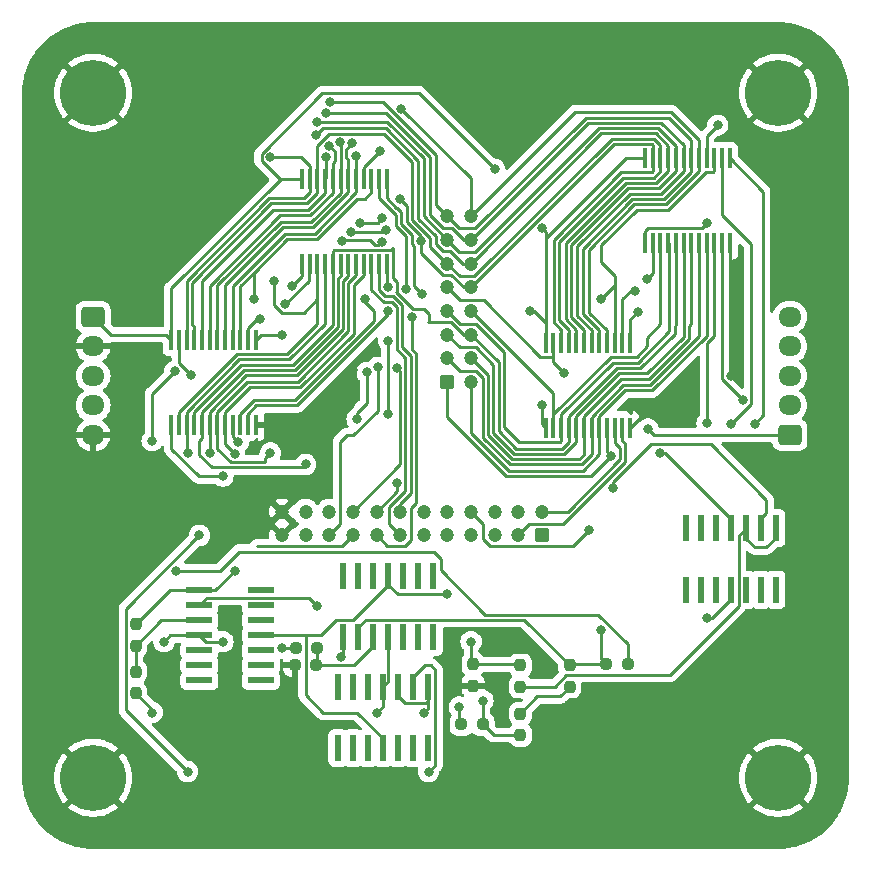
<source format=gbr>
%TF.GenerationSoftware,KiCad,Pcbnew,(7.0.0)*%
%TF.CreationDate,2024-02-13T04:28:46-03:00*%
%TF.ProjectId,pcb_peau_v1,7063625f-7065-4617-955f-76312e6b6963,rev?*%
%TF.SameCoordinates,Original*%
%TF.FileFunction,Copper,L1,Top*%
%TF.FilePolarity,Positive*%
%FSLAX46Y46*%
G04 Gerber Fmt 4.6, Leading zero omitted, Abs format (unit mm)*
G04 Created by KiCad (PCBNEW (7.0.0)) date 2024-02-13 04:28:46*
%MOMM*%
%LPD*%
G01*
G04 APERTURE LIST*
G04 Aperture macros list*
%AMRoundRect*
0 Rectangle with rounded corners*
0 $1 Rounding radius*
0 $2 $3 $4 $5 $6 $7 $8 $9 X,Y pos of 4 corners*
0 Add a 4 corners polygon primitive as box body*
4,1,4,$2,$3,$4,$5,$6,$7,$8,$9,$2,$3,0*
0 Add four circle primitives for the rounded corners*
1,1,$1+$1,$2,$3*
1,1,$1+$1,$4,$5*
1,1,$1+$1,$6,$7*
1,1,$1+$1,$8,$9*
0 Add four rect primitives between the rounded corners*
20,1,$1+$1,$2,$3,$4,$5,0*
20,1,$1+$1,$4,$5,$6,$7,0*
20,1,$1+$1,$6,$7,$8,$9,0*
20,1,$1+$1,$8,$9,$2,$3,0*%
G04 Aperture macros list end*
%TA.AperFunction,SMDPad,CuDef*%
%ADD10R,0.450000X1.750000*%
%TD*%
%TA.AperFunction,SMDPad,CuDef*%
%ADD11RoundRect,0.237500X-0.237500X0.250000X-0.237500X-0.250000X0.237500X-0.250000X0.237500X0.250000X0*%
%TD*%
%TA.AperFunction,SMDPad,CuDef*%
%ADD12R,0.600000X2.200000*%
%TD*%
%TA.AperFunction,SMDPad,CuDef*%
%ADD13R,2.200000X0.600000*%
%TD*%
%TA.AperFunction,ComponentPad*%
%ADD14C,5.600000*%
%TD*%
%TA.AperFunction,SMDPad,CuDef*%
%ADD15RoundRect,0.237500X0.250000X0.237500X-0.250000X0.237500X-0.250000X-0.237500X0.250000X-0.237500X0*%
%TD*%
%TA.AperFunction,SMDPad,CuDef*%
%ADD16RoundRect,0.237500X0.237500X-0.250000X0.237500X0.250000X-0.237500X0.250000X-0.237500X-0.250000X0*%
%TD*%
%TA.AperFunction,SMDPad,CuDef*%
%ADD17RoundRect,0.237500X-0.250000X-0.237500X0.250000X-0.237500X0.250000X0.237500X-0.250000X0.237500X0*%
%TD*%
%TA.AperFunction,ComponentPad*%
%ADD18RoundRect,0.250000X0.725000X-0.600000X0.725000X0.600000X-0.725000X0.600000X-0.725000X-0.600000X0*%
%TD*%
%TA.AperFunction,ComponentPad*%
%ADD19O,1.950000X1.700000*%
%TD*%
%TA.AperFunction,ComponentPad*%
%ADD20RoundRect,0.250000X0.350000X-0.350000X0.350000X0.350000X-0.350000X0.350000X-0.350000X-0.350000X0*%
%TD*%
%TA.AperFunction,ComponentPad*%
%ADD21C,1.200000*%
%TD*%
%TA.AperFunction,ComponentPad*%
%ADD22RoundRect,0.250000X-0.725000X0.600000X-0.725000X-0.600000X0.725000X-0.600000X0.725000X0.600000X0*%
%TD*%
%TA.AperFunction,ComponentPad*%
%ADD23RoundRect,0.250000X0.350000X0.350000X-0.350000X0.350000X-0.350000X-0.350000X0.350000X-0.350000X0*%
%TD*%
%TA.AperFunction,ViaPad*%
%ADD24C,0.800000*%
%TD*%
%TA.AperFunction,Conductor*%
%ADD25C,0.250000*%
%TD*%
G04 APERTURE END LIST*
D10*
%TO.P,U5,1,COM*%
%TO.N,1-ENTREE*%
X216315811Y-81336306D03*
%TO.P,U5,2,I7*%
%TO.N,Net-(J4-Pin_8)*%
X216965811Y-81336306D03*
%TO.P,U5,3,I6*%
%TO.N,Net-(J4-Pin_7)*%
X217615811Y-81336306D03*
%TO.P,U5,4,I5*%
%TO.N,Net-(J4-Pin_6)*%
X218265811Y-81336306D03*
%TO.P,U5,5,I4*%
%TO.N,Net-(J4-Pin_5)*%
X218915811Y-81336306D03*
%TO.P,U5,6,I3*%
%TO.N,Net-(J4-Pin_4)*%
X219565811Y-81336306D03*
%TO.P,U5,7,I2*%
%TO.N,Net-(J4-Pin_3)*%
X220215811Y-81336306D03*
%TO.P,U5,8,I1*%
%TO.N,Net-(J4-Pin_2)*%
X220865811Y-81336306D03*
%TO.P,U5,9,I0*%
%TO.N,Net-(J4-Pin_1)*%
X221515811Y-81336306D03*
%TO.P,U5,10,S0*%
%TO.N,A1*%
X222165811Y-81336306D03*
%TO.P,U5,11,S1*%
%TO.N,B1*%
X222815811Y-81336306D03*
%TO.P,U5,12,GND*%
%TO.N,0*%
X223465811Y-81336306D03*
%TO.P,U5,13,S3*%
%TO.N,D1*%
X223465811Y-74136306D03*
%TO.P,U5,14,S2*%
%TO.N,C1*%
X222815811Y-74136306D03*
%TO.P,U5,15,~{E}*%
%TO.N,NE1*%
X222165811Y-74136306D03*
%TO.P,U5,16,I15*%
%TO.N,Net-(J4-Pin_16)*%
X221515811Y-74136306D03*
%TO.P,U5,17,I14*%
%TO.N,Net-(J4-Pin_15)*%
X220865811Y-74136306D03*
%TO.P,U5,18,I13*%
%TO.N,Net-(J4-Pin_14)*%
X220215811Y-74136306D03*
%TO.P,U5,19,I12*%
%TO.N,Net-(J4-Pin_13)*%
X219565811Y-74136306D03*
%TO.P,U5,20,I11*%
%TO.N,Net-(J4-Pin_12)*%
X218915811Y-74136306D03*
%TO.P,U5,21,I10*%
%TO.N,Net-(J4-Pin_11)*%
X218265811Y-74136306D03*
%TO.P,U5,22,I9*%
%TO.N,Net-(J4-Pin_10)*%
X217615811Y-74136306D03*
%TO.P,U5,23,I8*%
%TO.N,Net-(J4-Pin_9)*%
X216965811Y-74136306D03*
%TO.P,U5,24,VCC*%
%TO.N,+5V*%
X216315811Y-74136306D03*
%TD*%
%TO.P,U6,1,COM*%
%TO.N,AOP2*%
X184623895Y-81112499D03*
%TO.P,U6,2,I7*%
%TO.N,Net-(J4-Pin_8)*%
X185273895Y-81112499D03*
%TO.P,U6,3,I6*%
%TO.N,Net-(J4-Pin_7)*%
X185923895Y-81112499D03*
%TO.P,U6,4,I5*%
%TO.N,Net-(J4-Pin_6)*%
X186573895Y-81112499D03*
%TO.P,U6,5,I4*%
%TO.N,Net-(J4-Pin_5)*%
X187223895Y-81112499D03*
%TO.P,U6,6,I3*%
%TO.N,Net-(J4-Pin_4)*%
X187873895Y-81112499D03*
%TO.P,U6,7,I2*%
%TO.N,Net-(J4-Pin_3)*%
X188523895Y-81112499D03*
%TO.P,U6,8,I1*%
%TO.N,Net-(J4-Pin_2)*%
X189173895Y-81112499D03*
%TO.P,U6,9,I0*%
%TO.N,Net-(J4-Pin_1)*%
X189823895Y-81112499D03*
%TO.P,U6,10,S0*%
%TO.N,A2*%
X190473895Y-81112499D03*
%TO.P,U6,11,S1*%
%TO.N,B2*%
X191123895Y-81112499D03*
%TO.P,U6,12,GND*%
%TO.N,0*%
X191773895Y-81112499D03*
%TO.P,U6,13,S3*%
%TO.N,D2*%
X191773895Y-73912499D03*
%TO.P,U6,14,S2*%
%TO.N,C2*%
X191123895Y-73912499D03*
%TO.P,U6,15,~{E}*%
%TO.N,NE2*%
X190473895Y-73912499D03*
%TO.P,U6,16,I15*%
%TO.N,Net-(J4-Pin_16)*%
X189823895Y-73912499D03*
%TO.P,U6,17,I14*%
%TO.N,Net-(J4-Pin_15)*%
X189173895Y-73912499D03*
%TO.P,U6,18,I13*%
%TO.N,Net-(J4-Pin_14)*%
X188523895Y-73912499D03*
%TO.P,U6,19,I12*%
%TO.N,Net-(J4-Pin_13)*%
X187873895Y-73912499D03*
%TO.P,U6,20,I11*%
%TO.N,Net-(J4-Pin_12)*%
X187223895Y-73912499D03*
%TO.P,U6,21,I10*%
%TO.N,Net-(J4-Pin_11)*%
X186573895Y-73912499D03*
%TO.P,U6,22,I9*%
%TO.N,Net-(J4-Pin_10)*%
X185923895Y-73912499D03*
%TO.P,U6,23,I8*%
%TO.N,Net-(J4-Pin_9)*%
X185273895Y-73912499D03*
%TO.P,U6,24,VCC*%
%TO.N,+5V*%
X184623895Y-73912499D03*
%TD*%
D11*
%TO.P,R10,1*%
%TO.N,TRIOAOP1*%
X181600000Y-98010000D03*
%TO.P,R10,2*%
%TO.N,Net-(U8A-+)*%
X181600000Y-99835000D03*
%TD*%
D10*
%TO.P,U3,1,COM*%
%TO.N,2-ENTREE*%
X224740811Y-65736306D03*
%TO.P,U3,2,I7*%
%TO.N,Net-(J4-Pin_9)*%
X225390811Y-65736306D03*
%TO.P,U3,3,I6*%
%TO.N,Net-(J4-Pin_8)*%
X226040811Y-65736306D03*
%TO.P,U3,4,I5*%
%TO.N,Net-(J4-Pin_7)*%
X226690811Y-65736306D03*
%TO.P,U3,5,I4*%
%TO.N,Net-(J4-Pin_6)*%
X227340811Y-65736306D03*
%TO.P,U3,6,I3*%
%TO.N,Net-(J4-Pin_5)*%
X227990811Y-65736306D03*
%TO.P,U3,7,I2*%
%TO.N,Net-(J4-Pin_4)*%
X228640811Y-65736306D03*
%TO.P,U3,8,I1*%
%TO.N,Net-(J4-Pin_3)*%
X229290811Y-65736306D03*
%TO.P,U3,9,I0*%
%TO.N,Net-(J4-Pin_2)*%
X229940811Y-65736306D03*
%TO.P,U3,10,S0*%
%TO.N,A3*%
X230590811Y-65736306D03*
%TO.P,U3,11,S1*%
%TO.N,B3*%
X231240811Y-65736306D03*
%TO.P,U3,12,GND*%
%TO.N,0*%
X231890811Y-65736306D03*
%TO.P,U3,13,S3*%
%TO.N,D3*%
X231890811Y-58536306D03*
%TO.P,U3,14,S2*%
%TO.N,C3*%
X231240811Y-58536306D03*
%TO.P,U3,15,~{E}*%
%TO.N,NE1*%
X230590811Y-58536306D03*
%TO.P,U3,16,I15*%
%TO.N,Net-(J4-Pin_1)*%
X229940811Y-58536306D03*
%TO.P,U3,17,I14*%
%TO.N,Net-(J4-Pin_16)*%
X229290811Y-58536306D03*
%TO.P,U3,18,I13*%
%TO.N,Net-(J4-Pin_15)*%
X228640811Y-58536306D03*
%TO.P,U3,19,I12*%
%TO.N,Net-(J4-Pin_14)*%
X227990811Y-58536306D03*
%TO.P,U3,20,I11*%
%TO.N,Net-(J4-Pin_13)*%
X227340811Y-58536306D03*
%TO.P,U3,21,I10*%
%TO.N,Net-(J4-Pin_12)*%
X226690811Y-58536306D03*
%TO.P,U3,22,I9*%
%TO.N,Net-(J4-Pin_11)*%
X226040811Y-58536306D03*
%TO.P,U3,23,I8*%
%TO.N,Net-(J4-Pin_10)*%
X225390811Y-58536306D03*
%TO.P,U3,24,VCC*%
%TO.N,+5V*%
X224740811Y-58536306D03*
%TD*%
D12*
%TO.P,U7,1*%
%TO.N,Net-(U7A-+)*%
X206349999Y-103262499D03*
%TO.P,U7,2,-*%
%TO.N,AOP1*%
X205079999Y-103262499D03*
%TO.P,U7,3,+*%
%TO.N,Net-(U7A-+)*%
X203809999Y-103262499D03*
%TO.P,U7,4,V+*%
%TO.N,+5V*%
X202539999Y-103262499D03*
%TO.P,U7,5*%
%TO.N,N/C*%
X201269999Y-103262499D03*
%TO.P,U7,6*%
X199999999Y-103262499D03*
%TO.P,U7,7*%
X198729999Y-103262499D03*
%TO.P,U7,8*%
X198729999Y-108462499D03*
%TO.P,U7,9*%
X199999999Y-108462499D03*
%TO.P,U7,10*%
X201269999Y-108462499D03*
%TO.P,U7,11,V-*%
%TO.N,-5V*%
X202539999Y-108462499D03*
%TO.P,U7,12*%
%TO.N,N/C*%
X203809999Y-108462499D03*
%TO.P,U7,13*%
X205079999Y-108462499D03*
%TO.P,U7,14*%
X206349999Y-108462499D03*
%TD*%
D13*
%TO.P,U8,1*%
%TO.N,TRIOAOP1*%
X186999999Y-95112499D03*
%TO.P,U8,2,-*%
%TO.N,Net-(U8A--)*%
X186999999Y-96382499D03*
%TO.P,U8,3,+*%
%TO.N,Net-(U8A-+)*%
X186999999Y-97652499D03*
%TO.P,U8,4,V+*%
%TO.N,+5V*%
X186999999Y-98922499D03*
%TO.P,U8,5*%
%TO.N,N/C*%
X186999999Y-100192499D03*
%TO.P,U8,6*%
X186999999Y-101462499D03*
%TO.P,U8,7*%
X186999999Y-102732499D03*
%TO.P,U8,8*%
X192199999Y-102732499D03*
%TO.P,U8,9*%
X192199999Y-101462499D03*
%TO.P,U8,10*%
X192199999Y-100192499D03*
%TO.P,U8,11,V-*%
%TO.N,-5V*%
X192199999Y-98922499D03*
%TO.P,U8,12*%
%TO.N,N/C*%
X192199999Y-97652499D03*
%TO.P,U8,13*%
X192199999Y-96382499D03*
%TO.P,U8,14*%
X192199999Y-95112499D03*
%TD*%
D14*
%TO.P,H1,1,1*%
%TO.N,0*%
X178000000Y-53000000D03*
%TD*%
%TO.P,H3,1,1*%
%TO.N,0*%
X236000000Y-111000000D03*
%TD*%
D15*
%TO.P,R22,1*%
%TO.N,Net-(R22-Pad1)*%
X211000000Y-106462500D03*
%TO.P,R22,2*%
%TO.N,Net-(R20-Pad1)*%
X209175000Y-106462500D03*
%TD*%
D12*
%TO.P,U2,1*%
%TO.N,Net-(R22-Pad1)*%
X199189999Y-99062499D03*
%TO.P,U2,2,-*%
%TO.N,AOP0IN+*%
X200459999Y-99062499D03*
%TO.P,U2,3,+*%
%TO.N,Net-(U2A-+)*%
X201729999Y-99062499D03*
%TO.P,U2,4,V+*%
%TO.N,+5V*%
X202999999Y-99062499D03*
%TO.P,U2,5*%
%TO.N,N/C*%
X204269999Y-99062499D03*
%TO.P,U2,6*%
X205539999Y-99062499D03*
%TO.P,U2,7*%
X206809999Y-99062499D03*
%TO.P,U2,8*%
X206809999Y-93862499D03*
%TO.P,U2,9*%
X205539999Y-93862499D03*
%TO.P,U2,10*%
X204269999Y-93862499D03*
%TO.P,U2,11,V-*%
%TO.N,-5V*%
X202999999Y-93862499D03*
%TO.P,U2,12*%
%TO.N,N/C*%
X201729999Y-93862499D03*
%TO.P,U2,13*%
X200459999Y-93862499D03*
%TO.P,U2,14*%
X199189999Y-93862499D03*
%TD*%
D14*
%TO.P,H4,1,1*%
%TO.N,0*%
X178000000Y-111000000D03*
%TD*%
D16*
%TO.P,R4,1*%
%TO.N,Net-(R22-Pad1)*%
X214175000Y-107375000D03*
%TO.P,R4,2*%
%TO.N,Net-(R23-Pad1)*%
X214175000Y-105550000D03*
%TD*%
D12*
%TO.P,U9,1*%
%TO.N,Net-(U9A-+)*%
X235809999Y-89862499D03*
%TO.P,U9,2,-*%
%TO.N,AOP2*%
X234539999Y-89862499D03*
%TO.P,U9,3,+*%
%TO.N,Net-(U9A-+)*%
X233269999Y-89862499D03*
%TO.P,U9,4,V+*%
%TO.N,+5V*%
X231999999Y-89862499D03*
%TO.P,U9,5*%
%TO.N,N/C*%
X230729999Y-89862499D03*
%TO.P,U9,6*%
X229459999Y-89862499D03*
%TO.P,U9,7*%
X228189999Y-89862499D03*
%TO.P,U9,8*%
X228189999Y-95062499D03*
%TO.P,U9,9*%
X229459999Y-95062499D03*
%TO.P,U9,10*%
X230729999Y-95062499D03*
%TO.P,U9,11,V-*%
%TO.N,-5V*%
X231999999Y-95062499D03*
%TO.P,U9,12*%
%TO.N,N/C*%
X233269999Y-95062499D03*
%TO.P,U9,13*%
X234539999Y-95062499D03*
%TO.P,U9,14*%
X235809999Y-95062499D03*
%TD*%
D14*
%TO.P,H2,1,1*%
%TO.N,0*%
X236000000Y-53000000D03*
%TD*%
D11*
%TO.P,R9,1*%
%TO.N,Net-(U8A--)*%
X214175000Y-101462500D03*
%TO.P,R9,2*%
%TO.N,Net-(U9A-+)*%
X214175000Y-103287500D03*
%TD*%
%TO.P,R8,1*%
%TO.N,Net-(U8A-+)*%
X181600000Y-102010000D03*
%TO.P,R8,2*%
%TO.N,Net-(U7A-+)*%
X181600000Y-103835000D03*
%TD*%
D17*
%TO.P,R21,1*%
%TO.N,AOP0IN+*%
X221437500Y-101375000D03*
%TO.P,R21,2*%
%TO.N,+12V*%
X223262500Y-101375000D03*
%TD*%
D18*
%TO.P,J2,1,Pin_1*%
%TO.N,1-ENTREE*%
X237000000Y-81962500D03*
D19*
%TO.P,J2,2,Pin_2*%
%TO.N,AOP0IN+*%
X236999999Y-79462499D03*
%TO.P,J2,3,Pin_3*%
%TO.N,2-ENTREE*%
X236999999Y-76962499D03*
%TO.P,J2,4,Pin_4*%
%TO.N,unconnected-(J2-Pin_4-Pad4)*%
X236999999Y-74462499D03*
%TO.P,J2,5,Pin_5*%
%TO.N,unconnected-(J2-Pin_5-Pad5)*%
X236999999Y-71962499D03*
%TD*%
D20*
%TO.P,J4,1,Pin_1*%
%TO.N,Net-(J4-Pin_1)*%
X208000000Y-77462500D03*
D21*
%TO.P,J4,2,Pin_2*%
%TO.N,Net-(J4-Pin_2)*%
X210000000Y-77462500D03*
%TO.P,J4,3,Pin_3*%
%TO.N,Net-(J4-Pin_3)*%
X208000000Y-75462500D03*
%TO.P,J4,4,Pin_4*%
%TO.N,Net-(J4-Pin_4)*%
X210000000Y-75462500D03*
%TO.P,J4,5,Pin_5*%
%TO.N,Net-(J4-Pin_5)*%
X208000000Y-73462500D03*
%TO.P,J4,6,Pin_6*%
%TO.N,Net-(J4-Pin_6)*%
X210000000Y-73462500D03*
%TO.P,J4,7,Pin_7*%
%TO.N,Net-(J4-Pin_7)*%
X208000000Y-71462500D03*
%TO.P,J4,8,Pin_8*%
%TO.N,Net-(J4-Pin_8)*%
X210000000Y-71462500D03*
%TO.P,J4,9,Pin_9*%
%TO.N,Net-(J4-Pin_9)*%
X208000000Y-69462500D03*
%TO.P,J4,10,Pin_10*%
%TO.N,Net-(J4-Pin_10)*%
X210000000Y-69462500D03*
%TO.P,J4,11,Pin_11*%
%TO.N,Net-(J4-Pin_11)*%
X208000000Y-67462500D03*
%TO.P,J4,12,Pin_12*%
%TO.N,Net-(J4-Pin_12)*%
X210000000Y-67462500D03*
%TO.P,J4,13,Pin_13*%
%TO.N,Net-(J4-Pin_13)*%
X208000000Y-65462500D03*
%TO.P,J4,14,Pin_14*%
%TO.N,Net-(J4-Pin_14)*%
X210000000Y-65462500D03*
%TO.P,J4,15,Pin_15*%
%TO.N,Net-(J4-Pin_15)*%
X208000000Y-63462500D03*
%TO.P,J4,16,Pin_16*%
%TO.N,Net-(J4-Pin_16)*%
X210000000Y-63462500D03*
%TD*%
D22*
%TO.P,J1,1,Pin_1*%
%TO.N,+5V*%
X178000000Y-71962500D03*
D19*
%TO.P,J1,2,Pin_2*%
%TO.N,0*%
X177999999Y-74462499D03*
%TO.P,J1,3,Pin_3*%
%TO.N,+5V*%
X177999999Y-76962499D03*
%TO.P,J1,4,Pin_4*%
%TO.N,+12V*%
X177999999Y-79462499D03*
%TO.P,J1,5,Pin_5*%
%TO.N,0*%
X177999999Y-81962499D03*
%TD*%
D16*
%TO.P,R23,1*%
%TO.N,Net-(R23-Pad1)*%
X218350000Y-103287500D03*
%TO.P,R23,2*%
%TO.N,AOP0IN+*%
X218350000Y-101462500D03*
%TD*%
D10*
%TO.P,U4,1,COM*%
%TO.N,AOP1*%
X195698895Y-67512499D03*
%TO.P,U4,2,I7*%
%TO.N,Net-(J4-Pin_9)*%
X196348895Y-67512499D03*
%TO.P,U4,3,I6*%
%TO.N,Net-(J4-Pin_8)*%
X196998895Y-67512499D03*
%TO.P,U4,4,I5*%
%TO.N,Net-(J4-Pin_7)*%
X197648895Y-67512499D03*
%TO.P,U4,5,I4*%
%TO.N,Net-(J4-Pin_6)*%
X198298895Y-67512499D03*
%TO.P,U4,6,I3*%
%TO.N,Net-(J4-Pin_5)*%
X198948895Y-67512499D03*
%TO.P,U4,7,I2*%
%TO.N,Net-(J4-Pin_4)*%
X199598895Y-67512499D03*
%TO.P,U4,8,I1*%
%TO.N,Net-(J4-Pin_3)*%
X200248895Y-67512499D03*
%TO.P,U4,9,I0*%
%TO.N,Net-(J4-Pin_2)*%
X200898895Y-67512499D03*
%TO.P,U4,10,S0*%
%TO.N,A4*%
X201548895Y-67512499D03*
%TO.P,U4,11,S1*%
%TO.N,B4*%
X202198895Y-67512499D03*
%TO.P,U4,12,GND*%
%TO.N,0*%
X202848895Y-67512499D03*
%TO.P,U4,13,S3*%
%TO.N,D4*%
X202848895Y-60312499D03*
%TO.P,U4,14,S2*%
%TO.N,C4*%
X202198895Y-60312499D03*
%TO.P,U4,15,~{E}*%
%TO.N,NE2*%
X201548895Y-60312499D03*
%TO.P,U4,16,I15*%
%TO.N,Net-(J4-Pin_1)*%
X200898895Y-60312499D03*
%TO.P,U4,17,I14*%
%TO.N,Net-(J4-Pin_16)*%
X200248895Y-60312499D03*
%TO.P,U4,18,I13*%
%TO.N,Net-(J4-Pin_15)*%
X199598895Y-60312499D03*
%TO.P,U4,19,I12*%
%TO.N,Net-(J4-Pin_14)*%
X198948895Y-60312499D03*
%TO.P,U4,20,I11*%
%TO.N,Net-(J4-Pin_13)*%
X198298895Y-60312499D03*
%TO.P,U4,21,I10*%
%TO.N,Net-(J4-Pin_12)*%
X197648895Y-60312499D03*
%TO.P,U4,22,I9*%
%TO.N,Net-(J4-Pin_11)*%
X196998895Y-60312499D03*
%TO.P,U4,23,I8*%
%TO.N,Net-(J4-Pin_10)*%
X196348895Y-60312499D03*
%TO.P,U4,24,VCC*%
%TO.N,+5V*%
X195698895Y-60312499D03*
%TD*%
D16*
%TO.P,R11,1*%
%TO.N,0*%
X210175000Y-103200000D03*
%TO.P,R11,2*%
%TO.N,Net-(U8A--)*%
X210175000Y-101375000D03*
%TD*%
D23*
%TO.P,J5,1,Pin_1*%
%TO.N,unconnected-(J5-Pin_1-Pad1)*%
X216000000Y-90462500D03*
D21*
%TO.P,J5,2,Pin_2*%
%TO.N,A1*%
X216000000Y-88462500D03*
%TO.P,J5,3,Pin_3*%
%TO.N,B1*%
X214000000Y-90462500D03*
%TO.P,J5,4,Pin_4*%
%TO.N,C1*%
X214000000Y-88462500D03*
%TO.P,J5,5,Pin_5*%
%TO.N,D1*%
X212000000Y-90462500D03*
%TO.P,J5,6,Pin_6*%
%TO.N,NE1*%
X212000000Y-88462500D03*
%TO.P,J5,7,Pin_7*%
%TO.N,unconnected-(J5-Pin_7-Pad7)*%
X210000000Y-90462500D03*
%TO.P,J5,8,Pin_8*%
%TO.N,A3*%
X210000000Y-88462500D03*
%TO.P,J5,9,Pin_9*%
%TO.N,B3*%
X208000000Y-90462500D03*
%TO.P,J5,10,Pin_10*%
%TO.N,C3*%
X208000000Y-88462500D03*
%TO.P,J5,11,Pin_11*%
%TO.N,D3*%
X206000000Y-90462500D03*
%TO.P,J5,12,Pin_12*%
%TO.N,unconnected-(J5-Pin_12-Pad12)*%
X206000000Y-88462500D03*
%TO.P,J5,13,Pin_13*%
%TO.N,A4*%
X204000000Y-90462500D03*
%TO.P,J5,14,Pin_14*%
%TO.N,B4*%
X204000000Y-88462500D03*
%TO.P,J5,15,Pin_15*%
%TO.N,C4*%
X202000000Y-90462500D03*
%TO.P,J5,16,Pin_16*%
%TO.N,D4*%
X202000000Y-88462500D03*
%TO.P,J5,17,Pin_17*%
%TO.N,NE2*%
X200000000Y-90462500D03*
%TO.P,J5,18,Pin_18*%
%TO.N,A2*%
X200000000Y-88462500D03*
%TO.P,J5,19,Pin_19*%
%TO.N,B2*%
X198000000Y-90462500D03*
%TO.P,J5,20,Pin_20*%
%TO.N,C2*%
X198000000Y-88462500D03*
%TO.P,J5,21,Pin_21*%
%TO.N,D2*%
X196000000Y-90462500D03*
%TO.P,J5,22,Pin_22*%
%TO.N,TRIOAOP1*%
X196000000Y-88462500D03*
%TO.P,J5,23,Pin_23*%
%TO.N,0*%
X194000000Y-90462500D03*
%TO.P,J5,24,Pin_24*%
X194000000Y-88462500D03*
%TD*%
D17*
%TO.P,R20,1*%
%TO.N,Net-(R20-Pad1)*%
X195175000Y-100000000D03*
%TO.P,R20,2*%
%TO.N,Net-(U2A-+)*%
X197000000Y-100000000D03*
%TD*%
D15*
%TO.P,R25,1*%
%TO.N,Net-(U2A-+)*%
X196912500Y-101462500D03*
%TO.P,R25,2*%
%TO.N,0*%
X195087500Y-101462500D03*
%TD*%
D24*
%TO.N,0*%
X228000000Y-80000000D03*
X232012299Y-76987701D03*
X196030097Y-81492597D03*
X198987701Y-80450201D03*
X200012299Y-76474799D03*
X203000000Y-69462500D03*
%TO.N,+5V*%
X212000000Y-59462500D03*
X226000000Y-83462500D03*
X184000000Y-99462500D03*
X215000000Y-71462500D03*
X216012299Y-64474799D03*
X202000000Y-105462500D03*
X189000000Y-99462500D03*
%TO.N,+12V*%
X185012299Y-93474799D03*
%TO.N,1-ENTREE*%
X225003797Y-81466297D03*
X216000000Y-79462500D03*
%TO.N,AOP0IN+*%
X221000000Y-98462500D03*
%TO.N,2-ENTREE*%
X230000000Y-64000000D03*
%TO.N,Net-(J4-Pin_1)*%
X230890812Y-55736307D03*
X221890812Y-83736307D03*
X190273896Y-82587002D03*
X202273896Y-57912500D03*
%TO.N,Net-(J4-Pin_2)*%
X189975469Y-83540913D03*
%TO.N,Net-(J4-Pin_3)*%
X193017798Y-83480298D03*
%TO.N,Net-(J4-Pin_4)*%
X187920327Y-83515401D03*
%TO.N,Net-(J4-Pin_5)*%
X201192445Y-76654945D03*
X196000000Y-84462500D03*
X200344100Y-80631302D03*
%TO.N,Net-(J4-Pin_7)*%
X202476935Y-65588000D03*
X199066341Y-65528841D03*
X186000000Y-83462500D03*
%TO.N,Net-(J4-Pin_8)*%
X193275500Y-68935494D03*
X202775483Y-64634127D03*
X199870680Y-64742247D03*
%TO.N,Net-(J4-Pin_9)*%
X186273896Y-76912500D03*
X200577435Y-64017747D03*
X217890812Y-76736307D03*
X224890812Y-68736307D03*
X202476935Y-63632804D03*
X194273896Y-70912500D03*
%TO.N,Net-(J4-Pin_10)*%
X203987701Y-61987701D03*
X205764055Y-65523945D03*
X193000000Y-58462500D03*
%TO.N,Net-(J4-Pin_12)*%
X196849475Y-56588427D03*
X197723396Y-58462500D03*
%TO.N,Net-(J4-Pin_13)*%
X197988344Y-57498755D03*
X196982146Y-55439416D03*
%TO.N,Net-(J4-Pin_14)*%
X197747584Y-54714916D03*
X198937983Y-57187000D03*
%TO.N,Net-(J4-Pin_15)*%
X198076425Y-53771057D03*
X199934329Y-57266360D03*
%TO.N,Net-(J4-Pin_16)*%
X204110996Y-54351504D03*
X200247266Y-58339207D03*
%TO.N,C1*%
X223853561Y-69748959D03*
%TO.N,D1*%
X224094609Y-71557109D03*
%TO.N,NE1*%
X221000000Y-70462500D03*
%TO.N,A3*%
X220000000Y-90000000D03*
X229987701Y-80987701D03*
%TO.N,B3*%
X233000000Y-79000000D03*
%TO.N,C3*%
X232000000Y-81000000D03*
%TO.N,D3*%
X234000000Y-81000000D03*
%TO.N,C4*%
X204456242Y-69596045D03*
X205000000Y-72000000D03*
%TO.N,D4*%
X203725500Y-86000000D03*
X203000000Y-74000000D03*
X205825500Y-69996038D03*
X203000000Y-80187000D03*
%TO.N,NE2*%
X183000000Y-82462500D03*
X184924381Y-76587583D03*
X191651000Y-70462500D03*
%TO.N,A2*%
X203725500Y-76288000D03*
X201000000Y-70462500D03*
%TO.N,B2*%
X202102412Y-76241465D03*
X203000000Y-71462500D03*
%TO.N,C2*%
X192101000Y-72109994D03*
%TO.N,D2*%
X194000000Y-73462500D03*
%TO.N,TRIOAOP1*%
X190000000Y-93462500D03*
%TO.N,Net-(R22-Pad1)*%
X211000000Y-104462500D03*
X199000000Y-100738000D03*
%TO.N,Net-(U7A-+)*%
X183000000Y-105462500D03*
X206000000Y-105462500D03*
%TO.N,Net-(U8A--)*%
X210000000Y-99462500D03*
X197000000Y-96462500D03*
%TO.N,Net-(R20-Pad1)*%
X209000000Y-105000000D03*
X194000000Y-100000000D03*
%TO.N,-5V*%
X230000000Y-97462500D03*
X208000000Y-95462500D03*
%TO.N,AOP1*%
X186000000Y-110462500D03*
X187000000Y-90462500D03*
X194849649Y-69312149D03*
X206400000Y-110462500D03*
%TO.N,AOP2*%
X222000000Y-86462500D03*
X189000000Y-85462500D03*
%TD*%
D25*
%TO.N,0*%
X203000000Y-69462500D02*
X202848896Y-69311396D01*
X202848896Y-69311396D02*
X202848896Y-67512500D01*
X195650000Y-81112500D02*
X196000000Y-81462500D01*
X231890812Y-76866214D02*
X232012299Y-76987701D01*
X198987701Y-80450201D02*
X200012299Y-79425603D01*
X231890812Y-65736307D02*
X231890812Y-76866214D01*
X191773896Y-81112500D02*
X195650000Y-81112500D01*
X196000000Y-81462500D02*
X196030097Y-81492597D01*
X224802119Y-80000000D02*
X223465812Y-81336307D01*
X200012299Y-79425603D02*
X200012299Y-76474799D01*
X228000000Y-80000000D02*
X224802119Y-80000000D01*
%TO.N,+5V*%
X179500000Y-73462500D02*
X184173896Y-73462500D01*
X197391138Y-53046057D02*
X205583557Y-53046057D01*
X215315812Y-71462500D02*
X216315812Y-72462500D01*
X215000000Y-71462500D02*
X215315812Y-71462500D01*
X216315812Y-64778312D02*
X216315812Y-66462500D01*
X202540000Y-104922500D02*
X202000000Y-105462500D01*
X232000000Y-89862500D02*
X232000000Y-89062500D01*
X187540000Y-99462500D02*
X187000000Y-98922500D01*
X223090812Y-58536307D02*
X224740812Y-58536307D01*
X216315812Y-72462500D02*
X216315812Y-66462500D01*
X192275000Y-58762805D02*
X192275000Y-58162195D01*
X226400000Y-83462500D02*
X226000000Y-83462500D01*
X192275000Y-58162195D02*
X197391138Y-53046057D01*
X203000000Y-102802500D02*
X202540000Y-103262500D01*
X184173896Y-73462500D02*
X184623896Y-73912500D01*
X202540000Y-103262500D02*
X202540000Y-104922500D01*
X178000000Y-76912500D02*
X178450000Y-76462500D01*
X203000000Y-99062500D02*
X203000000Y-102802500D01*
X187000000Y-98922500D02*
X184540000Y-98922500D01*
X178000000Y-71962500D02*
X179500000Y-73462500D01*
X184540000Y-98922500D02*
X184000000Y-99462500D01*
X205583557Y-53046057D02*
X212000000Y-59462500D01*
X216315812Y-65311307D02*
X223090812Y-58536307D01*
X178000000Y-76962500D02*
X178000000Y-76912500D01*
X189000000Y-99462500D02*
X187540000Y-99462500D01*
X195698896Y-60312500D02*
X193824695Y-60312500D01*
X232000000Y-89062500D02*
X226400000Y-83462500D01*
X216315812Y-74136307D02*
X216315812Y-72462500D01*
X216012299Y-64474799D02*
X216315812Y-64778312D01*
X184623896Y-69562500D02*
X193873896Y-60312500D01*
X193824695Y-60312500D02*
X192275000Y-58762805D01*
X184623896Y-73912500D02*
X184623896Y-69562500D01*
X216315812Y-66462500D02*
X216315812Y-65311307D01*
X193873896Y-60312500D02*
X195698896Y-60312500D01*
%TO.N,+12V*%
X220750305Y-97187500D02*
X211187500Y-97187500D01*
X188737701Y-93474799D02*
X185012299Y-93474799D01*
X207435000Y-93435000D02*
X207435000Y-92437500D01*
X190375000Y-91837500D02*
X188737701Y-93474799D01*
X211187500Y-97187500D02*
X207435000Y-93435000D01*
X206835000Y-91837500D02*
X190375000Y-91837500D01*
X223262500Y-101375000D02*
X223262500Y-99699695D01*
X223262500Y-99699695D02*
X220750305Y-97187500D01*
X207435000Y-92437500D02*
X206835000Y-91837500D01*
%TO.N,1-ENTREE*%
X216000000Y-81020495D02*
X216315812Y-81336307D01*
X237000000Y-81962500D02*
X225500000Y-81962500D01*
X216000000Y-79462500D02*
X216000000Y-81020495D01*
X225500000Y-81962500D02*
X225003797Y-81466297D01*
%TO.N,AOP0IN+*%
X214525000Y-97637500D02*
X218350000Y-101462500D01*
X200460000Y-99062500D02*
X200460000Y-98262500D01*
X200460000Y-98262500D02*
X201085000Y-97637500D01*
X221000000Y-100937500D02*
X221000000Y-98462500D01*
X221437500Y-101375000D02*
X221000000Y-100937500D01*
X221437500Y-101375000D02*
X218437500Y-101375000D01*
X218437500Y-101375000D02*
X218350000Y-101462500D01*
X201085000Y-97637500D02*
X214525000Y-97637500D01*
%TO.N,2-ENTREE*%
X225000000Y-64462500D02*
X224740812Y-64721688D01*
X230000000Y-64000000D02*
X229537500Y-64462500D01*
X229537500Y-64462500D02*
X225000000Y-64462500D01*
X224740812Y-64721688D02*
X224740812Y-65736307D01*
%TO.N,Net-(J4-Pin_1)*%
X202273896Y-57912500D02*
X200898896Y-59287500D01*
X189823896Y-82137002D02*
X189823896Y-81112500D01*
X208000000Y-77462500D02*
X208000000Y-80462500D01*
X230890812Y-55736307D02*
X229940812Y-56686307D01*
X208000000Y-80462500D02*
X213000000Y-85462500D01*
X190273896Y-82587002D02*
X189823896Y-82137002D01*
X221515812Y-81336307D02*
X221515812Y-83361307D01*
X229940812Y-56686307D02*
X229940812Y-58536307D01*
X200898896Y-59287500D02*
X200898896Y-60312500D01*
X213000000Y-85462500D02*
X220164619Y-85462500D01*
X220164619Y-85462500D02*
X221890812Y-83736307D01*
X221515812Y-83361307D02*
X221890812Y-83736307D01*
%TO.N,Net-(J4-Pin_2)*%
X225350000Y-78186307D02*
X229940812Y-73595495D01*
X191248896Y-77912500D02*
X195550000Y-77912500D01*
X229940812Y-73595495D02*
X229940812Y-65736307D01*
X195550000Y-77912500D02*
X200073896Y-73388604D01*
X189173896Y-82739340D02*
X189173896Y-81112500D01*
X200073896Y-73388604D02*
X200073896Y-69271688D01*
X189173896Y-79987500D02*
X191248896Y-77912500D01*
X219450000Y-85012500D02*
X220865812Y-83596688D01*
X210000000Y-77462500D02*
X210000000Y-81826104D01*
X220865812Y-80397703D02*
X223077208Y-78186307D01*
X189173896Y-81112500D02*
X189173896Y-79987500D01*
X213186396Y-85012500D02*
X219450000Y-85012500D01*
X223077208Y-78186307D02*
X225350000Y-78186307D01*
X210000000Y-81826104D02*
X213186396Y-85012500D01*
X200898896Y-68446688D02*
X200898896Y-67512500D01*
X220865812Y-81336307D02*
X220865812Y-80397703D01*
X200073896Y-69271688D02*
X200898896Y-68446688D01*
X220865812Y-83596688D02*
X220865812Y-81336307D01*
X189975469Y-83540913D02*
X189173896Y-82739340D01*
%TO.N,Net-(J4-Pin_3)*%
X220215812Y-80411307D02*
X222890812Y-77736307D01*
X192556879Y-83941217D02*
X193017798Y-83480298D01*
X209075000Y-76537500D02*
X210383148Y-76537500D01*
X222890812Y-77736307D02*
X225163604Y-77736307D01*
X192556879Y-84265913D02*
X189675164Y-84265913D01*
X192556879Y-84265913D02*
X192556879Y-83941217D01*
X220215812Y-81336307D02*
X220215812Y-80411307D01*
X199623896Y-73200552D02*
X199623896Y-69085292D01*
X189000000Y-79497792D02*
X191035292Y-77462500D01*
X200248896Y-68460292D02*
X200248896Y-67512500D01*
X188523896Y-83114645D02*
X188523896Y-81112500D01*
X189000000Y-79525000D02*
X189000000Y-79497792D01*
X188523896Y-81112500D02*
X188523896Y-80001104D01*
X219363604Y-84462500D02*
X220215812Y-83610292D01*
X210383148Y-76537500D02*
X211000000Y-77154352D01*
X213272792Y-84462500D02*
X219363604Y-84462500D01*
X211000000Y-77154352D02*
X211000000Y-82189708D01*
X225163604Y-77736307D02*
X229290812Y-73609099D01*
X199623896Y-69085292D02*
X200248896Y-68460292D01*
X220215812Y-83610292D02*
X220215812Y-81336307D01*
X211000000Y-82189708D02*
X213272792Y-84462500D01*
X189675164Y-84265913D02*
X188523896Y-83114645D01*
X229290812Y-73609099D02*
X229290812Y-65736307D01*
X191035292Y-77462500D02*
X195361948Y-77462500D01*
X195361948Y-77462500D02*
X199623896Y-73200552D01*
X208000000Y-75462500D02*
X209075000Y-76537500D01*
X188523896Y-80001104D02*
X189000000Y-79525000D01*
%TO.N,Net-(J4-Pin_4)*%
X190948896Y-76912500D02*
X195273896Y-76912500D01*
X228440812Y-72736307D02*
X228640812Y-72536307D01*
X199173896Y-68898896D02*
X199598896Y-68473896D01*
X199598896Y-68473896D02*
X199598896Y-67512500D01*
X222713604Y-77186307D02*
X225077208Y-77186307D01*
X187920327Y-83515401D02*
X187920327Y-81158931D01*
X225077208Y-77186307D02*
X228440812Y-73822703D01*
X210000000Y-75462500D02*
X211450000Y-76912500D01*
X211450000Y-76912500D02*
X211450000Y-82003312D01*
X213459188Y-84012500D02*
X219177208Y-84012500D01*
X211450000Y-82003312D02*
X213459188Y-84012500D01*
X187920327Y-81158931D02*
X187873896Y-81112500D01*
X219177208Y-84012500D02*
X219565812Y-83623896D01*
X195273896Y-76912500D02*
X199173896Y-73012500D01*
X187873896Y-79987500D02*
X190948896Y-76912500D01*
X219565812Y-83623896D02*
X219565812Y-81336307D01*
X228440812Y-73822703D02*
X228440812Y-72736307D01*
X199173896Y-73012500D02*
X199173896Y-68898896D01*
X219565812Y-80334099D02*
X222713604Y-77186307D01*
X219565812Y-81336307D02*
X219565812Y-80334099D01*
X187873896Y-81112500D02*
X187873896Y-79987500D01*
X228640812Y-72536307D02*
X228640812Y-65736307D01*
%TO.N,Net-(J4-Pin_5)*%
X187223896Y-82238604D02*
X187223896Y-81112500D01*
X222527208Y-76736307D02*
X224890812Y-76736307D01*
X218915812Y-82546688D02*
X218915812Y-81336307D01*
X210383148Y-74537500D02*
X211900000Y-76054352D01*
X201192445Y-79270055D02*
X201192445Y-76654945D01*
X195087500Y-76462500D02*
X198723896Y-72826104D01*
X198723896Y-72826104D02*
X198723896Y-68712500D01*
X227990812Y-73636307D02*
X227990812Y-65736307D01*
X208000000Y-73462500D02*
X209075000Y-74537500D01*
X190748896Y-76462500D02*
X195087500Y-76462500D01*
X187223896Y-79987500D02*
X190748896Y-76462500D01*
X200344100Y-80118400D02*
X201192445Y-79270055D01*
X213645584Y-83562500D02*
X217900000Y-83562500D01*
X198723896Y-68712500D02*
X198948896Y-68487500D01*
X217900000Y-83562500D02*
X218915812Y-82546688D01*
X211900000Y-76054352D02*
X211900000Y-81816916D01*
X187000000Y-82462500D02*
X187223896Y-82238604D01*
X187223896Y-81112500D02*
X187223896Y-79987500D01*
X209075000Y-74537500D02*
X210383148Y-74537500D01*
X224890812Y-76736307D02*
X227990812Y-73636307D01*
X200344100Y-80631302D02*
X200344100Y-80118400D01*
X211900000Y-81816916D02*
X213645584Y-83562500D01*
X196000000Y-84462500D02*
X195746587Y-84715913D01*
X187000000Y-83620379D02*
X187000000Y-82462500D01*
X195746587Y-84715913D02*
X188095534Y-84715913D01*
X198948896Y-68487500D02*
X198948896Y-67512500D01*
X218915812Y-81336307D02*
X218915812Y-80347703D01*
X188095534Y-84715913D02*
X187000000Y-83620379D01*
X218915812Y-80347703D02*
X222527208Y-76736307D01*
%TO.N,Net-(J4-Pin_6)*%
X209363604Y-73462500D02*
X208288604Y-72387500D01*
X218265812Y-81336307D02*
X218265812Y-80361307D01*
X227340812Y-72636307D02*
X227340812Y-65736307D01*
X203661701Y-69826104D02*
X203725000Y-69762805D01*
X206024805Y-71275000D02*
X205110597Y-71275000D01*
X203197837Y-66312500D02*
X198398896Y-66312500D01*
X212350000Y-81630520D02*
X213831980Y-83112500D01*
X208288604Y-72387500D02*
X206362305Y-72387500D01*
X203398896Y-68712500D02*
X203398896Y-66111441D01*
X206449500Y-72300305D02*
X206449500Y-71699695D01*
X217713604Y-83112500D02*
X218265812Y-82560292D01*
X194901104Y-76012500D02*
X198273896Y-72639708D01*
X198398896Y-66312500D02*
X198298896Y-66412500D01*
X224345406Y-76279505D02*
X227240812Y-73384099D01*
X206362305Y-72387500D02*
X206449500Y-72300305D01*
X190548896Y-76012500D02*
X194901104Y-76012500D01*
X212350000Y-75812500D02*
X212350000Y-81630520D01*
X198273896Y-67537500D02*
X198298896Y-67512500D01*
X198298896Y-66412500D02*
X198298896Y-67512500D01*
X222347614Y-76279505D02*
X224345406Y-76279505D01*
X218265812Y-80361307D02*
X222347614Y-76279505D01*
X203398896Y-66111441D02*
X203197837Y-66312500D01*
X218265812Y-82560292D02*
X218265812Y-81336307D01*
X210000000Y-73462500D02*
X209363604Y-73462500D01*
X213831980Y-83112500D02*
X217713604Y-83112500D01*
X203725000Y-69762805D02*
X203725000Y-69038604D01*
X205110597Y-71275000D02*
X203661701Y-69826104D01*
X203725000Y-69038604D02*
X203398896Y-68712500D01*
X186573896Y-81112500D02*
X186573896Y-79987500D01*
X198273896Y-72639708D02*
X198273896Y-67537500D01*
X227240812Y-72736307D02*
X227340812Y-72636307D01*
X210000000Y-73462500D02*
X212350000Y-75812500D01*
X227240812Y-73384099D02*
X227240812Y-72736307D01*
X206449500Y-71699695D02*
X206024805Y-71275000D01*
X186573896Y-79987500D02*
X190548896Y-76012500D01*
%TO.N,Net-(J4-Pin_7)*%
X194623896Y-75562500D02*
X197648896Y-72537500D01*
X208000000Y-71462500D02*
X209075000Y-72537500D01*
X202412000Y-65588000D02*
X202137500Y-65862500D01*
X217615812Y-80197703D02*
X221984010Y-75829505D01*
X185923896Y-80001104D02*
X190362500Y-75562500D01*
X202476935Y-65588000D02*
X202412000Y-65588000D01*
X224159010Y-75829505D02*
X226790812Y-73197703D01*
X226790812Y-73197703D02*
X226790812Y-65736307D01*
X212800000Y-74954352D02*
X212800000Y-81262500D01*
X185923896Y-81112500D02*
X185923896Y-80001104D01*
X226790812Y-65736307D02*
X226690812Y-65736307D01*
X201862500Y-65862500D02*
X201467247Y-65467247D01*
X201467247Y-65467247D02*
X199004747Y-65467247D01*
X210383148Y-72537500D02*
X212800000Y-74954352D01*
X209075000Y-72537500D02*
X210383148Y-72537500D01*
X190362500Y-75562500D02*
X194623896Y-75562500D01*
X185923896Y-83386396D02*
X185923896Y-81112500D01*
X202137500Y-65862500D02*
X201862500Y-65862500D01*
X199004747Y-65467247D02*
X199066341Y-65528841D01*
X197648896Y-72537500D02*
X197648896Y-67512500D01*
X217615812Y-81336307D02*
X217615812Y-80197703D01*
X217615812Y-82461307D02*
X217615812Y-81336307D01*
X221984010Y-75829505D02*
X224159010Y-75829505D01*
X212800000Y-81262500D02*
X214073807Y-82536307D01*
X214073807Y-82536307D02*
X217540812Y-82536307D01*
X186000000Y-83462500D02*
X185923896Y-83386396D01*
X217540812Y-82536307D02*
X217615812Y-82461307D01*
%TO.N,Net-(J4-Pin_8)*%
X190148896Y-75112500D02*
X194437500Y-75112500D01*
X210000000Y-71462500D02*
X216965812Y-78428312D01*
X224890812Y-74461307D02*
X224890812Y-73736307D01*
X196998896Y-70462500D02*
X196998896Y-67512500D01*
X202667363Y-64742247D02*
X199870680Y-64742247D01*
X185273896Y-79987500D02*
X190148896Y-75112500D01*
X216965812Y-78428312D02*
X216965812Y-80211307D01*
X226040812Y-72586307D02*
X226040812Y-65736307D01*
X216965812Y-81336307D02*
X216965812Y-80211307D01*
X195823896Y-71637500D02*
X196998896Y-70462500D01*
X193275500Y-68935494D02*
X193275500Y-70939409D01*
X194437500Y-75112500D02*
X196998896Y-72551104D01*
X224890812Y-73736307D02*
X226040812Y-72586307D01*
X185273896Y-81112500D02*
X185273896Y-79987500D01*
X193275500Y-70939409D02*
X193973591Y-71637500D01*
X196998896Y-72551104D02*
X196998896Y-70462500D01*
X216965812Y-80211307D02*
X221840812Y-75336307D01*
X193973591Y-71637500D02*
X195823896Y-71637500D01*
X224015812Y-75336307D02*
X224890812Y-74461307D01*
X202775483Y-64634127D02*
X202667363Y-64742247D01*
X221840812Y-75336307D02*
X224015812Y-75336307D01*
%TO.N,Net-(J4-Pin_9)*%
X209075000Y-70537500D02*
X211075000Y-70537500D01*
X202476935Y-63632804D02*
X202091992Y-64017747D01*
X196273896Y-68912500D02*
X196273896Y-67587500D01*
X216965812Y-75811307D02*
X217890812Y-76736307D01*
X216965812Y-74136307D02*
X216965812Y-75462500D01*
X211075000Y-70537500D02*
X215873807Y-75336307D01*
X196273896Y-67587500D02*
X196348896Y-67512500D01*
X194273896Y-70912500D02*
X196273896Y-68912500D01*
X216865812Y-75336307D02*
X216965812Y-75236307D01*
X216965812Y-75236307D02*
X216965812Y-75462500D01*
X208000000Y-69462500D02*
X209075000Y-70537500D01*
X216965812Y-75462500D02*
X216965812Y-75811307D01*
X185273896Y-75912500D02*
X186273896Y-76912500D01*
X225390812Y-68236307D02*
X225390812Y-65736307D01*
X215873807Y-75336307D02*
X216865812Y-75336307D01*
X185273896Y-73912500D02*
X185273896Y-75912500D01*
X202091992Y-64017747D02*
X200577435Y-64017747D01*
X224890812Y-68736307D02*
X225390812Y-68236307D01*
%TO.N,Net-(J4-Pin_10)*%
X203987701Y-61987701D02*
X204550000Y-62550000D01*
X217615812Y-74136307D02*
X217615812Y-73036307D01*
X196348896Y-59212500D02*
X196348896Y-60312500D01*
X205764055Y-65135743D02*
X205764055Y-65523945D01*
X195598896Y-58462500D02*
X196348896Y-59212500D01*
X204550000Y-62550000D02*
X204550000Y-63921688D01*
X225390812Y-59636307D02*
X225390812Y-58536307D01*
X192910292Y-61912500D02*
X195848896Y-61912500D01*
X208288604Y-68387500D02*
X207616852Y-68387500D01*
X210000000Y-69462500D02*
X209363604Y-69462500D01*
X185923896Y-68898896D02*
X192910292Y-61912500D01*
X185923896Y-73912500D02*
X185923896Y-68898896D01*
X205764055Y-66534703D02*
X205764055Y-65523945D01*
X222709010Y-59736307D02*
X225290812Y-59736307D01*
X217000000Y-65445317D02*
X222709010Y-59736307D01*
X193000000Y-58462500D02*
X195598896Y-58462500D01*
X209363604Y-69462500D02*
X208288604Y-68387500D01*
X195848896Y-61912500D02*
X196348896Y-61412500D01*
X217000000Y-72420495D02*
X217000000Y-65445317D01*
X196348896Y-61412500D02*
X196348896Y-60312500D01*
X217615812Y-73036307D02*
X217000000Y-72420495D01*
X225390812Y-57436307D02*
X225390812Y-58536307D01*
X210000000Y-69462500D02*
X222126193Y-57336307D01*
X207616852Y-68387500D02*
X205764055Y-66534703D01*
X225290812Y-57336307D02*
X225390812Y-57436307D01*
X222126193Y-57336307D02*
X225290812Y-57336307D01*
X204550000Y-63921688D02*
X205764055Y-65135743D01*
X225290812Y-59736307D02*
X225390812Y-59636307D01*
%TO.N,Net-(J4-Pin_11)*%
X205000000Y-63735292D02*
X205000000Y-58856097D01*
X186373896Y-72587500D02*
X186373896Y-69085292D01*
X196073896Y-62362500D02*
X196998896Y-61437500D01*
X208000000Y-67462500D02*
X209075000Y-68537500D01*
X210288604Y-68537500D02*
X221939797Y-56886307D01*
X209075000Y-68537500D02*
X210288604Y-68537500D01*
X218265812Y-73049911D02*
X217450000Y-72234099D01*
X221939797Y-56886307D02*
X225477208Y-56886307D01*
X217450000Y-72234099D02*
X217450000Y-65631713D01*
X196998896Y-57463604D02*
X196998896Y-60312500D01*
X206550000Y-66012500D02*
X206550000Y-65285292D01*
X225477208Y-56886307D02*
X226040812Y-57449911D01*
X226040812Y-57449911D02*
X226040812Y-58536307D01*
X222895406Y-60186307D02*
X225502208Y-60186307D01*
X196998896Y-61437500D02*
X196998896Y-60312500D01*
X186373896Y-69085292D02*
X193096688Y-62362500D01*
X205000000Y-58856097D02*
X202606403Y-56462500D01*
X208000000Y-67462500D02*
X206550000Y-66012500D01*
X202606403Y-56462500D02*
X198000000Y-56462500D01*
X186573896Y-72787500D02*
X186373896Y-72587500D01*
X198000000Y-56462500D02*
X196998896Y-57463604D01*
X186573896Y-73912500D02*
X186573896Y-72787500D01*
X193096688Y-62362500D02*
X196073896Y-62362500D01*
X217450000Y-65631713D02*
X222895406Y-60186307D01*
X225502208Y-60186307D02*
X226040812Y-59647703D01*
X218265812Y-74136307D02*
X218265812Y-73049911D01*
X226040812Y-59647703D02*
X226040812Y-58536307D01*
X206550000Y-65285292D02*
X205000000Y-63735292D01*
%TO.N,Net-(J4-Pin_12)*%
X197723396Y-60238000D02*
X197648896Y-60312500D01*
X223081802Y-60636307D02*
X225688604Y-60636307D01*
X218000000Y-65718109D02*
X223081802Y-60636307D01*
X193273896Y-62912500D02*
X196173896Y-62912500D01*
X225663604Y-56436307D02*
X226690812Y-57463515D01*
X210000000Y-67462500D02*
X221026193Y-56436307D01*
X208233148Y-66387500D02*
X207616852Y-66387500D01*
X207000000Y-65770648D02*
X207000000Y-65098896D01*
X218000000Y-72147703D02*
X218000000Y-65718109D01*
X207616852Y-66387500D02*
X207000000Y-65770648D01*
X225688604Y-60636307D02*
X226690812Y-59634099D01*
X221026193Y-56436307D02*
X225663604Y-56436307D01*
X202792799Y-56012500D02*
X197425402Y-56012500D01*
X207000000Y-65098896D02*
X205550000Y-63648896D01*
X187223896Y-68962500D02*
X193273896Y-62912500D01*
X210000000Y-67462500D02*
X209308148Y-67462500D01*
X187223896Y-73912500D02*
X187223896Y-68962500D01*
X197723396Y-58462500D02*
X197723396Y-60238000D01*
X226690812Y-57463515D02*
X226690812Y-58536307D01*
X226690812Y-59634099D02*
X226690812Y-58536307D01*
X197425402Y-56012500D02*
X196849475Y-56588427D01*
X218915812Y-74136307D02*
X218915812Y-73063515D01*
X218915812Y-73063515D02*
X218000000Y-72147703D01*
X196173896Y-62912500D02*
X197648896Y-61437500D01*
X205550000Y-63648896D02*
X205550000Y-58769701D01*
X209308148Y-67462500D02*
X208233148Y-66387500D01*
X205550000Y-58769701D02*
X202792799Y-56012500D01*
X197648896Y-61437500D02*
X197648896Y-60312500D01*
%TO.N,Net-(J4-Pin_13)*%
X208000000Y-65462500D02*
X209000000Y-66462500D01*
X227340812Y-59636307D02*
X227340812Y-58536307D01*
X206000000Y-63462500D02*
X206000000Y-58537899D01*
X193823896Y-63362500D02*
X196360292Y-63362500D01*
X198448396Y-57958807D02*
X198448396Y-58762805D01*
X197988344Y-57498755D02*
X198448396Y-57958807D01*
X225890812Y-61086307D02*
X227340812Y-59636307D01*
X219565812Y-74136307D02*
X219565812Y-73077119D01*
X210363604Y-66462500D02*
X220839797Y-55986307D01*
X198273896Y-60337500D02*
X198298896Y-60312500D01*
X198448396Y-58762805D02*
X198298896Y-58912305D01*
X225850000Y-55986307D02*
X227340812Y-57477119D01*
X202901517Y-55439416D02*
X196982146Y-55439416D01*
X219565812Y-73077119D02*
X218450000Y-71961307D01*
X198298896Y-58912305D02*
X198298896Y-60312500D01*
X218450000Y-71961307D02*
X218450000Y-65904505D01*
X209000000Y-66462500D02*
X210363604Y-66462500D01*
X198273896Y-61448896D02*
X198273896Y-60337500D01*
X187873896Y-69312500D02*
X193823896Y-63362500D01*
X218450000Y-65904505D02*
X223268198Y-61086307D01*
X206000000Y-58537899D02*
X202901517Y-55439416D01*
X227340812Y-57477119D02*
X227340812Y-58536307D01*
X223268198Y-61086307D02*
X225890812Y-61086307D01*
X187873896Y-73912500D02*
X187873896Y-69312500D01*
X208000000Y-65462500D02*
X206000000Y-63462500D01*
X196360292Y-63362500D02*
X198273896Y-61448896D01*
X220839797Y-55986307D02*
X225850000Y-55986307D01*
%TO.N,Net-(J4-Pin_14)*%
X226073807Y-55536307D02*
X227990812Y-57453312D01*
X188523896Y-69298896D02*
X193910292Y-63912500D01*
X227990812Y-57453312D02*
X227990812Y-58536307D01*
X220215812Y-74136307D02*
X220215812Y-73090723D01*
X223454594Y-61536307D02*
X226090812Y-61536307D01*
X198937983Y-57187000D02*
X198948896Y-57197913D01*
X219926193Y-55536307D02*
X226073807Y-55536307D01*
X210000000Y-65462500D02*
X209363604Y-65462500D01*
X219000000Y-65990901D02*
X223454594Y-61536307D01*
X219000000Y-71874911D02*
X219000000Y-65990901D01*
X196473896Y-63912500D02*
X198948896Y-61437500D01*
X202813413Y-54714916D02*
X197747584Y-54714916D01*
X220215812Y-73090723D02*
X219000000Y-71874911D01*
X198948896Y-61437500D02*
X198948896Y-60312500D01*
X209363604Y-65462500D02*
X208363604Y-64462500D01*
X208363604Y-64462500D02*
X207636396Y-64462500D01*
X188523896Y-73912500D02*
X188523896Y-69298896D01*
X198948896Y-57197913D02*
X198948896Y-60312500D01*
X210000000Y-65462500D02*
X219926193Y-55536307D01*
X207636396Y-64462500D02*
X206550000Y-63376104D01*
X206550000Y-58451503D02*
X202813413Y-54714916D01*
X227990812Y-59636307D02*
X227990812Y-58536307D01*
X226090812Y-61536307D02*
X227990812Y-59636307D01*
X193910292Y-63912500D02*
X196473896Y-63912500D01*
X206550000Y-63376104D02*
X206550000Y-58451503D01*
%TO.N,Net-(J4-Pin_15)*%
X219450000Y-66177119D02*
X223640812Y-61986307D01*
X202505950Y-53771057D02*
X198076425Y-53771057D01*
X189173896Y-69285292D02*
X194096688Y-64362500D01*
X199398896Y-58462500D02*
X199598896Y-58662500D01*
X207000000Y-58265107D02*
X202505950Y-53771057D01*
X210363604Y-64462500D02*
X219739797Y-55086307D01*
X226315812Y-61986307D02*
X228640812Y-59661307D01*
X223640812Y-61986307D02*
X226315812Y-61986307D01*
X199598896Y-61423896D02*
X199598896Y-60312500D01*
X220865812Y-74136307D02*
X220865812Y-73104327D01*
X199398896Y-57801793D02*
X199398896Y-58462500D01*
X199934329Y-57266360D02*
X199398896Y-57801793D01*
X199598896Y-58662500D02*
X199598896Y-60312500D01*
X207000000Y-62462500D02*
X207000000Y-58265107D01*
X208000000Y-63462500D02*
X209000000Y-64462500D01*
X228640812Y-59661307D02*
X228640812Y-58536307D01*
X220865812Y-73104327D02*
X219450000Y-71688515D01*
X226750000Y-55086307D02*
X228640812Y-56977119D01*
X208000000Y-63462500D02*
X207000000Y-62462500D01*
X219739797Y-55086307D02*
X226750000Y-55086307D01*
X189173896Y-73912500D02*
X189173896Y-69285292D01*
X209000000Y-64462500D02*
X210363604Y-64462500D01*
X228640812Y-56977119D02*
X228640812Y-58536307D01*
X194096688Y-64362500D02*
X196660292Y-64362500D01*
X196660292Y-64362500D02*
X199598896Y-61423896D01*
X219450000Y-71688515D02*
X219450000Y-66177119D01*
%TO.N,Net-(J4-Pin_16)*%
X196748896Y-64912500D02*
X200248896Y-61412500D01*
X221515812Y-74136307D02*
X221515812Y-73117931D01*
X229290812Y-56990723D02*
X229290812Y-58536307D01*
X200247266Y-60310870D02*
X200248896Y-60312500D01*
X220000000Y-71602119D02*
X220000000Y-66263515D01*
X200248896Y-61412500D02*
X200248896Y-60312500D01*
X220000000Y-66263515D02*
X223827208Y-62436307D01*
X194273896Y-64912500D02*
X196748896Y-64912500D01*
X226936396Y-54636307D02*
X229290812Y-56990723D01*
X223827208Y-62436307D02*
X226502208Y-62436307D01*
X189823896Y-73912500D02*
X189823896Y-69362500D01*
X218826193Y-54636307D02*
X226936396Y-54636307D01*
X226502208Y-62436307D02*
X229290812Y-59647703D01*
X221515812Y-73117931D02*
X220000000Y-71602119D01*
X229290812Y-59647703D02*
X229290812Y-58536307D01*
X210000000Y-60240508D02*
X204110996Y-54351504D01*
X210000000Y-63462500D02*
X210000000Y-60240508D01*
X189823896Y-69362500D02*
X194273896Y-64912500D01*
X200247266Y-58339207D02*
X200247266Y-60310870D01*
X210000000Y-63462500D02*
X218826193Y-54636307D01*
%TO.N,A1*%
X222165812Y-82628312D02*
X222165812Y-81336307D01*
X222615812Y-84036612D02*
X222615812Y-83078312D01*
X218189924Y-88462500D02*
X222615812Y-84036612D01*
X216000000Y-88462500D02*
X218189924Y-88462500D01*
X222615812Y-83078312D02*
X222165812Y-82628312D01*
%TO.N,B1*%
X223065812Y-82686307D02*
X222815812Y-82436307D01*
X214925000Y-89537500D02*
X217751320Y-89537500D01*
X223065812Y-84223008D02*
X223065812Y-82686307D01*
X217751320Y-89537500D02*
X223065812Y-84223008D01*
X222815812Y-82436307D02*
X222815812Y-81336307D01*
X214000000Y-90462500D02*
X214925000Y-89537500D01*
%TO.N,C1*%
X223529353Y-69748959D02*
X222815812Y-70462500D01*
X222815812Y-74136307D02*
X222815812Y-70462500D01*
X223853561Y-69748959D02*
X223529353Y-69748959D01*
%TO.N,D1*%
X223465812Y-72185906D02*
X224094609Y-71557109D01*
X223465812Y-74136307D02*
X223465812Y-72185906D01*
%TO.N,NE1*%
X228838604Y-60736307D02*
X228890812Y-60736307D01*
X230590812Y-59636307D02*
X230590812Y-58536307D01*
X228890812Y-60736307D02*
X229890812Y-59736307D01*
X226688604Y-62886307D02*
X228838604Y-60736307D01*
X222165812Y-74136307D02*
X222165812Y-68462500D01*
X229890812Y-59736307D02*
X230490812Y-59736307D01*
X222165812Y-69296688D02*
X222165812Y-68462500D01*
X222165812Y-68462500D02*
X221000000Y-67296688D01*
X221000000Y-70462500D02*
X222165812Y-69296688D01*
X221000000Y-67296688D02*
X221000000Y-65899911D01*
X230490812Y-59736307D02*
X230590812Y-59636307D01*
X221000000Y-65899911D02*
X224013604Y-62886307D01*
X224013604Y-62886307D02*
X226688604Y-62886307D01*
%TO.N,A3*%
X211616852Y-91387500D02*
X211000000Y-90770648D01*
X211000000Y-89462500D02*
X210000000Y-88462500D01*
X230590812Y-65736307D02*
X230590812Y-73581891D01*
X229987701Y-74185002D02*
X229987701Y-80987701D01*
X211000000Y-90770648D02*
X211000000Y-89462500D01*
X230590812Y-73581891D02*
X229987701Y-74185002D01*
X220000000Y-90000000D02*
X218612500Y-91387500D01*
X218612500Y-91387500D02*
X211616852Y-91387500D01*
%TO.N,B3*%
X233000000Y-79000000D02*
X231240812Y-77240812D01*
X231240812Y-77240812D02*
X231240812Y-65736307D01*
%TO.N,C3*%
X232025305Y-81000000D02*
X232000000Y-81000000D01*
X231240812Y-58536307D02*
X231240812Y-63336307D01*
X233725000Y-79300305D02*
X232025305Y-81000000D01*
X233725000Y-65820495D02*
X233725000Y-79300305D01*
X231240812Y-63336307D02*
X233725000Y-65820495D01*
%TO.N,D3*%
X234725000Y-61370495D02*
X234725000Y-80275000D01*
X234725000Y-80275000D02*
X234000000Y-81000000D01*
X231890812Y-58536307D02*
X234725000Y-61370495D01*
%TO.N,A4*%
X204450000Y-86704352D02*
X203075000Y-88079352D01*
X203075000Y-88079352D02*
X203075000Y-89537500D01*
X203300305Y-70737500D02*
X203725000Y-71162195D01*
X201548896Y-67512500D02*
X201548896Y-69673097D01*
X201548896Y-69673097D02*
X202613299Y-70737500D01*
X203075000Y-89537500D02*
X204000000Y-90462500D01*
X202613299Y-70737500D02*
X203300305Y-70737500D01*
X204450000Y-75450000D02*
X204450000Y-86704352D01*
X203725000Y-74725000D02*
X204450000Y-75450000D01*
X203725000Y-71162195D02*
X203725000Y-74725000D01*
%TO.N,B4*%
X204175000Y-74538604D02*
X204900000Y-75263604D01*
X202198896Y-67512500D02*
X202198896Y-69686701D01*
X203402723Y-70203522D02*
X204175000Y-70975799D01*
X204000000Y-87790748D02*
X204000000Y-88462500D01*
X204900000Y-86890748D02*
X204000000Y-87790748D01*
X204175000Y-70975799D02*
X204175000Y-74538604D01*
X204900000Y-75263604D02*
X204900000Y-86890748D01*
X202198896Y-69686701D02*
X202715717Y-70203522D01*
X202715717Y-70203522D02*
X203402723Y-70203522D01*
%TO.N,C4*%
X203650000Y-64294480D02*
X203650000Y-63311701D01*
X204383148Y-91387500D02*
X202925000Y-91387500D01*
X205000000Y-74727208D02*
X205350000Y-75077208D01*
X204456242Y-69596045D02*
X204456242Y-65100722D01*
X205000000Y-72000000D02*
X205000000Y-74727208D01*
X205350000Y-87748896D02*
X204925000Y-88173896D01*
X204925000Y-88173896D02*
X204925000Y-90845648D01*
X204456242Y-65100722D02*
X203650000Y-64294480D01*
X202925000Y-91387500D02*
X202000000Y-90462500D01*
X205350000Y-75077208D02*
X205350000Y-87748896D01*
X204925000Y-90845648D02*
X204383148Y-91387500D01*
X202198896Y-61860597D02*
X202198896Y-60312500D01*
X203650000Y-63311701D02*
X202198896Y-61860597D01*
%TO.N,D4*%
X204100000Y-63104042D02*
X203708659Y-62712701D01*
X205039055Y-65824250D02*
X205039055Y-65047139D01*
X205181242Y-69351780D02*
X205181242Y-65966437D01*
X203708659Y-62712701D02*
X203687396Y-62712701D01*
X203725500Y-86737000D02*
X203725500Y-86000000D01*
X203000000Y-80187000D02*
X203000000Y-74000000D01*
X203687396Y-62712701D02*
X202848896Y-61874201D01*
X204100000Y-64108084D02*
X204100000Y-63104042D01*
X202000000Y-88462500D02*
X203725500Y-86737000D01*
X205039055Y-65047139D02*
X204100000Y-64108084D01*
X205181242Y-65966437D02*
X205039055Y-65824250D01*
X205825500Y-69996038D02*
X205181242Y-69351780D01*
X202848896Y-61874201D02*
X202848896Y-60312500D01*
%TO.N,NE2*%
X194460292Y-65362500D02*
X196935292Y-65362500D01*
X196935292Y-65362500D02*
X200329594Y-61968198D01*
X183000000Y-82487805D02*
X183000000Y-78511964D01*
X183000000Y-78511964D02*
X184924381Y-76587583D01*
X191680146Y-68142646D02*
X194460292Y-65362500D01*
X199075000Y-91387500D02*
X191899695Y-91387500D01*
X183000000Y-82487805D02*
X183000000Y-82462500D01*
X191650500Y-70462000D02*
X191650500Y-68172292D01*
X190473896Y-73912500D02*
X190473896Y-69348896D01*
X200000000Y-90462500D02*
X199075000Y-91387500D01*
X191651000Y-70462500D02*
X191650500Y-70462000D01*
X201548896Y-61412500D02*
X201548896Y-60312500D01*
X191650500Y-68172292D02*
X191680146Y-68142646D01*
X190473896Y-69348896D02*
X191680146Y-68142646D01*
X200993198Y-61968198D02*
X201548896Y-61412500D01*
X200329594Y-61968198D02*
X200993198Y-61968198D01*
%TO.N,A2*%
X191638052Y-79012500D02*
X190473896Y-80176656D01*
X201000000Y-70462500D02*
X201000000Y-70713604D01*
X195086396Y-79012500D02*
X201748896Y-72350000D01*
X201748896Y-72350000D02*
X201748896Y-71462500D01*
X203725500Y-76288000D02*
X204000000Y-76562500D01*
X204000000Y-76562500D02*
X204000000Y-84462500D01*
X201000000Y-70713604D02*
X201748896Y-71462500D01*
X190473896Y-80176656D02*
X190473896Y-81112500D01*
X191638052Y-79012500D02*
X195086396Y-79012500D01*
X204000000Y-84462500D02*
X200000000Y-88462500D01*
%TO.N,B2*%
X198925000Y-89537500D02*
X198000000Y-90462500D01*
X202102412Y-76241465D02*
X202102412Y-79897588D01*
X203000000Y-71735292D02*
X195272792Y-79462500D01*
X195272792Y-79462500D02*
X191824448Y-79462500D01*
X199462500Y-82000000D02*
X198925000Y-82537500D01*
X191824448Y-79462500D02*
X191123896Y-80163052D01*
X198925000Y-82537500D02*
X198925000Y-89537500D01*
X191123896Y-80163052D02*
X191123896Y-81112500D01*
X202102412Y-79897588D02*
X200000000Y-82000000D01*
X203000000Y-71462500D02*
X203000000Y-71735292D01*
X200000000Y-82000000D02*
X199462500Y-82000000D01*
%TO.N,C2*%
X191123896Y-72876104D02*
X191123896Y-73912500D01*
X192101000Y-72109994D02*
X191890006Y-72109994D01*
X191890006Y-72109994D02*
X191123896Y-72876104D01*
%TO.N,D2*%
X194000000Y-73462500D02*
X192223896Y-73462500D01*
X192223896Y-73462500D02*
X191773896Y-73912500D01*
%TO.N,TRIOAOP1*%
X184497500Y-95112500D02*
X187000000Y-95112500D01*
X181600000Y-98010000D02*
X184497500Y-95112500D01*
X187000000Y-95112500D02*
X188350000Y-95112500D01*
X188350000Y-95112500D02*
X190000000Y-93462500D01*
%TO.N,Net-(R22-Pad1)*%
X211000000Y-106462500D02*
X211912500Y-107375000D01*
X199190000Y-100548000D02*
X199190000Y-99062500D01*
X199000000Y-100738000D02*
X199190000Y-100548000D01*
X211000000Y-104462500D02*
X211000000Y-106462500D01*
X211912500Y-107375000D02*
X214175000Y-107375000D01*
%TO.N,Net-(R23-Pad1)*%
X215625000Y-104100000D02*
X214175000Y-105550000D01*
X217537500Y-104100000D02*
X215625000Y-104100000D01*
X218350000Y-103287500D02*
X217537500Y-104100000D01*
%TO.N,Net-(U8A-+)*%
X183782500Y-97652500D02*
X187000000Y-97652500D01*
X181600000Y-102010000D02*
X181600000Y-99835000D01*
X181600000Y-99835000D02*
X183782500Y-97652500D01*
%TO.N,Net-(U7A-+)*%
X206350000Y-103262500D02*
X206350000Y-105112500D01*
X203810000Y-103262500D02*
X203810000Y-104062500D01*
X206350000Y-104462500D02*
X206350000Y-103262500D01*
X183000000Y-105235000D02*
X181600000Y-103835000D01*
X204435000Y-104687500D02*
X206125000Y-104687500D01*
X203810000Y-104062500D02*
X204435000Y-104687500D01*
X183000000Y-105462500D02*
X183000000Y-105235000D01*
X206350000Y-105112500D02*
X206000000Y-105462500D01*
X206125000Y-104687500D02*
X206350000Y-104462500D01*
%TO.N,Net-(U8A--)*%
X196295000Y-95757500D02*
X197000000Y-96462500D01*
X210175000Y-101375000D02*
X214087500Y-101375000D01*
X187625000Y-95757500D02*
X196295000Y-95757500D01*
X214087500Y-101375000D02*
X214175000Y-101462500D01*
X210000000Y-101200000D02*
X210175000Y-101375000D01*
X210000000Y-99462500D02*
X210000000Y-101200000D01*
X187000000Y-96382500D02*
X187625000Y-95757500D01*
%TO.N,Net-(U9A-+)*%
X234000000Y-91462500D02*
X233270000Y-90732500D01*
X235810000Y-89862500D02*
X235810000Y-90662500D01*
X232645000Y-90487500D02*
X233270000Y-89862500D01*
X226837500Y-102275000D02*
X232645000Y-96467500D01*
X214175000Y-103287500D02*
X217067005Y-103287500D01*
X233270000Y-90732500D02*
X233270000Y-89862500D01*
X235810000Y-90662500D02*
X235010000Y-91462500D01*
X235010000Y-91462500D02*
X234000000Y-91462500D01*
X233270000Y-89082500D02*
X233270000Y-89862500D01*
X232645000Y-96467500D02*
X232645000Y-90487500D01*
X217067005Y-103287500D02*
X218079505Y-102275000D01*
X218079505Y-102275000D02*
X226837500Y-102275000D01*
%TO.N,Net-(R20-Pad1)*%
X209000000Y-106287500D02*
X209175000Y-106462500D01*
X209000000Y-105000000D02*
X209000000Y-106287500D01*
X194000000Y-100000000D02*
X195175000Y-100000000D01*
%TO.N,Net-(U2A-+)*%
X197000000Y-100000000D02*
X197000000Y-101375000D01*
X201730000Y-99862500D02*
X201730000Y-99062500D01*
X200130000Y-101462500D02*
X201730000Y-99862500D01*
X196912500Y-101462500D02*
X200130000Y-101462500D01*
X197000000Y-101375000D02*
X196912500Y-101462500D01*
%TO.N,-5V*%
X203000000Y-94662500D02*
X200025000Y-97637500D01*
X197462500Y-105462500D02*
X196000000Y-104000000D01*
X200025000Y-97637500D02*
X198565000Y-97637500D01*
X196000000Y-98922500D02*
X192200000Y-98922500D01*
X203000000Y-93862500D02*
X203000000Y-94662500D01*
X198565000Y-97637500D02*
X197280000Y-98922500D01*
X196000000Y-104000000D02*
X196000000Y-98922500D01*
X197280000Y-98922500D02*
X196000000Y-98922500D01*
X232000000Y-95862500D02*
X232000000Y-95062500D01*
X203800000Y-95462500D02*
X208000000Y-95462500D01*
X230000000Y-97462500D02*
X230400000Y-97462500D01*
X230400000Y-97462500D02*
X232000000Y-95862500D01*
X202540000Y-108462500D02*
X202540000Y-107662500D01*
X200340000Y-105462500D02*
X197462500Y-105462500D01*
X203000000Y-94662500D02*
X203800000Y-95462500D01*
X202540000Y-107662500D02*
X200340000Y-105462500D01*
%TO.N,AOP1*%
X195698896Y-67512500D02*
X195698896Y-68462902D01*
X187000000Y-90462500D02*
X180800000Y-96662500D01*
X205080000Y-102462500D02*
X205080000Y-103262500D01*
X206400000Y-110462500D02*
X206975000Y-109887500D01*
X195698896Y-68462902D02*
X194849649Y-69312149D01*
X206975000Y-101837500D02*
X206600000Y-101462500D01*
X206975000Y-109887500D02*
X206975000Y-101837500D01*
X180800000Y-96662500D02*
X180800000Y-105262500D01*
X206600000Y-101462500D02*
X206080000Y-101462500D01*
X206080000Y-101462500D02*
X205080000Y-102462500D01*
X180800000Y-105262500D02*
X186000000Y-110462500D01*
%TO.N,AOP2*%
X235000000Y-88542500D02*
X235000000Y-87462500D01*
X189000000Y-85462500D02*
X186974695Y-85462500D01*
X230275000Y-82737500D02*
X225238173Y-82737500D01*
X184623896Y-83111701D02*
X184623896Y-81112500D01*
X225238173Y-82737500D02*
X222000000Y-85975673D01*
X235000000Y-87462500D02*
X230275000Y-82737500D01*
X186974695Y-85462500D02*
X184623896Y-83111701D01*
X234540000Y-89862500D02*
X234540000Y-89002500D01*
X222000000Y-85975673D02*
X222000000Y-86462500D01*
X234540000Y-89002500D02*
X235000000Y-88542500D01*
%TD*%
%TA.AperFunction,Conductor*%
%TO.N,0*%
G36*
X229311086Y-75257740D02*
G01*
X229348686Y-75301763D01*
X229362201Y-75358058D01*
X229362201Y-80289014D01*
X229353965Y-80333452D01*
X229330351Y-80371986D01*
X229259514Y-80450657D01*
X229259509Y-80450663D01*
X229255168Y-80455485D01*
X229251923Y-80461105D01*
X229251919Y-80461111D01*
X229163770Y-80613790D01*
X229163767Y-80613795D01*
X229160522Y-80619417D01*
X229158516Y-80625589D01*
X229158514Y-80625595D01*
X229104034Y-80793265D01*
X229104032Y-80793274D01*
X229102027Y-80799445D01*
X229101349Y-80805895D01*
X229101347Y-80805905D01*
X229086663Y-80945628D01*
X229082241Y-80987701D01*
X229082920Y-80994161D01*
X229101347Y-81169496D01*
X229101348Y-81169504D01*
X229102027Y-81175957D01*
X229104034Y-81182134D01*
X229105115Y-81187218D01*
X229104399Y-81241946D01*
X229080191Y-81291035D01*
X229037209Y-81324920D01*
X228983825Y-81337000D01*
X225998719Y-81337000D01*
X225948284Y-81326280D01*
X225906569Y-81295972D01*
X225880788Y-81251318D01*
X225870720Y-81220332D01*
X225830976Y-81098013D01*
X225736330Y-80934081D01*
X225728740Y-80925652D01*
X225614017Y-80798239D01*
X225614016Y-80798238D01*
X225609668Y-80793409D01*
X225604409Y-80789588D01*
X225604408Y-80789587D01*
X225461785Y-80685966D01*
X225461784Y-80685965D01*
X225456527Y-80682146D01*
X225446510Y-80677686D01*
X225289542Y-80607798D01*
X225289537Y-80607796D01*
X225283600Y-80605153D01*
X225277241Y-80603801D01*
X225277237Y-80603800D01*
X225104805Y-80567149D01*
X225104802Y-80567148D01*
X225098443Y-80565797D01*
X224909151Y-80565797D01*
X224902792Y-80567148D01*
X224902788Y-80567149D01*
X224730356Y-80603800D01*
X224730349Y-80603802D01*
X224723994Y-80605153D01*
X224718059Y-80607795D01*
X224718051Y-80607798D01*
X224557004Y-80679502D01*
X224556999Y-80679504D01*
X224551067Y-80682146D01*
X224545813Y-80685962D01*
X224545808Y-80685966D01*
X224403185Y-80789588D01*
X224397926Y-80793409D01*
X224396206Y-80795318D01*
X224348157Y-80821733D01*
X224291576Y-80824104D01*
X224239841Y-80801070D01*
X224203744Y-80757435D01*
X224190812Y-80702301D01*
X224190812Y-80416789D01*
X224190458Y-80410192D01*
X224185238Y-80361639D01*
X224181700Y-80346665D01*
X224137264Y-80227529D01*
X224128849Y-80212117D01*
X224053313Y-80111214D01*
X224040904Y-80098805D01*
X223940001Y-80023269D01*
X223924589Y-80014854D01*
X223805453Y-79970418D01*
X223790479Y-79966880D01*
X223741926Y-79961660D01*
X223735330Y-79961307D01*
X223707138Y-79961307D01*
X223694262Y-79964757D01*
X223690812Y-79977633D01*
X223690812Y-80121872D01*
X223675644Y-80181299D01*
X223633852Y-80226187D01*
X223575658Y-80245556D01*
X223515301Y-80234667D01*
X223467545Y-80196183D01*
X223432972Y-80150000D01*
X223398358Y-80103761D01*
X223385670Y-80094263D01*
X223283143Y-80017511D01*
X223283855Y-80016558D01*
X223255082Y-79992216D01*
X223244394Y-79970864D01*
X223238625Y-79965095D01*
X223224486Y-79961307D01*
X223196295Y-79961307D01*
X223189691Y-79961660D01*
X223156411Y-79965238D01*
X223129906Y-79965238D01*
X223091975Y-79961160D01*
X223091961Y-79961159D01*
X223088685Y-79960807D01*
X223085374Y-79960807D01*
X222546251Y-79960807D01*
X222546232Y-79960807D01*
X222542940Y-79960808D01*
X222539665Y-79961159D01*
X222539646Y-79961161D01*
X222504065Y-79964986D01*
X222477560Y-79964986D01*
X222469393Y-79964108D01*
X222405706Y-79938060D01*
X222365710Y-79882071D01*
X222361721Y-79813380D01*
X222394964Y-79753140D01*
X223299979Y-78848126D01*
X223340208Y-78821246D01*
X223387661Y-78811807D01*
X225272225Y-78811807D01*
X225283280Y-78812328D01*
X225290667Y-78813980D01*
X225357872Y-78811868D01*
X225361768Y-78811807D01*
X225385448Y-78811807D01*
X225389350Y-78811807D01*
X225393313Y-78811306D01*
X225404963Y-78810387D01*
X225448627Y-78809016D01*
X225467861Y-78803426D01*
X225486917Y-78799481D01*
X225506792Y-78796971D01*
X225547395Y-78780894D01*
X225558450Y-78777109D01*
X225600390Y-78764925D01*
X225617629Y-78754729D01*
X225635103Y-78746169D01*
X225646474Y-78741667D01*
X225646476Y-78741665D01*
X225653732Y-78738793D01*
X225689069Y-78713118D01*
X225698824Y-78706710D01*
X225736420Y-78684477D01*
X225750584Y-78670312D01*
X225765379Y-78657675D01*
X225781587Y-78645901D01*
X225809428Y-78612245D01*
X225817279Y-78603616D01*
X229150519Y-75270377D01*
X229199883Y-75240127D01*
X229257599Y-75235585D01*
X229311086Y-75257740D01*
G37*
%TD.AperFunction*%
%TA.AperFunction,Conductor*%
G36*
X232778130Y-65777329D02*
G01*
X232827493Y-65807579D01*
X233063181Y-66043267D01*
X233090061Y-66083495D01*
X233099500Y-66130948D01*
X233099500Y-77915548D01*
X233085985Y-77971843D01*
X233048385Y-78015866D01*
X232994898Y-78038021D01*
X232937182Y-78033479D01*
X232887819Y-78003229D01*
X232408992Y-77524402D01*
X231902631Y-77018040D01*
X231875751Y-76977812D01*
X231866312Y-76930359D01*
X231866312Y-67235307D01*
X231882925Y-67173307D01*
X231928312Y-67127920D01*
X231990312Y-67111307D01*
X232160330Y-67111307D01*
X232166926Y-67110953D01*
X232215479Y-67105733D01*
X232230453Y-67102195D01*
X232349589Y-67057759D01*
X232365001Y-67049344D01*
X232465904Y-66973808D01*
X232478313Y-66961399D01*
X232553849Y-66860496D01*
X232562264Y-66845084D01*
X232606700Y-66725948D01*
X232610238Y-66710974D01*
X232615458Y-66662421D01*
X232615812Y-66655825D01*
X232615812Y-65895260D01*
X232629327Y-65838965D01*
X232666927Y-65794942D01*
X232720414Y-65772787D01*
X232778130Y-65777329D01*
G37*
%TD.AperFunction*%
%TA.AperFunction,Conductor*%
G36*
X236002442Y-47000596D02*
G01*
X236008703Y-47000841D01*
X236241171Y-47009975D01*
X236241419Y-47010051D01*
X236241420Y-47009985D01*
X236241531Y-47009989D01*
X236472173Y-47019529D01*
X236481571Y-47020278D01*
X236723187Y-47048876D01*
X236952341Y-47077440D01*
X236961183Y-47078870D01*
X237199560Y-47126286D01*
X237200339Y-47126445D01*
X237426298Y-47173824D01*
X237434444Y-47175824D01*
X237668182Y-47241745D01*
X237669753Y-47242200D01*
X237890895Y-47308037D01*
X237898400Y-47310535D01*
X238126259Y-47394597D01*
X238128273Y-47395362D01*
X238343145Y-47479205D01*
X238349963Y-47482104D01*
X238570464Y-47583756D01*
X238572903Y-47584914D01*
X238780180Y-47686245D01*
X238786241Y-47689421D01*
X238998057Y-47808044D01*
X239000853Y-47809659D01*
X239199040Y-47927753D01*
X239204420Y-47931150D01*
X239406284Y-48066031D01*
X239409373Y-48068166D01*
X239597098Y-48202199D01*
X239601768Y-48205704D01*
X239680682Y-48267914D01*
X239792387Y-48355976D01*
X239795748Y-48358722D01*
X239971759Y-48507796D01*
X239975764Y-48511341D01*
X240153973Y-48676076D01*
X240157483Y-48679451D01*
X240320547Y-48842515D01*
X240323922Y-48846025D01*
X240488657Y-49024234D01*
X240492208Y-49028246D01*
X240641266Y-49204238D01*
X240644022Y-49207611D01*
X240794285Y-49398218D01*
X240797810Y-49402915D01*
X240931814Y-49590599D01*
X240933982Y-49593737D01*
X241068845Y-49795574D01*
X241072259Y-49800980D01*
X241149905Y-49931287D01*
X241190298Y-49999074D01*
X241191964Y-50001959D01*
X241310559Y-50213724D01*
X241313771Y-50219853D01*
X241415059Y-50427042D01*
X241416268Y-50429589D01*
X241517890Y-50650026D01*
X241520797Y-50656864D01*
X241604608Y-50871653D01*
X241605427Y-50873809D01*
X241689457Y-51101582D01*
X241691966Y-51109119D01*
X241757777Y-51330173D01*
X241758276Y-51331896D01*
X241824166Y-51565524D01*
X241826183Y-51573736D01*
X241873506Y-51799430D01*
X241873762Y-51800686D01*
X241921127Y-52038810D01*
X241922558Y-52047663D01*
X241951103Y-52276658D01*
X241951195Y-52277421D01*
X241979717Y-52518401D01*
X241980471Y-52527852D01*
X241990014Y-52758577D01*
X241990024Y-52758833D01*
X241999404Y-52997557D01*
X241999500Y-53002425D01*
X241999500Y-110997575D01*
X241999404Y-111002444D01*
X241990024Y-111241167D01*
X241990014Y-111241422D01*
X241980471Y-111472146D01*
X241979717Y-111481597D01*
X241951195Y-111722577D01*
X241951103Y-111723340D01*
X241922558Y-111952335D01*
X241921127Y-111961188D01*
X241873762Y-112199312D01*
X241873506Y-112200568D01*
X241826183Y-112426262D01*
X241824166Y-112434474D01*
X241758276Y-112668102D01*
X241757777Y-112669825D01*
X241691966Y-112890879D01*
X241689457Y-112898416D01*
X241605427Y-113126189D01*
X241604608Y-113128345D01*
X241520797Y-113343134D01*
X241517890Y-113349972D01*
X241416268Y-113570409D01*
X241415059Y-113572956D01*
X241313771Y-113780145D01*
X241310559Y-113786274D01*
X241191964Y-113998039D01*
X241190298Y-114000924D01*
X241072266Y-114199007D01*
X241068845Y-114204424D01*
X240933982Y-114406261D01*
X240931797Y-114409424D01*
X240797823Y-114597066D01*
X240794285Y-114601780D01*
X240644022Y-114792387D01*
X240641266Y-114795760D01*
X240492224Y-114971734D01*
X240488657Y-114975764D01*
X240323922Y-115153973D01*
X240320547Y-115157483D01*
X240157483Y-115320547D01*
X240153973Y-115323922D01*
X239975764Y-115488657D01*
X239971734Y-115492224D01*
X239795760Y-115641266D01*
X239792387Y-115644022D01*
X239601780Y-115794285D01*
X239597066Y-115797823D01*
X239409424Y-115931797D01*
X239406261Y-115933982D01*
X239204424Y-116068845D01*
X239199007Y-116072266D01*
X239000924Y-116190298D01*
X238998039Y-116191964D01*
X238786274Y-116310559D01*
X238780145Y-116313771D01*
X238572956Y-116415059D01*
X238570409Y-116416268D01*
X238349972Y-116517890D01*
X238343134Y-116520797D01*
X238128345Y-116604608D01*
X238126189Y-116605427D01*
X237898416Y-116689457D01*
X237890879Y-116691966D01*
X237669825Y-116757777D01*
X237668102Y-116758276D01*
X237434474Y-116824166D01*
X237426262Y-116826183D01*
X237200568Y-116873506D01*
X237199312Y-116873762D01*
X236961188Y-116921127D01*
X236952335Y-116922558D01*
X236723340Y-116951103D01*
X236722577Y-116951195D01*
X236481597Y-116979717D01*
X236472146Y-116980471D01*
X236241422Y-116990014D01*
X236241167Y-116990024D01*
X236009467Y-116999128D01*
X236002442Y-116999404D01*
X235997575Y-116999500D01*
X178002425Y-116999500D01*
X177997557Y-116999404D01*
X177758832Y-116990024D01*
X177758579Y-116989946D01*
X177758577Y-116990014D01*
X177527852Y-116980471D01*
X177518401Y-116979717D01*
X177277421Y-116951195D01*
X177276658Y-116951103D01*
X177047663Y-116922558D01*
X177038810Y-116921127D01*
X176800686Y-116873762D01*
X176799430Y-116873506D01*
X176573736Y-116826183D01*
X176565524Y-116824166D01*
X176331896Y-116758276D01*
X176330173Y-116757777D01*
X176109119Y-116691966D01*
X176101582Y-116689457D01*
X175873809Y-116605427D01*
X175871653Y-116604608D01*
X175656864Y-116520797D01*
X175650026Y-116517890D01*
X175429589Y-116416268D01*
X175427042Y-116415059D01*
X175219853Y-116313771D01*
X175213732Y-116310563D01*
X175086754Y-116239452D01*
X175001959Y-116191964D01*
X174999100Y-116190313D01*
X174800980Y-116072259D01*
X174795574Y-116068845D01*
X174593737Y-115933982D01*
X174590599Y-115931814D01*
X174402915Y-115797810D01*
X174398218Y-115794285D01*
X174207611Y-115644022D01*
X174204238Y-115641266D01*
X174028246Y-115492208D01*
X174024234Y-115488657D01*
X173846025Y-115323922D01*
X173842515Y-115320547D01*
X173679451Y-115157483D01*
X173676076Y-115153973D01*
X173511341Y-114975764D01*
X173507796Y-114971759D01*
X173358722Y-114795748D01*
X173355976Y-114792387D01*
X173205713Y-114601780D01*
X173202199Y-114597098D01*
X173068166Y-114409373D01*
X173066031Y-114406284D01*
X172931150Y-114204420D01*
X172927753Y-114199040D01*
X172809659Y-114000853D01*
X172808034Y-113998039D01*
X172689421Y-113786241D01*
X172686245Y-113780180D01*
X172584914Y-113572903D01*
X172583756Y-113570464D01*
X172554142Y-113506226D01*
X175852329Y-113506226D01*
X175859159Y-113517462D01*
X175863157Y-113520858D01*
X176142694Y-113733357D01*
X176148240Y-113737117D01*
X176449099Y-113918137D01*
X176455038Y-113921285D01*
X176773695Y-114068712D01*
X176779937Y-114071199D01*
X177112684Y-114183315D01*
X177119129Y-114185104D01*
X177462053Y-114260588D01*
X177468677Y-114261674D01*
X177817740Y-114299636D01*
X177824437Y-114300000D01*
X178175563Y-114300000D01*
X178182259Y-114299636D01*
X178531322Y-114261674D01*
X178537946Y-114260588D01*
X178880870Y-114185104D01*
X178887315Y-114183315D01*
X179220062Y-114071199D01*
X179226304Y-114068712D01*
X179544961Y-113921285D01*
X179550900Y-113918137D01*
X179851759Y-113737117D01*
X179857305Y-113733357D01*
X180136846Y-113520856D01*
X180140841Y-113517462D01*
X180147669Y-113506228D01*
X180147668Y-113506226D01*
X233852329Y-113506226D01*
X233859159Y-113517462D01*
X233863157Y-113520858D01*
X234142694Y-113733357D01*
X234148240Y-113737117D01*
X234449099Y-113918137D01*
X234455038Y-113921285D01*
X234773695Y-114068712D01*
X234779937Y-114071199D01*
X235112684Y-114183315D01*
X235119129Y-114185104D01*
X235462053Y-114260588D01*
X235468677Y-114261674D01*
X235817740Y-114299636D01*
X235824437Y-114300000D01*
X236175563Y-114300000D01*
X236182259Y-114299636D01*
X236531322Y-114261674D01*
X236537946Y-114260588D01*
X236880870Y-114185104D01*
X236887315Y-114183315D01*
X237220062Y-114071199D01*
X237226304Y-114068712D01*
X237544961Y-113921285D01*
X237550900Y-113918137D01*
X237851759Y-113737117D01*
X237857305Y-113733357D01*
X238136846Y-113520856D01*
X238140841Y-113517462D01*
X238147669Y-113506228D01*
X238140996Y-113494549D01*
X236011542Y-111365095D01*
X236000000Y-111358431D01*
X235988457Y-111365095D01*
X233859000Y-113494551D01*
X233852329Y-113506226D01*
X180147668Y-113506226D01*
X180140996Y-113494549D01*
X178011542Y-111365095D01*
X178000000Y-111358431D01*
X177988457Y-111365095D01*
X175859000Y-113494551D01*
X175852329Y-113506226D01*
X172554142Y-113506226D01*
X172482104Y-113349963D01*
X172479201Y-113343134D01*
X172395362Y-113128273D01*
X172394597Y-113126259D01*
X172310535Y-112898400D01*
X172308037Y-112890895D01*
X172242200Y-112669753D01*
X172241745Y-112668182D01*
X172175824Y-112434444D01*
X172173824Y-112426298D01*
X172126445Y-112200339D01*
X172126286Y-112199560D01*
X172078870Y-111961183D01*
X172077440Y-111952335D01*
X172048876Y-111723187D01*
X172020278Y-111481571D01*
X172019529Y-111472173D01*
X172009975Y-111241166D01*
X172000632Y-111003357D01*
X174695335Y-111003357D01*
X174714343Y-111353958D01*
X174715069Y-111360630D01*
X174771874Y-111707130D01*
X174773317Y-111713684D01*
X174867251Y-112052001D01*
X174869396Y-112058368D01*
X174999360Y-112384552D01*
X175002169Y-112390626D01*
X175166649Y-112700868D01*
X175170102Y-112706606D01*
X175367147Y-112997225D01*
X175371207Y-113002566D01*
X175485320Y-113136910D01*
X175496664Y-113144527D01*
X175508590Y-113137855D01*
X177634904Y-111011542D01*
X177641567Y-111000000D01*
X178358431Y-111000000D01*
X178365095Y-111011542D01*
X180491409Y-113137856D01*
X180503334Y-113144527D01*
X180514679Y-113136910D01*
X180628792Y-113002566D01*
X180632852Y-112997225D01*
X180829897Y-112706606D01*
X180833350Y-112700868D01*
X180997830Y-112390626D01*
X181000639Y-112384552D01*
X181130603Y-112058368D01*
X181132748Y-112052001D01*
X181226682Y-111713684D01*
X181228125Y-111707130D01*
X181284930Y-111360630D01*
X181285656Y-111353958D01*
X181304665Y-111003357D01*
X181304665Y-110996643D01*
X181285656Y-110646041D01*
X181284930Y-110639369D01*
X181228125Y-110292869D01*
X181226682Y-110286315D01*
X181132748Y-109947998D01*
X181130603Y-109941631D01*
X181000639Y-109615447D01*
X180997830Y-109609373D01*
X180833350Y-109299131D01*
X180829897Y-109293393D01*
X180632852Y-109002774D01*
X180628792Y-108997433D01*
X180514678Y-108863088D01*
X180503334Y-108855471D01*
X180491408Y-108862143D01*
X178365095Y-110988457D01*
X178358431Y-111000000D01*
X177641567Y-111000000D01*
X177641568Y-110999999D01*
X177634904Y-110988457D01*
X175508590Y-108862143D01*
X175496664Y-108855471D01*
X175485320Y-108863088D01*
X175371207Y-108997433D01*
X175367147Y-109002774D01*
X175170102Y-109293393D01*
X175166649Y-109299131D01*
X175002169Y-109609373D01*
X174999360Y-109615447D01*
X174869396Y-109941631D01*
X174867251Y-109947998D01*
X174773317Y-110286315D01*
X174771874Y-110292869D01*
X174715069Y-110639369D01*
X174714343Y-110646041D01*
X174695335Y-110996643D01*
X174695335Y-111003357D01*
X172000632Y-111003357D01*
X172000596Y-111002443D01*
X172000500Y-110997575D01*
X172000500Y-108493771D01*
X175852329Y-108493771D01*
X175859001Y-108505448D01*
X177988457Y-110634904D01*
X178000000Y-110641568D01*
X178011542Y-110634904D01*
X180140998Y-108505447D01*
X180147669Y-108493772D01*
X180140839Y-108482536D01*
X180136842Y-108479141D01*
X179857305Y-108266642D01*
X179851759Y-108262882D01*
X179550900Y-108081862D01*
X179544961Y-108078714D01*
X179226304Y-107931287D01*
X179220062Y-107928800D01*
X178887315Y-107816684D01*
X178880870Y-107814895D01*
X178537946Y-107739411D01*
X178531322Y-107738325D01*
X178182259Y-107700363D01*
X178175563Y-107700000D01*
X177824437Y-107700000D01*
X177817740Y-107700363D01*
X177468677Y-107738325D01*
X177462053Y-107739411D01*
X177119129Y-107814895D01*
X177112684Y-107816684D01*
X176779937Y-107928800D01*
X176773695Y-107931287D01*
X176455038Y-108078714D01*
X176449099Y-108081862D01*
X176148240Y-108262882D01*
X176142694Y-108266642D01*
X175863149Y-108479146D01*
X175859159Y-108482536D01*
X175852329Y-108493771D01*
X172000500Y-108493771D01*
X172000500Y-89527875D01*
X193422768Y-89527875D01*
X193429228Y-89538175D01*
X193988457Y-90097404D01*
X194000000Y-90104068D01*
X194011542Y-90097404D01*
X194570770Y-89538175D01*
X194577230Y-89527876D01*
X194568742Y-89503937D01*
X194561613Y-89462499D01*
X194568742Y-89421060D01*
X194577229Y-89397121D01*
X194570771Y-89386824D01*
X194011542Y-88827595D01*
X194000000Y-88820931D01*
X193988456Y-88827596D01*
X193429228Y-89386823D01*
X193422768Y-89397122D01*
X193431257Y-89421064D01*
X193438385Y-89462501D01*
X193431256Y-89503938D01*
X193422768Y-89527875D01*
X172000500Y-89527875D01*
X172000500Y-88468209D01*
X192895816Y-88468209D01*
X192913568Y-88659782D01*
X192915666Y-88671004D01*
X192968314Y-88856045D01*
X192972445Y-88866708D01*
X193056645Y-89035805D01*
X193062944Y-89040488D01*
X193075111Y-89033834D01*
X193634904Y-88474042D01*
X193641568Y-88462500D01*
X193634904Y-88450957D01*
X193075112Y-87891165D01*
X193062945Y-87884511D01*
X193056643Y-87889198D01*
X192972445Y-88058291D01*
X192968314Y-88068954D01*
X192915666Y-88253995D01*
X192913568Y-88265217D01*
X192895816Y-88456791D01*
X192895816Y-88468209D01*
X172000500Y-88468209D01*
X172000500Y-87528720D01*
X193423298Y-87528720D01*
X193429228Y-87538175D01*
X193988457Y-88097404D01*
X194000000Y-88104068D01*
X194011542Y-88097404D01*
X194570770Y-87538175D01*
X194576700Y-87528720D01*
X194568763Y-87520874D01*
X194497287Y-87476619D01*
X194487070Y-87471531D01*
X194307666Y-87402030D01*
X194296681Y-87398905D01*
X194107559Y-87363552D01*
X194096201Y-87362500D01*
X193903799Y-87362500D01*
X193892440Y-87363552D01*
X193703318Y-87398905D01*
X193692333Y-87402030D01*
X193512927Y-87471532D01*
X193502718Y-87476615D01*
X193431233Y-87520876D01*
X193423298Y-87528720D01*
X172000500Y-87528720D01*
X172000500Y-82215051D01*
X176547688Y-82215051D01*
X176548056Y-82226280D01*
X176600168Y-82420763D01*
X176603856Y-82430897D01*
X176699110Y-82635167D01*
X176704508Y-82644517D01*
X176833784Y-82829142D01*
X176840719Y-82837407D01*
X177000092Y-82996780D01*
X177008357Y-83003715D01*
X177192982Y-83132991D01*
X177202332Y-83138389D01*
X177406602Y-83233643D01*
X177416736Y-83237331D01*
X177634446Y-83295666D01*
X177645078Y-83297541D01*
X177732823Y-83305218D01*
X177746265Y-83302646D01*
X177750000Y-83289478D01*
X178250000Y-83289478D01*
X178253734Y-83302646D01*
X178267176Y-83305218D01*
X178354921Y-83297541D01*
X178365553Y-83295666D01*
X178583263Y-83237331D01*
X178593397Y-83233643D01*
X178797667Y-83138389D01*
X178807017Y-83132991D01*
X178991642Y-83003715D01*
X178999907Y-82996780D01*
X179159278Y-82837409D01*
X179166215Y-82829143D01*
X179295498Y-82644508D01*
X179300886Y-82635176D01*
X179396143Y-82430897D01*
X179399831Y-82420763D01*
X179451943Y-82226280D01*
X179452311Y-82215051D01*
X179441369Y-82212500D01*
X178266326Y-82212500D01*
X178253450Y-82215950D01*
X178250000Y-82228826D01*
X178250000Y-83289478D01*
X177750000Y-83289478D01*
X177750000Y-82228826D01*
X177746549Y-82215950D01*
X177733674Y-82212500D01*
X176558631Y-82212500D01*
X176547688Y-82215051D01*
X172000500Y-82215051D01*
X172000500Y-79462500D01*
X176519341Y-79462500D01*
X176519813Y-79467895D01*
X176538756Y-79684416D01*
X176539937Y-79697908D01*
X176541336Y-79703130D01*
X176541337Y-79703134D01*
X176599694Y-79920930D01*
X176599697Y-79920938D01*
X176601097Y-79926163D01*
X176603385Y-79931070D01*
X176603386Y-79931072D01*
X176625098Y-79977633D01*
X176700965Y-80140329D01*
X176704072Y-80144766D01*
X176704073Y-80144768D01*
X176770565Y-80239728D01*
X176836505Y-80333901D01*
X177003599Y-80500995D01*
X177161032Y-80611230D01*
X177199898Y-80655548D01*
X177213909Y-80712805D01*
X177199898Y-80770062D01*
X177161033Y-80814380D01*
X177008352Y-80921288D01*
X177000092Y-80928219D01*
X176840721Y-81087590D01*
X176833784Y-81095856D01*
X176704501Y-81280491D01*
X176699113Y-81289823D01*
X176603856Y-81494102D01*
X176600168Y-81504236D01*
X176548056Y-81698719D01*
X176547688Y-81709948D01*
X176558631Y-81712500D01*
X179441369Y-81712500D01*
X179452311Y-81709948D01*
X179451943Y-81698719D01*
X179399831Y-81504236D01*
X179396143Y-81494102D01*
X179300889Y-81289832D01*
X179295491Y-81280482D01*
X179166215Y-81095857D01*
X179159280Y-81087592D01*
X178999907Y-80928219D01*
X178991642Y-80921284D01*
X178838967Y-80814380D01*
X178800101Y-80770062D01*
X178786090Y-80712805D01*
X178800101Y-80655548D01*
X178838964Y-80611232D01*
X178996401Y-80500995D01*
X179163495Y-80333901D01*
X179299035Y-80140330D01*
X179398903Y-79926163D01*
X179460063Y-79697908D01*
X179480659Y-79462500D01*
X179460063Y-79227092D01*
X179398903Y-78998837D01*
X179299035Y-78784671D01*
X179163495Y-78591099D01*
X178996401Y-78424005D01*
X178839403Y-78314074D01*
X178800538Y-78269757D01*
X178786527Y-78212500D01*
X178800538Y-78155243D01*
X178839404Y-78110925D01*
X178847462Y-78105283D01*
X178996401Y-78000995D01*
X179163495Y-77833901D01*
X179299035Y-77640330D01*
X179398903Y-77426163D01*
X179460063Y-77197908D01*
X179480659Y-76962500D01*
X179460063Y-76727092D01*
X179398903Y-76498837D01*
X179299035Y-76284671D01*
X179163495Y-76091099D01*
X178996401Y-75924005D01*
X178838966Y-75813768D01*
X178800101Y-75769451D01*
X178786090Y-75712194D01*
X178800101Y-75654937D01*
X178838967Y-75610619D01*
X178991642Y-75503715D01*
X178999907Y-75496780D01*
X179159278Y-75337409D01*
X179166215Y-75329143D01*
X179295498Y-75144508D01*
X179300886Y-75135176D01*
X179396143Y-74930897D01*
X179399831Y-74920763D01*
X179451943Y-74726280D01*
X179452311Y-74715051D01*
X179441369Y-74712500D01*
X176558631Y-74712500D01*
X176547688Y-74715051D01*
X176548056Y-74726280D01*
X176600168Y-74920763D01*
X176603856Y-74930897D01*
X176699110Y-75135167D01*
X176704508Y-75144517D01*
X176833784Y-75329142D01*
X176840719Y-75337407D01*
X177000092Y-75496780D01*
X177008357Y-75503715D01*
X177161032Y-75610619D01*
X177199898Y-75654937D01*
X177213909Y-75712194D01*
X177199898Y-75769451D01*
X177161033Y-75813769D01*
X177022354Y-75910873D01*
X177003599Y-75924005D01*
X176999775Y-75927828D01*
X176999769Y-75927834D01*
X176840336Y-76087267D01*
X176840330Y-76087273D01*
X176836505Y-76091099D01*
X176833406Y-76095523D01*
X176833399Y-76095533D01*
X176704066Y-76280240D01*
X176704061Y-76280247D01*
X176700965Y-76284670D01*
X176698683Y-76289561D01*
X176698678Y-76289572D01*
X176603386Y-76493927D01*
X176603383Y-76493932D01*
X176601097Y-76498837D01*
X176599698Y-76504057D01*
X176599694Y-76504069D01*
X176541337Y-76721865D01*
X176541335Y-76721871D01*
X176539937Y-76727092D01*
X176539465Y-76732477D01*
X176539465Y-76732482D01*
X176520148Y-76953274D01*
X176519341Y-76962500D01*
X176519813Y-76967895D01*
X176538996Y-77187161D01*
X176539937Y-77197908D01*
X176541336Y-77203130D01*
X176541337Y-77203134D01*
X176599694Y-77420930D01*
X176599697Y-77420938D01*
X176601097Y-77426163D01*
X176700965Y-77640329D01*
X176704072Y-77644766D01*
X176704073Y-77644768D01*
X176749379Y-77709472D01*
X176836505Y-77833901D01*
X177003599Y-78000995D01*
X177152538Y-78105283D01*
X177160596Y-78110925D01*
X177199461Y-78155243D01*
X177213472Y-78212500D01*
X177199461Y-78269757D01*
X177160596Y-78314075D01*
X177064933Y-78381059D01*
X177003599Y-78424005D01*
X176999775Y-78427828D01*
X176999769Y-78427834D01*
X176840336Y-78587267D01*
X176840330Y-78587273D01*
X176836505Y-78591099D01*
X176833406Y-78595523D01*
X176833399Y-78595533D01*
X176704066Y-78780240D01*
X176704061Y-78780247D01*
X176700965Y-78784670D01*
X176698683Y-78789561D01*
X176698678Y-78789572D01*
X176603386Y-78993927D01*
X176603383Y-78993932D01*
X176601097Y-78998837D01*
X176599698Y-79004057D01*
X176599694Y-79004069D01*
X176541337Y-79221865D01*
X176541335Y-79221871D01*
X176539937Y-79227092D01*
X176539465Y-79232477D01*
X176539465Y-79232482D01*
X176527584Y-79368284D01*
X176519341Y-79462500D01*
X172000500Y-79462500D01*
X172000500Y-72609378D01*
X176524500Y-72609378D01*
X176524501Y-72612508D01*
X176524820Y-72615640D01*
X176524821Y-72615641D01*
X176534312Y-72708561D01*
X176534313Y-72708569D01*
X176535001Y-72715297D01*
X176537129Y-72721719D01*
X176537130Y-72721723D01*
X176575329Y-72837000D01*
X176590186Y-72881834D01*
X176593977Y-72887980D01*
X176678497Y-73025011D01*
X176678500Y-73025015D01*
X176682288Y-73031156D01*
X176806344Y-73155212D01*
X176812485Y-73159000D01*
X176812488Y-73159002D01*
X176955666Y-73247314D01*
X176955187Y-73248089D01*
X176995438Y-73280390D01*
X177019182Y-73334345D01*
X177015329Y-73393167D01*
X176984749Y-73443563D01*
X176840716Y-73587596D01*
X176833784Y-73595856D01*
X176704501Y-73780491D01*
X176699113Y-73789823D01*
X176603856Y-73994102D01*
X176600168Y-74004236D01*
X176548056Y-74198719D01*
X176547688Y-74209948D01*
X176558631Y-74212500D01*
X179441369Y-74212500D01*
X179453345Y-74209707D01*
X179454789Y-74206519D01*
X179467731Y-74152357D01*
X179513278Y-74105295D01*
X179576445Y-74088000D01*
X183774397Y-74088000D01*
X183836397Y-74104613D01*
X183881784Y-74150000D01*
X183898397Y-74212000D01*
X183898397Y-74835372D01*
X183898749Y-74838650D01*
X183898750Y-74838661D01*
X183903975Y-74887268D01*
X183903976Y-74887273D01*
X183904805Y-74894983D01*
X183907515Y-74902249D01*
X183907516Y-74902253D01*
X183916434Y-74926163D01*
X183955100Y-75029831D01*
X183960414Y-75036930D01*
X183960415Y-75036931D01*
X184033954Y-75135167D01*
X184041350Y-75145046D01*
X184156565Y-75231296D01*
X184291413Y-75281591D01*
X184351023Y-75288000D01*
X184524396Y-75287999D01*
X184586396Y-75304612D01*
X184631783Y-75349999D01*
X184648396Y-75411999D01*
X184648396Y-75644213D01*
X184639367Y-75690664D01*
X184613595Y-75730350D01*
X184574832Y-75757492D01*
X184480509Y-75799488D01*
X184471651Y-75803432D01*
X184466397Y-75807248D01*
X184466392Y-75807252D01*
X184323769Y-75910873D01*
X184323762Y-75910878D01*
X184318510Y-75914695D01*
X184314165Y-75919520D01*
X184314160Y-75919525D01*
X184196194Y-76050539D01*
X184196189Y-76050545D01*
X184191848Y-76055367D01*
X184188603Y-76060987D01*
X184188599Y-76060993D01*
X184100450Y-76213672D01*
X184100447Y-76213677D01*
X184097202Y-76219299D01*
X184095196Y-76225471D01*
X184095194Y-76225477D01*
X184040714Y-76393147D01*
X184040712Y-76393156D01*
X184038707Y-76399327D01*
X184038028Y-76405786D01*
X184038028Y-76405787D01*
X184021059Y-76567233D01*
X184009659Y-76607655D01*
X183985419Y-76641952D01*
X182612696Y-78014675D01*
X182604511Y-78022123D01*
X182598123Y-78026178D01*
X182592788Y-78031858D01*
X182592783Y-78031863D01*
X182552096Y-78075189D01*
X182549392Y-78077980D01*
X182532628Y-78094744D01*
X182532621Y-78094751D01*
X182529880Y-78097493D01*
X182527500Y-78100560D01*
X182527489Y-78100573D01*
X182527400Y-78100689D01*
X182519842Y-78109534D01*
X182495280Y-78135691D01*
X182495273Y-78135700D01*
X182489938Y-78141382D01*
X182486182Y-78148213D01*
X182486179Y-78148218D01*
X182480285Y-78158939D01*
X182469609Y-78175191D01*
X182462109Y-78184860D01*
X182462101Y-78184871D01*
X182457327Y-78191028D01*
X182454234Y-78198172D01*
X182454229Y-78198183D01*
X182439974Y-78231124D01*
X182434838Y-78241607D01*
X182418394Y-78271520D01*
X182413803Y-78279872D01*
X182411864Y-78287420D01*
X182411863Y-78287425D01*
X182408822Y-78299271D01*
X182402521Y-78317675D01*
X182397658Y-78328912D01*
X182397656Y-78328916D01*
X182394562Y-78336068D01*
X182393342Y-78343767D01*
X182393342Y-78343769D01*
X182387729Y-78379205D01*
X182385361Y-78390640D01*
X182376438Y-78425392D01*
X182376436Y-78425400D01*
X182374500Y-78432945D01*
X182374500Y-78440741D01*
X182374500Y-78452981D01*
X182372974Y-78472366D01*
X182369840Y-78492160D01*
X182370574Y-78499925D01*
X182370574Y-78499928D01*
X182373950Y-78535640D01*
X182374500Y-78547309D01*
X182374500Y-81763813D01*
X182366264Y-81808251D01*
X182342650Y-81846785D01*
X182271813Y-81925456D01*
X182271808Y-81925462D01*
X182267467Y-81930284D01*
X182264222Y-81935904D01*
X182264218Y-81935910D01*
X182176069Y-82088589D01*
X182176066Y-82088594D01*
X182172821Y-82094216D01*
X182170815Y-82100388D01*
X182170813Y-82100394D01*
X182116333Y-82268064D01*
X182116331Y-82268073D01*
X182114326Y-82274244D01*
X182113648Y-82280694D01*
X182113646Y-82280704D01*
X182097719Y-82432249D01*
X182094540Y-82462500D01*
X182095219Y-82468960D01*
X182113646Y-82644295D01*
X182113647Y-82644303D01*
X182114326Y-82650756D01*
X182116331Y-82656928D01*
X182116333Y-82656935D01*
X182170813Y-82824605D01*
X182172821Y-82830784D01*
X182176068Y-82836408D01*
X182176069Y-82836410D01*
X182241134Y-82949107D01*
X182267467Y-82994716D01*
X182271811Y-82999541D01*
X182271813Y-82999543D01*
X182379569Y-83119218D01*
X182394129Y-83135388D01*
X182399387Y-83139208D01*
X182399388Y-83139209D01*
X182423467Y-83156703D01*
X182547270Y-83246651D01*
X182720197Y-83323644D01*
X182905354Y-83363000D01*
X183088143Y-83363000D01*
X183094646Y-83363000D01*
X183279803Y-83323644D01*
X183452730Y-83246651D01*
X183605871Y-83135388D01*
X183732533Y-82994716D01*
X183767008Y-82935002D01*
X183812396Y-82889615D01*
X183874396Y-82873002D01*
X183936396Y-82889615D01*
X183981783Y-82935002D01*
X183998396Y-82997002D01*
X183998396Y-83033926D01*
X183997874Y-83044981D01*
X183996223Y-83052368D01*
X183996467Y-83060154D01*
X183996467Y-83060162D01*
X183998335Y-83119574D01*
X183998396Y-83123469D01*
X183998396Y-83151051D01*
X183998884Y-83154920D01*
X183998885Y-83154926D01*
X183998900Y-83155044D01*
X183999814Y-83166667D01*
X184000941Y-83202531D01*
X184000942Y-83202538D01*
X184001187Y-83210328D01*
X184003363Y-83217820D01*
X184003364Y-83217822D01*
X184006775Y-83229563D01*
X184010721Y-83248616D01*
X184013232Y-83268493D01*
X184016102Y-83275743D01*
X184016104Y-83275749D01*
X184029310Y-83309105D01*
X184033093Y-83320152D01*
X184045278Y-83362091D01*
X184049249Y-83368806D01*
X184049250Y-83368808D01*
X184055477Y-83379338D01*
X184064032Y-83396800D01*
X184068538Y-83408181D01*
X184068539Y-83408184D01*
X184071410Y-83415433D01*
X184093336Y-83445613D01*
X184097077Y-83450761D01*
X184103489Y-83460523D01*
X184121752Y-83491403D01*
X184121755Y-83491408D01*
X184125726Y-83498121D01*
X184131241Y-83503635D01*
X184131241Y-83503636D01*
X184139886Y-83512281D01*
X184152522Y-83527075D01*
X184159715Y-83536976D01*
X184159719Y-83536980D01*
X184164302Y-83543288D01*
X184170311Y-83548259D01*
X184170312Y-83548260D01*
X184197954Y-83571127D01*
X184206595Y-83578990D01*
X186477402Y-85849798D01*
X186484854Y-85857987D01*
X186488909Y-85864377D01*
X186537918Y-85910400D01*
X186540714Y-85913110D01*
X186560224Y-85932620D01*
X186563404Y-85935087D01*
X186572266Y-85942655D01*
X186585715Y-85955285D01*
X186598427Y-85967223D01*
X186598429Y-85967224D01*
X186604113Y-85972562D01*
X186610946Y-85976318D01*
X186610947Y-85976319D01*
X186621668Y-85982213D01*
X186637929Y-85992894D01*
X186653759Y-86005173D01*
X186693849Y-86022521D01*
X186704326Y-86027654D01*
X186742603Y-86048697D01*
X186759652Y-86053074D01*
X186762000Y-86053677D01*
X186780414Y-86059981D01*
X186798799Y-86067938D01*
X186841960Y-86074773D01*
X186853359Y-86077134D01*
X186895676Y-86088000D01*
X186915712Y-86088000D01*
X186935097Y-86089525D01*
X186954891Y-86092660D01*
X186992971Y-86089060D01*
X186998371Y-86088550D01*
X187010040Y-86088000D01*
X188296252Y-86088000D01*
X188346685Y-86098719D01*
X188384781Y-86126395D01*
X188384950Y-86126209D01*
X188386728Y-86127810D01*
X188388398Y-86129023D01*
X188394129Y-86135388D01*
X188547270Y-86246651D01*
X188720197Y-86323644D01*
X188905354Y-86363000D01*
X189088143Y-86363000D01*
X189094646Y-86363000D01*
X189279803Y-86323644D01*
X189452730Y-86246651D01*
X189605871Y-86135388D01*
X189732533Y-85994716D01*
X189827179Y-85830784D01*
X189885674Y-85650756D01*
X189905460Y-85462500D01*
X189905558Y-85462510D01*
X189921394Y-85403413D01*
X189966781Y-85358026D01*
X190028781Y-85341413D01*
X195668812Y-85341413D01*
X195679867Y-85341934D01*
X195687254Y-85343586D01*
X195754459Y-85341474D01*
X195758355Y-85341413D01*
X195785937Y-85341413D01*
X195785937Y-85341724D01*
X195815438Y-85343887D01*
X195905354Y-85363000D01*
X196088143Y-85363000D01*
X196094646Y-85363000D01*
X196279803Y-85323644D01*
X196452730Y-85246651D01*
X196605871Y-85135388D01*
X196732533Y-84994716D01*
X196827179Y-84830784D01*
X196885674Y-84650756D01*
X196905460Y-84462500D01*
X196885674Y-84274244D01*
X196827179Y-84094216D01*
X196732533Y-83930284D01*
X196637229Y-83824439D01*
X196610220Y-83794442D01*
X196610219Y-83794441D01*
X196605871Y-83789612D01*
X196600613Y-83785792D01*
X196600611Y-83785790D01*
X196457988Y-83682169D01*
X196457987Y-83682168D01*
X196452730Y-83678349D01*
X196446792Y-83675705D01*
X196285745Y-83604001D01*
X196285740Y-83603999D01*
X196279803Y-83601356D01*
X196273444Y-83600004D01*
X196273440Y-83600003D01*
X196101008Y-83563352D01*
X196101005Y-83563351D01*
X196094646Y-83562000D01*
X195905354Y-83562000D01*
X195898995Y-83563351D01*
X195898991Y-83563352D01*
X195726559Y-83600003D01*
X195726552Y-83600005D01*
X195720197Y-83601356D01*
X195714262Y-83603998D01*
X195714254Y-83604001D01*
X195553207Y-83675705D01*
X195553202Y-83675707D01*
X195547270Y-83678349D01*
X195542016Y-83682165D01*
X195542011Y-83682169D01*
X195399388Y-83785790D01*
X195399381Y-83785795D01*
X195394129Y-83789612D01*
X195389784Y-83794437D01*
X195389779Y-83794442D01*
X195271813Y-83925456D01*
X195271808Y-83925462D01*
X195267467Y-83930284D01*
X195264222Y-83935903D01*
X195264220Y-83935907D01*
X195246608Y-83966413D01*
X195210813Y-84028413D01*
X195165426Y-84073800D01*
X195103426Y-84090413D01*
X193920130Y-84090413D01*
X193858130Y-84073800D01*
X193812743Y-84028413D01*
X193796130Y-83966413D01*
X193812743Y-83904413D01*
X193844977Y-83848582D01*
X193903472Y-83668554D01*
X193923258Y-83480298D01*
X193904643Y-83303187D01*
X193904151Y-83298502D01*
X193904150Y-83298501D01*
X193903472Y-83292042D01*
X193844977Y-83112014D01*
X193750331Y-82948082D01*
X193682728Y-82873002D01*
X193628018Y-82812240D01*
X193628017Y-82812239D01*
X193623669Y-82807410D01*
X193618411Y-82803590D01*
X193618409Y-82803588D01*
X193475786Y-82699967D01*
X193475785Y-82699966D01*
X193470528Y-82696147D01*
X193462566Y-82692602D01*
X193303543Y-82621799D01*
X193303538Y-82621797D01*
X193297601Y-82619154D01*
X193291242Y-82617802D01*
X193291238Y-82617801D01*
X193118806Y-82581150D01*
X193118803Y-82581149D01*
X193112444Y-82579798D01*
X192923152Y-82579798D01*
X192916793Y-82581149D01*
X192916789Y-82581150D01*
X192744357Y-82617801D01*
X192744350Y-82617803D01*
X192737995Y-82619154D01*
X192732060Y-82621796D01*
X192732052Y-82621799D01*
X192571005Y-82693503D01*
X192571000Y-82693505D01*
X192565068Y-82696147D01*
X192559814Y-82699963D01*
X192559809Y-82699967D01*
X192417186Y-82803588D01*
X192417179Y-82803593D01*
X192411927Y-82807410D01*
X192407582Y-82812235D01*
X192407577Y-82812240D01*
X192289611Y-82943254D01*
X192289606Y-82943260D01*
X192285265Y-82948082D01*
X192282020Y-82953702D01*
X192282016Y-82953708D01*
X192193867Y-83106387D01*
X192193864Y-83106392D01*
X192190619Y-83112014D01*
X192188613Y-83118186D01*
X192188611Y-83118192D01*
X192134131Y-83285862D01*
X192134129Y-83285871D01*
X192132124Y-83292042D01*
X192131446Y-83298492D01*
X192131444Y-83298502D01*
X192114350Y-83461154D01*
X192104572Y-83498032D01*
X192086400Y-83526503D01*
X192086741Y-83526768D01*
X192086504Y-83527075D01*
X192084279Y-83529942D01*
X192076721Y-83538787D01*
X192052159Y-83564944D01*
X192052152Y-83564953D01*
X192046817Y-83570635D01*
X192043059Y-83577468D01*
X192038475Y-83583780D01*
X192037252Y-83582891D01*
X191998244Y-83623145D01*
X191935123Y-83640413D01*
X191003037Y-83640413D01*
X190944822Y-83625898D01*
X190900236Y-83585753D01*
X190879716Y-83529374D01*
X190861143Y-83352657D01*
X190861430Y-83352626D01*
X190862837Y-83298889D01*
X190890459Y-83248015D01*
X191006429Y-83119218D01*
X191101075Y-82955286D01*
X191159570Y-82775258D01*
X191178090Y-82599038D01*
X191198611Y-82542659D01*
X191243197Y-82502514D01*
X191301412Y-82487999D01*
X191393458Y-82487999D01*
X191396768Y-82487999D01*
X191400069Y-82487644D01*
X191400071Y-82487644D01*
X191437990Y-82483568D01*
X191464502Y-82483568D01*
X191497763Y-82487144D01*
X191504392Y-82487500D01*
X191532570Y-82487500D01*
X191546709Y-82483711D01*
X191552480Y-82477940D01*
X191563171Y-82456583D01*
X191591940Y-82432249D01*
X191591227Y-82431296D01*
X191611232Y-82416320D01*
X191706442Y-82345046D01*
X191775629Y-82252623D01*
X191823385Y-82214140D01*
X191883742Y-82203251D01*
X191941936Y-82222620D01*
X191983728Y-82267508D01*
X191998896Y-82326935D01*
X191998896Y-82471174D01*
X192002346Y-82484049D01*
X192015222Y-82487500D01*
X192043414Y-82487500D01*
X192050010Y-82487146D01*
X192098563Y-82481926D01*
X192113537Y-82478388D01*
X192232673Y-82433952D01*
X192248085Y-82425537D01*
X192348988Y-82350001D01*
X192361397Y-82337592D01*
X192436933Y-82236689D01*
X192445348Y-82221277D01*
X192489784Y-82102141D01*
X192493322Y-82087167D01*
X192498542Y-82038614D01*
X192498896Y-82032018D01*
X192498896Y-81353826D01*
X192495445Y-81340950D01*
X192482570Y-81337500D01*
X192015219Y-81337500D01*
X192005484Y-81340108D01*
X191949201Y-81341949D01*
X191897907Y-81318706D01*
X191862182Y-81275175D01*
X191849395Y-81220334D01*
X191849395Y-81011498D01*
X191866008Y-80949500D01*
X191911395Y-80904113D01*
X191973395Y-80887500D01*
X192482570Y-80887500D01*
X192495445Y-80884049D01*
X192498896Y-80871174D01*
X192498896Y-80212000D01*
X192515509Y-80150000D01*
X192560896Y-80104613D01*
X192622896Y-80088000D01*
X195195017Y-80088000D01*
X195206072Y-80088521D01*
X195213459Y-80090173D01*
X195280664Y-80088061D01*
X195284560Y-80088000D01*
X195308240Y-80088000D01*
X195312142Y-80088000D01*
X195316105Y-80087499D01*
X195327755Y-80086580D01*
X195371419Y-80085209D01*
X195390653Y-80079619D01*
X195409709Y-80075674D01*
X195429584Y-80073164D01*
X195470187Y-80057087D01*
X195481242Y-80053302D01*
X195523182Y-80041118D01*
X195540421Y-80030922D01*
X195557895Y-80022362D01*
X195569266Y-80017860D01*
X195569268Y-80017858D01*
X195576524Y-80014986D01*
X195611861Y-79989311D01*
X195621616Y-79982903D01*
X195659212Y-79960670D01*
X195673376Y-79946505D01*
X195688171Y-79933868D01*
X195704379Y-79922094D01*
X195732220Y-79888438D01*
X195740071Y-79879809D01*
X201902684Y-73717197D01*
X201954524Y-73686172D01*
X202014873Y-73683326D01*
X202069404Y-73709336D01*
X202105172Y-73758027D01*
X202113685Y-73817841D01*
X202094540Y-74000000D01*
X202095219Y-74006460D01*
X202113646Y-74181795D01*
X202113647Y-74181803D01*
X202114326Y-74188256D01*
X202116331Y-74194428D01*
X202116333Y-74194435D01*
X202170813Y-74362105D01*
X202172821Y-74368284D01*
X202176068Y-74373908D01*
X202176069Y-74373910D01*
X202262052Y-74522838D01*
X202267467Y-74532216D01*
X202271811Y-74537041D01*
X202271813Y-74537043D01*
X202342650Y-74615715D01*
X202366264Y-74654249D01*
X202374500Y-74698687D01*
X202374500Y-75225554D01*
X202362421Y-75278937D01*
X202328537Y-75321919D01*
X202279449Y-75346127D01*
X202224721Y-75346844D01*
X202197058Y-75340965D01*
X202007766Y-75340965D01*
X202001407Y-75342316D01*
X202001403Y-75342317D01*
X201828971Y-75378968D01*
X201828964Y-75378970D01*
X201822609Y-75380321D01*
X201816674Y-75382963D01*
X201816666Y-75382966D01*
X201655619Y-75454670D01*
X201655614Y-75454672D01*
X201649682Y-75457314D01*
X201644428Y-75461130D01*
X201644423Y-75461134D01*
X201501800Y-75564755D01*
X201501793Y-75564760D01*
X201496541Y-75568577D01*
X201492196Y-75573402D01*
X201492191Y-75573407D01*
X201369879Y-75709249D01*
X201369007Y-75708464D01*
X201330998Y-75740929D01*
X201274701Y-75754445D01*
X201097799Y-75754445D01*
X201091440Y-75755796D01*
X201091436Y-75755797D01*
X200919004Y-75792448D01*
X200918997Y-75792450D01*
X200912642Y-75793801D01*
X200906707Y-75796443D01*
X200906699Y-75796446D01*
X200745652Y-75868150D01*
X200745647Y-75868152D01*
X200739715Y-75870794D01*
X200734461Y-75874610D01*
X200734456Y-75874614D01*
X200591833Y-75978235D01*
X200591826Y-75978240D01*
X200586574Y-75982057D01*
X200582229Y-75986882D01*
X200582224Y-75986887D01*
X200464258Y-76117901D01*
X200464253Y-76117907D01*
X200459912Y-76122729D01*
X200456667Y-76128349D01*
X200456663Y-76128355D01*
X200368514Y-76281034D01*
X200368511Y-76281039D01*
X200365266Y-76286661D01*
X200363260Y-76292833D01*
X200363258Y-76292839D01*
X200308778Y-76460509D01*
X200308776Y-76460518D01*
X200306771Y-76466689D01*
X200306093Y-76473139D01*
X200306091Y-76473149D01*
X200291168Y-76615143D01*
X200286985Y-76654945D01*
X200287664Y-76661405D01*
X200306091Y-76836740D01*
X200306092Y-76836748D01*
X200306771Y-76843201D01*
X200308776Y-76849373D01*
X200308778Y-76849380D01*
X200363258Y-77017050D01*
X200365266Y-77023229D01*
X200368513Y-77028853D01*
X200368514Y-77028855D01*
X200456471Y-77181202D01*
X200459912Y-77187161D01*
X200464256Y-77191986D01*
X200464258Y-77191988D01*
X200535095Y-77270660D01*
X200558709Y-77309194D01*
X200566945Y-77353632D01*
X200566945Y-78959603D01*
X200557506Y-79007056D01*
X200530626Y-79047284D01*
X199956796Y-79621111D01*
X199948611Y-79628559D01*
X199942223Y-79632614D01*
X199936888Y-79638294D01*
X199936883Y-79638299D01*
X199896196Y-79681625D01*
X199893492Y-79684416D01*
X199876728Y-79701180D01*
X199876721Y-79701187D01*
X199873980Y-79703929D01*
X199871600Y-79706996D01*
X199871589Y-79707009D01*
X199871500Y-79707125D01*
X199863942Y-79715970D01*
X199839380Y-79742127D01*
X199839373Y-79742136D01*
X199834038Y-79747818D01*
X199830282Y-79754649D01*
X199830279Y-79754654D01*
X199824385Y-79765375D01*
X199813709Y-79781627D01*
X199806209Y-79791296D01*
X199806201Y-79791307D01*
X199801427Y-79797464D01*
X199798334Y-79804608D01*
X199798329Y-79804619D01*
X199784074Y-79837560D01*
X199778938Y-79848043D01*
X199763823Y-79875539D01*
X199757903Y-79886308D01*
X199755964Y-79893856D01*
X199755963Y-79893861D01*
X199752922Y-79905707D01*
X199746621Y-79924111D01*
X199741757Y-79935349D01*
X199741754Y-79935357D01*
X199740825Y-79937503D01*
X199740825Y-79937505D01*
X199738663Y-79942502D01*
X199738163Y-79942286D01*
X199714544Y-79984717D01*
X199611567Y-80099086D01*
X199608322Y-80104706D01*
X199608318Y-80104712D01*
X199520169Y-80257391D01*
X199520166Y-80257396D01*
X199516921Y-80263018D01*
X199514915Y-80269190D01*
X199514913Y-80269196D01*
X199460433Y-80436866D01*
X199460431Y-80436875D01*
X199458426Y-80443046D01*
X199457748Y-80449496D01*
X199457746Y-80449506D01*
X199441388Y-80605153D01*
X199438640Y-80631302D01*
X199440141Y-80645582D01*
X199457746Y-80813097D01*
X199457747Y-80813105D01*
X199458426Y-80819558D01*
X199460431Y-80825730D01*
X199460433Y-80825737D01*
X199510533Y-80979926D01*
X199516921Y-80999586D01*
X199520168Y-81005210D01*
X199520169Y-81005212D01*
X199608040Y-81157410D01*
X199611567Y-81163518D01*
X199615913Y-81168345D01*
X199619735Y-81173605D01*
X199618342Y-81174616D01*
X199641462Y-81217630D01*
X199642264Y-81276526D01*
X199615800Y-81329146D01*
X199568041Y-81363620D01*
X199521772Y-81370406D01*
X199521833Y-81372327D01*
X199454627Y-81374439D01*
X199450732Y-81374500D01*
X199423150Y-81374500D01*
X199419305Y-81374985D01*
X199419280Y-81374987D01*
X199419153Y-81375004D01*
X199407534Y-81375918D01*
X199371672Y-81377045D01*
X199371665Y-81377046D01*
X199363873Y-81377291D01*
X199356388Y-81379465D01*
X199356372Y-81379468D01*
X199344626Y-81382881D01*
X199325583Y-81386825D01*
X199313449Y-81388358D01*
X199313448Y-81388358D01*
X199305708Y-81389336D01*
X199298458Y-81392205D01*
X199298451Y-81392208D01*
X199265098Y-81405413D01*
X199254054Y-81409194D01*
X199219601Y-81419204D01*
X199219590Y-81419208D01*
X199212110Y-81421382D01*
X199205398Y-81425351D01*
X199205396Y-81425352D01*
X199194864Y-81431580D01*
X199177404Y-81440134D01*
X199166019Y-81444642D01*
X199166013Y-81444644D01*
X199158768Y-81447514D01*
X199152463Y-81452094D01*
X199152455Y-81452099D01*
X199123432Y-81473185D01*
X199113674Y-81479595D01*
X199082796Y-81497857D01*
X199082790Y-81497861D01*
X199076080Y-81501830D01*
X199070567Y-81507341D01*
X199070560Y-81507348D01*
X199061910Y-81515998D01*
X199047127Y-81528624D01*
X199037226Y-81535817D01*
X199037216Y-81535826D01*
X199030913Y-81540406D01*
X199025944Y-81546411D01*
X199025941Y-81546415D01*
X199003072Y-81574059D01*
X198995211Y-81582697D01*
X198537696Y-82040211D01*
X198529511Y-82047659D01*
X198523123Y-82051714D01*
X198517788Y-82057394D01*
X198517783Y-82057399D01*
X198477096Y-82100725D01*
X198474392Y-82103516D01*
X198457628Y-82120280D01*
X198457621Y-82120287D01*
X198454880Y-82123029D01*
X198452500Y-82126096D01*
X198452489Y-82126109D01*
X198452400Y-82126225D01*
X198444842Y-82135070D01*
X198420280Y-82161227D01*
X198420273Y-82161236D01*
X198414938Y-82166918D01*
X198411182Y-82173749D01*
X198411179Y-82173754D01*
X198405285Y-82184475D01*
X198394609Y-82200727D01*
X198387109Y-82210396D01*
X198387101Y-82210407D01*
X198382327Y-82216564D01*
X198379234Y-82223708D01*
X198379229Y-82223719D01*
X198364974Y-82256660D01*
X198359838Y-82267143D01*
X198342560Y-82298573D01*
X198338803Y-82305408D01*
X198336864Y-82312956D01*
X198336863Y-82312961D01*
X198333822Y-82324807D01*
X198327521Y-82343211D01*
X198322658Y-82354448D01*
X198322656Y-82354452D01*
X198319562Y-82361604D01*
X198318342Y-82369303D01*
X198318342Y-82369305D01*
X198312729Y-82404741D01*
X198310361Y-82416176D01*
X198301438Y-82450928D01*
X198301436Y-82450936D01*
X198299500Y-82458481D01*
X198299500Y-82466277D01*
X198299500Y-82478517D01*
X198297974Y-82497902D01*
X198294840Y-82517696D01*
X198295574Y-82525461D01*
X198295574Y-82525464D01*
X198298950Y-82561176D01*
X198299500Y-82572845D01*
X198299500Y-87249596D01*
X198287747Y-87302289D01*
X198254717Y-87344994D01*
X198206670Y-87369614D01*
X198152716Y-87371484D01*
X198123811Y-87366081D01*
X198107605Y-87363052D01*
X198107602Y-87363051D01*
X198101976Y-87362000D01*
X197898024Y-87362000D01*
X197892398Y-87363051D01*
X197892394Y-87363052D01*
X197703181Y-87398422D01*
X197703178Y-87398422D01*
X197697544Y-87399476D01*
X197692203Y-87401544D01*
X197692196Y-87401547D01*
X197512705Y-87471082D01*
X197512700Y-87471084D01*
X197507363Y-87473152D01*
X197502491Y-87476168D01*
X197502488Y-87476170D01*
X197338830Y-87577502D01*
X197338822Y-87577507D01*
X197333959Y-87580519D01*
X197329728Y-87584375D01*
X197329724Y-87584379D01*
X197187476Y-87714054D01*
X197187466Y-87714064D01*
X197183236Y-87717921D01*
X197179787Y-87722487D01*
X197179778Y-87722498D01*
X197098954Y-87829528D01*
X197055271Y-87865801D01*
X197000000Y-87878801D01*
X196944729Y-87865801D01*
X196901046Y-87829528D01*
X196820221Y-87722498D01*
X196820217Y-87722494D01*
X196816764Y-87717921D01*
X196812527Y-87714058D01*
X196812523Y-87714054D01*
X196670275Y-87584379D01*
X196670276Y-87584379D01*
X196666041Y-87580519D01*
X196661171Y-87577504D01*
X196661169Y-87577502D01*
X196497511Y-87476170D01*
X196497512Y-87476170D01*
X196492637Y-87473152D01*
X196444865Y-87454645D01*
X196307803Y-87401547D01*
X196307798Y-87401545D01*
X196302456Y-87399476D01*
X196296818Y-87398422D01*
X196107605Y-87363052D01*
X196107602Y-87363051D01*
X196101976Y-87362000D01*
X195898024Y-87362000D01*
X195892398Y-87363051D01*
X195892394Y-87363052D01*
X195703181Y-87398422D01*
X195703178Y-87398422D01*
X195697544Y-87399476D01*
X195692203Y-87401544D01*
X195692196Y-87401547D01*
X195512705Y-87471082D01*
X195512700Y-87471084D01*
X195507363Y-87473152D01*
X195502491Y-87476168D01*
X195502488Y-87476170D01*
X195338830Y-87577502D01*
X195338822Y-87577507D01*
X195333959Y-87580519D01*
X195329728Y-87584375D01*
X195329724Y-87584379D01*
X195187476Y-87714054D01*
X195187466Y-87714064D01*
X195183236Y-87717921D01*
X195179783Y-87722493D01*
X195179778Y-87722499D01*
X195088317Y-87843613D01*
X195037985Y-87882956D01*
X194974747Y-87892022D01*
X194956986Y-87884955D01*
X194938579Y-87883675D01*
X194924889Y-87891162D01*
X194365096Y-88450956D01*
X194358431Y-88462500D01*
X194365095Y-88474042D01*
X194924890Y-89033837D01*
X194938580Y-89041325D01*
X194956963Y-89040049D01*
X194974754Y-89032973D01*
X195037987Y-89042042D01*
X195088315Y-89081383D01*
X195179778Y-89202501D01*
X195179783Y-89202506D01*
X195183236Y-89207079D01*
X195187472Y-89210940D01*
X195187476Y-89210945D01*
X195289227Y-89303703D01*
X195333959Y-89344481D01*
X195350997Y-89355030D01*
X195354297Y-89357074D01*
X195397348Y-89402162D01*
X195413018Y-89462500D01*
X195397348Y-89522838D01*
X195354297Y-89567926D01*
X195338832Y-89577502D01*
X195333959Y-89580519D01*
X195329728Y-89584375D01*
X195329724Y-89584379D01*
X195187476Y-89714054D01*
X195187466Y-89714064D01*
X195183236Y-89717921D01*
X195179783Y-89722493D01*
X195179778Y-89722499D01*
X195088317Y-89843613D01*
X195037985Y-89882956D01*
X194974747Y-89892022D01*
X194956986Y-89884955D01*
X194938579Y-89883675D01*
X194924889Y-89891162D01*
X194090372Y-90725681D01*
X194050144Y-90752561D01*
X194002691Y-90762000D01*
X193997309Y-90762000D01*
X193949856Y-90752561D01*
X193909628Y-90725681D01*
X193075112Y-89891165D01*
X193062945Y-89884511D01*
X193056643Y-89889198D01*
X192972445Y-90058291D01*
X192968314Y-90068954D01*
X192915666Y-90253995D01*
X192913568Y-90265217D01*
X192895816Y-90456791D01*
X192895816Y-90468209D01*
X192910489Y-90626559D01*
X192898018Y-90693272D01*
X192852296Y-90743427D01*
X192787018Y-90762000D01*
X191860345Y-90762000D01*
X191856485Y-90762487D01*
X191856478Y-90762488D01*
X191750641Y-90775858D01*
X191750637Y-90775858D01*
X191742903Y-90776836D01*
X191735653Y-90779706D01*
X191735651Y-90779707D01*
X191603212Y-90832143D01*
X191603206Y-90832146D01*
X191595963Y-90835014D01*
X191589658Y-90839594D01*
X191589654Y-90839597D01*
X191474421Y-90923318D01*
X191474414Y-90923323D01*
X191468108Y-90927906D01*
X191463139Y-90933911D01*
X191463133Y-90933918D01*
X191372344Y-91043665D01*
X191372342Y-91043667D01*
X191367371Y-91049677D01*
X191364051Y-91056732D01*
X191364048Y-91056737D01*
X191345821Y-91095472D01*
X191329312Y-91130557D01*
X191324493Y-91140797D01*
X191278737Y-91192697D01*
X191212295Y-91212000D01*
X190452771Y-91212000D01*
X190441718Y-91211479D01*
X190434332Y-91209828D01*
X190426534Y-91210073D01*
X190367144Y-91211939D01*
X190363250Y-91212000D01*
X190335650Y-91212000D01*
X190331799Y-91212486D01*
X190331768Y-91212488D01*
X190331640Y-91212505D01*
X190320029Y-91213418D01*
X190284171Y-91214545D01*
X190284164Y-91214546D01*
X190276372Y-91214791D01*
X190268888Y-91216965D01*
X190268877Y-91216967D01*
X190257128Y-91220381D01*
X190238083Y-91224325D01*
X190225947Y-91225858D01*
X190225944Y-91225858D01*
X190218208Y-91226836D01*
X190210960Y-91229705D01*
X190210950Y-91229708D01*
X190177592Y-91242915D01*
X190166550Y-91246696D01*
X190132097Y-91256707D01*
X190132092Y-91256708D01*
X190124610Y-91258883D01*
X190117902Y-91262849D01*
X190117897Y-91262852D01*
X190107364Y-91269081D01*
X190089900Y-91277636D01*
X190078524Y-91282140D01*
X190078517Y-91282143D01*
X190071268Y-91285014D01*
X190064962Y-91289594D01*
X190064957Y-91289598D01*
X190035927Y-91310689D01*
X190026169Y-91317098D01*
X189995298Y-91335356D01*
X189988579Y-91339330D01*
X189983063Y-91344844D01*
X189983056Y-91344851D01*
X189974407Y-91353500D01*
X189959624Y-91366126D01*
X189949727Y-91373317D01*
X189949720Y-91373323D01*
X189943413Y-91377906D01*
X189938446Y-91383908D01*
X189938435Y-91383920D01*
X189915570Y-91411559D01*
X189907710Y-91420197D01*
X188514929Y-92812980D01*
X188474701Y-92839860D01*
X188427248Y-92849299D01*
X185797153Y-92849299D01*
X185740858Y-92835784D01*
X185696835Y-92798184D01*
X185674680Y-92744697D01*
X185679222Y-92686981D01*
X185709472Y-92637618D01*
X186282253Y-92064838D01*
X186947771Y-91399319D01*
X186988000Y-91372439D01*
X187035453Y-91363000D01*
X187088143Y-91363000D01*
X187094646Y-91363000D01*
X187279803Y-91323644D01*
X187452730Y-91246651D01*
X187605871Y-91135388D01*
X187732533Y-90994716D01*
X187827179Y-90830784D01*
X187885674Y-90650756D01*
X187905460Y-90462500D01*
X187885674Y-90274244D01*
X187827179Y-90094216D01*
X187732533Y-89930284D01*
X187691718Y-89884955D01*
X187610220Y-89794442D01*
X187610219Y-89794441D01*
X187605871Y-89789612D01*
X187600613Y-89785792D01*
X187600611Y-89785790D01*
X187457988Y-89682169D01*
X187457987Y-89682168D01*
X187452730Y-89678349D01*
X187446792Y-89675705D01*
X187285745Y-89604001D01*
X187285740Y-89603999D01*
X187279803Y-89601356D01*
X187273444Y-89600004D01*
X187273440Y-89600003D01*
X187101008Y-89563352D01*
X187101005Y-89563351D01*
X187094646Y-89562000D01*
X186905354Y-89562000D01*
X186898995Y-89563351D01*
X186898991Y-89563352D01*
X186726559Y-89600003D01*
X186726552Y-89600005D01*
X186720197Y-89601356D01*
X186714262Y-89603998D01*
X186714254Y-89604001D01*
X186553207Y-89675705D01*
X186553202Y-89675707D01*
X186547270Y-89678349D01*
X186542016Y-89682165D01*
X186542011Y-89682169D01*
X186399388Y-89785790D01*
X186399381Y-89785795D01*
X186394129Y-89789612D01*
X186389784Y-89794437D01*
X186389779Y-89794442D01*
X186271813Y-89925456D01*
X186271808Y-89925462D01*
X186267467Y-89930284D01*
X186264222Y-89935904D01*
X186264218Y-89935910D01*
X186176069Y-90088589D01*
X186176066Y-90088594D01*
X186172821Y-90094216D01*
X186170815Y-90100388D01*
X186170813Y-90100394D01*
X186116333Y-90268064D01*
X186116331Y-90268073D01*
X186114326Y-90274244D01*
X186113647Y-90280703D01*
X186113647Y-90280704D01*
X186096678Y-90442151D01*
X186085278Y-90482573D01*
X186061038Y-90516870D01*
X180412696Y-96165211D01*
X180404511Y-96172659D01*
X180398123Y-96176714D01*
X180392788Y-96182394D01*
X180392783Y-96182399D01*
X180352096Y-96225725D01*
X180349392Y-96228516D01*
X180332628Y-96245280D01*
X180332621Y-96245287D01*
X180329880Y-96248029D01*
X180327500Y-96251096D01*
X180327489Y-96251109D01*
X180327400Y-96251225D01*
X180319842Y-96260070D01*
X180295280Y-96286227D01*
X180295273Y-96286236D01*
X180289938Y-96291918D01*
X180286182Y-96298749D01*
X180286179Y-96298754D01*
X180280285Y-96309475D01*
X180269609Y-96325727D01*
X180262109Y-96335396D01*
X180262101Y-96335407D01*
X180257327Y-96341564D01*
X180254234Y-96348708D01*
X180254229Y-96348719D01*
X180239974Y-96381660D01*
X180234838Y-96392143D01*
X180231885Y-96397515D01*
X180213803Y-96430408D01*
X180211864Y-96437956D01*
X180211863Y-96437961D01*
X180208822Y-96449807D01*
X180202521Y-96468211D01*
X180197658Y-96479448D01*
X180197656Y-96479452D01*
X180194562Y-96486604D01*
X180193342Y-96494303D01*
X180193342Y-96494305D01*
X180187729Y-96529741D01*
X180185361Y-96541176D01*
X180176438Y-96575928D01*
X180176436Y-96575936D01*
X180174500Y-96583481D01*
X180174500Y-96591277D01*
X180174500Y-96603517D01*
X180172974Y-96622902D01*
X180169840Y-96642696D01*
X180170574Y-96650461D01*
X180170574Y-96650464D01*
X180173950Y-96686176D01*
X180174500Y-96697845D01*
X180174500Y-105184725D01*
X180173978Y-105195780D01*
X180172327Y-105203167D01*
X180172571Y-105210953D01*
X180172571Y-105210961D01*
X180174439Y-105270373D01*
X180174500Y-105274244D01*
X180174500Y-105301850D01*
X180174988Y-105305719D01*
X180174989Y-105305725D01*
X180175004Y-105305843D01*
X180175918Y-105317466D01*
X180177045Y-105353330D01*
X180177046Y-105353337D01*
X180177291Y-105361127D01*
X180179467Y-105368619D01*
X180179468Y-105368621D01*
X180182879Y-105380362D01*
X180186825Y-105399415D01*
X180189336Y-105419292D01*
X180192206Y-105426542D01*
X180192208Y-105426548D01*
X180205414Y-105459904D01*
X180209197Y-105470951D01*
X180221382Y-105512890D01*
X180225353Y-105519605D01*
X180225354Y-105519607D01*
X180231581Y-105530137D01*
X180240136Y-105547599D01*
X180244642Y-105558980D01*
X180244643Y-105558983D01*
X180247514Y-105566232D01*
X180258054Y-105580739D01*
X180273181Y-105601560D01*
X180279593Y-105611322D01*
X180297856Y-105642202D01*
X180297859Y-105642207D01*
X180301830Y-105648920D01*
X180307345Y-105654435D01*
X180315990Y-105663080D01*
X180328626Y-105677874D01*
X180335819Y-105687775D01*
X180335823Y-105687779D01*
X180340406Y-105694087D01*
X180346415Y-105699058D01*
X180346416Y-105699059D01*
X180374058Y-105721926D01*
X180382699Y-105729789D01*
X185061038Y-110408128D01*
X185085278Y-110442426D01*
X185096678Y-110482847D01*
X185112660Y-110634904D01*
X185114326Y-110650756D01*
X185116331Y-110656928D01*
X185116333Y-110656935D01*
X185170813Y-110824605D01*
X185172821Y-110830784D01*
X185267467Y-110994716D01*
X185271811Y-110999541D01*
X185271813Y-110999543D01*
X185274424Y-111002443D01*
X185394129Y-111135388D01*
X185547270Y-111246651D01*
X185720197Y-111323644D01*
X185905354Y-111363000D01*
X186088143Y-111363000D01*
X186094646Y-111363000D01*
X186279803Y-111323644D01*
X186452730Y-111246651D01*
X186605871Y-111135388D01*
X186732533Y-110994716D01*
X186827179Y-110830784D01*
X186885674Y-110650756D01*
X186905460Y-110462500D01*
X186888588Y-110301970D01*
X186886353Y-110280704D01*
X186886352Y-110280703D01*
X186885674Y-110274244D01*
X186827179Y-110094216D01*
X186732533Y-109930284D01*
X186716924Y-109912949D01*
X186610220Y-109794442D01*
X186610219Y-109794441D01*
X186605871Y-109789612D01*
X186600613Y-109785792D01*
X186600611Y-109785790D01*
X186457988Y-109682169D01*
X186457987Y-109682168D01*
X186452730Y-109678349D01*
X186433940Y-109669983D01*
X186285745Y-109604001D01*
X186285740Y-109603999D01*
X186279803Y-109601356D01*
X186273444Y-109600004D01*
X186273440Y-109600003D01*
X186101008Y-109563352D01*
X186101005Y-109563351D01*
X186094646Y-109562000D01*
X186088143Y-109562000D01*
X186035452Y-109562000D01*
X185987999Y-109552561D01*
X185947771Y-109525681D01*
X182996772Y-106574681D01*
X182966522Y-106525318D01*
X182961980Y-106467602D01*
X182984135Y-106414115D01*
X183028158Y-106376515D01*
X183084453Y-106363000D01*
X183088143Y-106363000D01*
X183094646Y-106363000D01*
X183279803Y-106323644D01*
X183452730Y-106246651D01*
X183605871Y-106135388D01*
X183732533Y-105994716D01*
X183827179Y-105830784D01*
X183885674Y-105650756D01*
X183905460Y-105462500D01*
X183888983Y-105305725D01*
X183886353Y-105280704D01*
X183886352Y-105280703D01*
X183885674Y-105274244D01*
X183827179Y-105094216D01*
X183732533Y-104930284D01*
X183727773Y-104924998D01*
X183610220Y-104794442D01*
X183610219Y-104794441D01*
X183605871Y-104789612D01*
X183600613Y-104785792D01*
X183600611Y-104785790D01*
X183457988Y-104682169D01*
X183457987Y-104682168D01*
X183452730Y-104678349D01*
X183446792Y-104675705D01*
X183285738Y-104603998D01*
X183285734Y-104603996D01*
X183279803Y-104601356D01*
X183273450Y-104600005D01*
X183267265Y-104597996D01*
X183267597Y-104596974D01*
X183245642Y-104588856D01*
X183217183Y-104567593D01*
X182611818Y-103962228D01*
X182584938Y-103922000D01*
X182575499Y-103874547D01*
X182575499Y-103538973D01*
X182575499Y-103535824D01*
X182565174Y-103434747D01*
X182510908Y-103270984D01*
X182420340Y-103124150D01*
X182306371Y-103010181D01*
X182274277Y-102954594D01*
X182274277Y-102890406D01*
X182306371Y-102834819D01*
X182347772Y-102793418D01*
X182420340Y-102720850D01*
X182510908Y-102574016D01*
X182565174Y-102410253D01*
X182575500Y-102309177D01*
X182575499Y-101710824D01*
X182565174Y-101609747D01*
X182510908Y-101445984D01*
X182420340Y-101299150D01*
X182298350Y-101177160D01*
X182292204Y-101173369D01*
X182292195Y-101173362D01*
X182284401Y-101168555D01*
X182241222Y-101123449D01*
X182225500Y-101063018D01*
X182225500Y-100781982D01*
X182241222Y-100721551D01*
X182284401Y-100676445D01*
X182292195Y-100671637D01*
X182292198Y-100671634D01*
X182298350Y-100667840D01*
X182420340Y-100545850D01*
X182510908Y-100399016D01*
X182565174Y-100235253D01*
X182575500Y-100134177D01*
X182575499Y-99795450D01*
X182584938Y-99747998D01*
X182611815Y-99707773D01*
X182888131Y-99431458D01*
X182948442Y-99398199D01*
X183017201Y-99402253D01*
X183073188Y-99442373D01*
X183099130Y-99506179D01*
X183112334Y-99631805D01*
X183114326Y-99650756D01*
X183116331Y-99656928D01*
X183116333Y-99656935D01*
X183170813Y-99824605D01*
X183172821Y-99830784D01*
X183176068Y-99836408D01*
X183176069Y-99836410D01*
X183248979Y-99962695D01*
X183267467Y-99994716D01*
X183394129Y-100135388D01*
X183547270Y-100246651D01*
X183720197Y-100323644D01*
X183905354Y-100363000D01*
X184088143Y-100363000D01*
X184094646Y-100363000D01*
X184279803Y-100323644D01*
X184452730Y-100246651D01*
X184605871Y-100135388D01*
X184732533Y-99994716D01*
X184827179Y-99830784D01*
X184885674Y-99650756D01*
X184886211Y-99645644D01*
X184909520Y-99595659D01*
X184952876Y-99560550D01*
X185007234Y-99548000D01*
X185315717Y-99548000D01*
X185373192Y-99562124D01*
X185417573Y-99601279D01*
X185438750Y-99656546D01*
X185431899Y-99715332D01*
X185408621Y-99777744D01*
X185408619Y-99777748D01*
X185405909Y-99785017D01*
X185405079Y-99792727D01*
X185405079Y-99792732D01*
X185399855Y-99841319D01*
X185399854Y-99841331D01*
X185399500Y-99844627D01*
X185399500Y-99847948D01*
X185399500Y-99847949D01*
X185399500Y-100537060D01*
X185399500Y-100537078D01*
X185399501Y-100540372D01*
X185399853Y-100543650D01*
X185399854Y-100543661D01*
X185405079Y-100592268D01*
X185405080Y-100592273D01*
X185405909Y-100599983D01*
X185408619Y-100607249D01*
X185408620Y-100607253D01*
X185427935Y-100659038D01*
X185456204Y-100734831D01*
X185461516Y-100741927D01*
X185461520Y-100741934D01*
X185469948Y-100753192D01*
X185491845Y-100801143D01*
X185491845Y-100853857D01*
X185469948Y-100901808D01*
X185461520Y-100913065D01*
X185461514Y-100913075D01*
X185456204Y-100920169D01*
X185453104Y-100928478D01*
X185453104Y-100928480D01*
X185408620Y-101047747D01*
X185408619Y-101047750D01*
X185405909Y-101055017D01*
X185405079Y-101062727D01*
X185405079Y-101062732D01*
X185399855Y-101111319D01*
X185399854Y-101111331D01*
X185399500Y-101114627D01*
X185399500Y-101117948D01*
X185399500Y-101117949D01*
X185399500Y-101807060D01*
X185399500Y-101807078D01*
X185399501Y-101810372D01*
X185399853Y-101813650D01*
X185399854Y-101813661D01*
X185405079Y-101862268D01*
X185405080Y-101862273D01*
X185405909Y-101869983D01*
X185408619Y-101877249D01*
X185408620Y-101877253D01*
X185433948Y-101945160D01*
X185456204Y-102004831D01*
X185461516Y-102011927D01*
X185461520Y-102011934D01*
X185469948Y-102023192D01*
X185491845Y-102071143D01*
X185491845Y-102123857D01*
X185469948Y-102171808D01*
X185461520Y-102183065D01*
X185461514Y-102183075D01*
X185456204Y-102190169D01*
X185453104Y-102198478D01*
X185453104Y-102198480D01*
X185408620Y-102317747D01*
X185408619Y-102317750D01*
X185405909Y-102325017D01*
X185405079Y-102332727D01*
X185405079Y-102332732D01*
X185399855Y-102381319D01*
X185399854Y-102381331D01*
X185399500Y-102384627D01*
X185399500Y-102387948D01*
X185399500Y-102387949D01*
X185399500Y-103077060D01*
X185399500Y-103077078D01*
X185399501Y-103080372D01*
X185399853Y-103083650D01*
X185399854Y-103083661D01*
X185405079Y-103132268D01*
X185405080Y-103132273D01*
X185405909Y-103139983D01*
X185408619Y-103147249D01*
X185408620Y-103147253D01*
X185442217Y-103237331D01*
X185456204Y-103274831D01*
X185542454Y-103390046D01*
X185657669Y-103476296D01*
X185792517Y-103526591D01*
X185852127Y-103533000D01*
X188147872Y-103532999D01*
X188207483Y-103526591D01*
X188342331Y-103476296D01*
X188457546Y-103390046D01*
X188543796Y-103274831D01*
X188594091Y-103139983D01*
X188600500Y-103080373D01*
X188600499Y-102384628D01*
X188594091Y-102325017D01*
X188543796Y-102190169D01*
X188530052Y-102171810D01*
X188508152Y-102123856D01*
X188508154Y-102071136D01*
X188530055Y-102023186D01*
X188543796Y-102004831D01*
X188594091Y-101869983D01*
X188600500Y-101810373D01*
X188600499Y-101114628D01*
X188594091Y-101055017D01*
X188543796Y-100920169D01*
X188530054Y-100901813D01*
X188508153Y-100853860D01*
X188508153Y-100801140D01*
X188530055Y-100753186D01*
X188531205Y-100751650D01*
X188543796Y-100734831D01*
X188594091Y-100599983D01*
X188600500Y-100540373D01*
X188600499Y-100451326D01*
X188612578Y-100397946D01*
X188646463Y-100354962D01*
X188695551Y-100330754D01*
X188750278Y-100330038D01*
X188905354Y-100363000D01*
X189088143Y-100363000D01*
X189094646Y-100363000D01*
X189279803Y-100323644D01*
X189452730Y-100246651D01*
X189605871Y-100135388D01*
X189732533Y-99994716D01*
X189827179Y-99830784D01*
X189885674Y-99650756D01*
X189905460Y-99462500D01*
X189885674Y-99274244D01*
X189827179Y-99094216D01*
X189732533Y-98930284D01*
X189686375Y-98879021D01*
X189610220Y-98794442D01*
X189610219Y-98794441D01*
X189605871Y-98789612D01*
X189600613Y-98785792D01*
X189600611Y-98785790D01*
X189457988Y-98682169D01*
X189457987Y-98682168D01*
X189452730Y-98678349D01*
X189446792Y-98675705D01*
X189285745Y-98604001D01*
X189285740Y-98603999D01*
X189279803Y-98601356D01*
X189273444Y-98600004D01*
X189273440Y-98600003D01*
X189101008Y-98563352D01*
X189101005Y-98563351D01*
X189094646Y-98562000D01*
X188905354Y-98562000D01*
X188898998Y-98563350D01*
X188898988Y-98563352D01*
X188737180Y-98597745D01*
X188673968Y-98594670D01*
X188620506Y-98560801D01*
X188595753Y-98514396D01*
X188594091Y-98515017D01*
X188543796Y-98380169D01*
X188530054Y-98361812D01*
X188508153Y-98313856D01*
X188508154Y-98261137D01*
X188530055Y-98213185D01*
X188543796Y-98194831D01*
X188594091Y-98059983D01*
X188600500Y-98000373D01*
X188600499Y-97304628D01*
X188594091Y-97245017D01*
X188543796Y-97110169D01*
X188530054Y-97091813D01*
X188508153Y-97043860D01*
X188508153Y-96991140D01*
X188530055Y-96943186D01*
X188543796Y-96924831D01*
X188594091Y-96789983D01*
X188600500Y-96730373D01*
X188600500Y-96507000D01*
X188617113Y-96445000D01*
X188662500Y-96399613D01*
X188724500Y-96383000D01*
X190475501Y-96383000D01*
X190537501Y-96399613D01*
X190582888Y-96445000D01*
X190599501Y-96507000D01*
X190599501Y-96730372D01*
X190599853Y-96733650D01*
X190599854Y-96733661D01*
X190605079Y-96782268D01*
X190605080Y-96782273D01*
X190605909Y-96789983D01*
X190608619Y-96797249D01*
X190608620Y-96797253D01*
X190625971Y-96843772D01*
X190656204Y-96924831D01*
X190661516Y-96931927D01*
X190661520Y-96931934D01*
X190669948Y-96943192D01*
X190691845Y-96991143D01*
X190691845Y-97043857D01*
X190669948Y-97091808D01*
X190661520Y-97103065D01*
X190661514Y-97103075D01*
X190656204Y-97110169D01*
X190653104Y-97118478D01*
X190653104Y-97118480D01*
X190608620Y-97237747D01*
X190608619Y-97237750D01*
X190605909Y-97245017D01*
X190605079Y-97252727D01*
X190605079Y-97252732D01*
X190599855Y-97301319D01*
X190599854Y-97301331D01*
X190599500Y-97304627D01*
X190599500Y-97307948D01*
X190599500Y-97307949D01*
X190599500Y-97997060D01*
X190599500Y-97997078D01*
X190599501Y-98000372D01*
X190599853Y-98003650D01*
X190599854Y-98003661D01*
X190605079Y-98052268D01*
X190605080Y-98052273D01*
X190605909Y-98059983D01*
X190608619Y-98067249D01*
X190608620Y-98067253D01*
X190608621Y-98067255D01*
X190656204Y-98194831D01*
X190661516Y-98201927D01*
X190661520Y-98201934D01*
X190669948Y-98213192D01*
X190691845Y-98261143D01*
X190691845Y-98313857D01*
X190669948Y-98361808D01*
X190661520Y-98373065D01*
X190661514Y-98373075D01*
X190656204Y-98380169D01*
X190653104Y-98388478D01*
X190653104Y-98388480D01*
X190608620Y-98507747D01*
X190608619Y-98507750D01*
X190605909Y-98515017D01*
X190605079Y-98522727D01*
X190605079Y-98522732D01*
X190599855Y-98571319D01*
X190599854Y-98571331D01*
X190599500Y-98574627D01*
X190599500Y-98577948D01*
X190599500Y-98577949D01*
X190599500Y-99267060D01*
X190599500Y-99267078D01*
X190599501Y-99270372D01*
X190599853Y-99273650D01*
X190599854Y-99273661D01*
X190605079Y-99322268D01*
X190605080Y-99322273D01*
X190605909Y-99329983D01*
X190608619Y-99337249D01*
X190608620Y-99337253D01*
X190653104Y-99456521D01*
X190653105Y-99456524D01*
X190656204Y-99464831D01*
X190661518Y-99471929D01*
X190661520Y-99471933D01*
X190669946Y-99483189D01*
X190691845Y-99531139D01*
X190691846Y-99583853D01*
X190669950Y-99631805D01*
X190661520Y-99643066D01*
X190661516Y-99643072D01*
X190656204Y-99650169D01*
X190653104Y-99658478D01*
X190653104Y-99658480D01*
X190608620Y-99777747D01*
X190608619Y-99777750D01*
X190605909Y-99785017D01*
X190605079Y-99792727D01*
X190605079Y-99792732D01*
X190599855Y-99841319D01*
X190599854Y-99841331D01*
X190599500Y-99844627D01*
X190599500Y-99847948D01*
X190599500Y-99847949D01*
X190599500Y-100537060D01*
X190599500Y-100537078D01*
X190599501Y-100540372D01*
X190599853Y-100543650D01*
X190599854Y-100543661D01*
X190605079Y-100592268D01*
X190605080Y-100592273D01*
X190605909Y-100599983D01*
X190608619Y-100607249D01*
X190608620Y-100607253D01*
X190627935Y-100659038D01*
X190656204Y-100734831D01*
X190661516Y-100741927D01*
X190661520Y-100741934D01*
X190669948Y-100753192D01*
X190691845Y-100801143D01*
X190691845Y-100853857D01*
X190669948Y-100901808D01*
X190661520Y-100913065D01*
X190661514Y-100913075D01*
X190656204Y-100920169D01*
X190653104Y-100928478D01*
X190653104Y-100928480D01*
X190608620Y-101047747D01*
X190608619Y-101047750D01*
X190605909Y-101055017D01*
X190605079Y-101062727D01*
X190605079Y-101062732D01*
X190599855Y-101111319D01*
X190599854Y-101111331D01*
X190599500Y-101114627D01*
X190599500Y-101117948D01*
X190599500Y-101117949D01*
X190599500Y-101807060D01*
X190599500Y-101807078D01*
X190599501Y-101810372D01*
X190599853Y-101813650D01*
X190599854Y-101813661D01*
X190605079Y-101862268D01*
X190605080Y-101862273D01*
X190605909Y-101869983D01*
X190608619Y-101877249D01*
X190608620Y-101877253D01*
X190633948Y-101945160D01*
X190656204Y-102004831D01*
X190661516Y-102011927D01*
X190661520Y-102011934D01*
X190669948Y-102023192D01*
X190691845Y-102071143D01*
X190691845Y-102123857D01*
X190669948Y-102171808D01*
X190661520Y-102183065D01*
X190661514Y-102183075D01*
X190656204Y-102190169D01*
X190653104Y-102198478D01*
X190653104Y-102198480D01*
X190608620Y-102317747D01*
X190608619Y-102317750D01*
X190605909Y-102325017D01*
X190605079Y-102332727D01*
X190605079Y-102332732D01*
X190599855Y-102381319D01*
X190599854Y-102381331D01*
X190599500Y-102384627D01*
X190599500Y-102387948D01*
X190599500Y-102387949D01*
X190599500Y-103077060D01*
X190599500Y-103077078D01*
X190599501Y-103080372D01*
X190599853Y-103083650D01*
X190599854Y-103083661D01*
X190605079Y-103132268D01*
X190605080Y-103132273D01*
X190605909Y-103139983D01*
X190608619Y-103147249D01*
X190608620Y-103147253D01*
X190642217Y-103237331D01*
X190656204Y-103274831D01*
X190742454Y-103390046D01*
X190857669Y-103476296D01*
X190992517Y-103526591D01*
X191052127Y-103533000D01*
X193347872Y-103532999D01*
X193407483Y-103526591D01*
X193542331Y-103476296D01*
X193657546Y-103390046D01*
X193743796Y-103274831D01*
X193794091Y-103139983D01*
X193800500Y-103080373D01*
X193800499Y-102384628D01*
X193794091Y-102325017D01*
X193743796Y-102190169D01*
X193730052Y-102171810D01*
X193708152Y-102123856D01*
X193708154Y-102071136D01*
X193730055Y-102023186D01*
X193743796Y-102004831D01*
X193794091Y-101869983D01*
X193800500Y-101810373D01*
X193800500Y-101745997D01*
X194100001Y-101745997D01*
X194100321Y-101752279D01*
X194109630Y-101843412D01*
X194112449Y-101856581D01*
X194162274Y-102006944D01*
X194168340Y-102019952D01*
X194251260Y-102154386D01*
X194260165Y-102165648D01*
X194371851Y-102277334D01*
X194383113Y-102286239D01*
X194517547Y-102369159D01*
X194530555Y-102375225D01*
X194680924Y-102425052D01*
X194694080Y-102427868D01*
X194785223Y-102437180D01*
X194791500Y-102437500D01*
X194821174Y-102437500D01*
X194834049Y-102434049D01*
X194837500Y-102421174D01*
X194837500Y-101728826D01*
X194834049Y-101715950D01*
X194821174Y-101712500D01*
X194116327Y-101712500D01*
X194103451Y-101715950D01*
X194100001Y-101728826D01*
X194100001Y-101745997D01*
X193800500Y-101745997D01*
X193800499Y-101114628D01*
X193794091Y-101055017D01*
X193792611Y-101051051D01*
X193792253Y-100997604D01*
X193816058Y-100947560D01*
X193859285Y-100912883D01*
X193913301Y-100900500D01*
X193996373Y-100900500D01*
X194052829Y-100914098D01*
X194096904Y-100951908D01*
X194118930Y-101005639D01*
X194114078Y-101063507D01*
X194112446Y-101068429D01*
X194109631Y-101081580D01*
X194100319Y-101172723D01*
X194100000Y-101179000D01*
X194100000Y-101196174D01*
X194103450Y-101209049D01*
X194116326Y-101212500D01*
X195213500Y-101212500D01*
X195275500Y-101229113D01*
X195320887Y-101274500D01*
X195337500Y-101336500D01*
X195337500Y-102421173D01*
X195341979Y-102437889D01*
X195365061Y-102472433D01*
X195374500Y-102519886D01*
X195374500Y-103922225D01*
X195373978Y-103933280D01*
X195372327Y-103940667D01*
X195372571Y-103948453D01*
X195372571Y-103948461D01*
X195374439Y-104007873D01*
X195374500Y-104011768D01*
X195374500Y-104039350D01*
X195374988Y-104043219D01*
X195374989Y-104043225D01*
X195375004Y-104043343D01*
X195375918Y-104054966D01*
X195377045Y-104090830D01*
X195377046Y-104090837D01*
X195377291Y-104098627D01*
X195379467Y-104106119D01*
X195379468Y-104106121D01*
X195382879Y-104117862D01*
X195386825Y-104136915D01*
X195389336Y-104156792D01*
X195392206Y-104164042D01*
X195392208Y-104164048D01*
X195405414Y-104197404D01*
X195409197Y-104208451D01*
X195421382Y-104250390D01*
X195425353Y-104257105D01*
X195425354Y-104257107D01*
X195431581Y-104267637D01*
X195440136Y-104285099D01*
X195444642Y-104296480D01*
X195444643Y-104296483D01*
X195447514Y-104303732D01*
X195468010Y-104331942D01*
X195473181Y-104339060D01*
X195479593Y-104348822D01*
X195497856Y-104379702D01*
X195497859Y-104379707D01*
X195501830Y-104386420D01*
X195507345Y-104391934D01*
X195507345Y-104391935D01*
X195515990Y-104400580D01*
X195528626Y-104415374D01*
X195535819Y-104425275D01*
X195535823Y-104425279D01*
X195540406Y-104431587D01*
X195546415Y-104436558D01*
X195546416Y-104436559D01*
X195574058Y-104459426D01*
X195582699Y-104467289D01*
X196965207Y-105849798D01*
X196972659Y-105857987D01*
X196976714Y-105864377D01*
X197019801Y-105904839D01*
X197025723Y-105910400D01*
X197028519Y-105913110D01*
X197048029Y-105932620D01*
X197051209Y-105935087D01*
X197060071Y-105942655D01*
X197068161Y-105950253D01*
X197086232Y-105967223D01*
X197086234Y-105967224D01*
X197091918Y-105972562D01*
X197098751Y-105976318D01*
X197098752Y-105976319D01*
X197109473Y-105982213D01*
X197125734Y-105992894D01*
X197141564Y-106005173D01*
X197181655Y-106022521D01*
X197192135Y-106027655D01*
X197230408Y-106048697D01*
X197249816Y-106053680D01*
X197268219Y-106059981D01*
X197279444Y-106064839D01*
X197279446Y-106064839D01*
X197286604Y-106067937D01*
X197329758Y-106074771D01*
X197341144Y-106077129D01*
X197383481Y-106088000D01*
X197403517Y-106088000D01*
X197422915Y-106089527D01*
X197434986Y-106091439D01*
X197434987Y-106091439D01*
X197442696Y-106092660D01*
X197480776Y-106089060D01*
X197486176Y-106088550D01*
X197497845Y-106088000D01*
X200029548Y-106088000D01*
X200077001Y-106097439D01*
X200117229Y-106124319D01*
X200731675Y-106738765D01*
X200765160Y-106800087D01*
X200760176Y-106869779D01*
X200718306Y-106925712D01*
X200709312Y-106932445D01*
X200661360Y-106954345D01*
X200608644Y-106954346D01*
X200560692Y-106932448D01*
X200549434Y-106924020D01*
X200549427Y-106924016D01*
X200542331Y-106918704D01*
X200407483Y-106868409D01*
X200399770Y-106867579D01*
X200399767Y-106867579D01*
X200351180Y-106862355D01*
X200351169Y-106862354D01*
X200347873Y-106862000D01*
X200344550Y-106862000D01*
X199655439Y-106862000D01*
X199655420Y-106862000D01*
X199652128Y-106862001D01*
X199648850Y-106862353D01*
X199648838Y-106862354D01*
X199600231Y-106867579D01*
X199600225Y-106867580D01*
X199592517Y-106868409D01*
X199585252Y-106871118D01*
X199585246Y-106871120D01*
X199465980Y-106915604D01*
X199465978Y-106915604D01*
X199457669Y-106918704D01*
X199450575Y-106924014D01*
X199450565Y-106924020D01*
X199439308Y-106932448D01*
X199391357Y-106954345D01*
X199338643Y-106954345D01*
X199290692Y-106932448D01*
X199279434Y-106924020D01*
X199279427Y-106924016D01*
X199272331Y-106918704D01*
X199137483Y-106868409D01*
X199129770Y-106867579D01*
X199129767Y-106867579D01*
X199081180Y-106862355D01*
X199081169Y-106862354D01*
X199077873Y-106862000D01*
X199074550Y-106862000D01*
X198385439Y-106862000D01*
X198385420Y-106862000D01*
X198382128Y-106862001D01*
X198378850Y-106862353D01*
X198378838Y-106862354D01*
X198330231Y-106867579D01*
X198330225Y-106867580D01*
X198322517Y-106868409D01*
X198315252Y-106871118D01*
X198315246Y-106871120D01*
X198195980Y-106915604D01*
X198195978Y-106915604D01*
X198187669Y-106918704D01*
X198180572Y-106924016D01*
X198180568Y-106924019D01*
X198079550Y-106999641D01*
X198079546Y-106999644D01*
X198072454Y-107004954D01*
X198067144Y-107012046D01*
X198067141Y-107012050D01*
X197991519Y-107113068D01*
X197991516Y-107113072D01*
X197986204Y-107120169D01*
X197983104Y-107128478D01*
X197983104Y-107128480D01*
X197938620Y-107247747D01*
X197938619Y-107247750D01*
X197935909Y-107255017D01*
X197935079Y-107262727D01*
X197935079Y-107262732D01*
X197929855Y-107311319D01*
X197929854Y-107311331D01*
X197929500Y-107314627D01*
X197929500Y-107317948D01*
X197929500Y-107317949D01*
X197929500Y-109607060D01*
X197929500Y-109607078D01*
X197929501Y-109610372D01*
X197929853Y-109613650D01*
X197929854Y-109613661D01*
X197935079Y-109662268D01*
X197935080Y-109662273D01*
X197935909Y-109669983D01*
X197938619Y-109677249D01*
X197938620Y-109677253D01*
X197939029Y-109678349D01*
X197986204Y-109804831D01*
X197991518Y-109811930D01*
X197991519Y-109811931D01*
X198026011Y-109858007D01*
X198072454Y-109920046D01*
X198187669Y-110006296D01*
X198322517Y-110056591D01*
X198382127Y-110063000D01*
X199077872Y-110062999D01*
X199137483Y-110056591D01*
X199272331Y-110006296D01*
X199290685Y-109992555D01*
X199338637Y-109970654D01*
X199391356Y-109970653D01*
X199439312Y-109992554D01*
X199457669Y-110006296D01*
X199592517Y-110056591D01*
X199652127Y-110063000D01*
X200347872Y-110062999D01*
X200407483Y-110056591D01*
X200542331Y-110006296D01*
X200560685Y-109992555D01*
X200608637Y-109970654D01*
X200661356Y-109970653D01*
X200709312Y-109992554D01*
X200727669Y-110006296D01*
X200862517Y-110056591D01*
X200922127Y-110063000D01*
X201617872Y-110062999D01*
X201677483Y-110056591D01*
X201812331Y-110006296D01*
X201830685Y-109992555D01*
X201878637Y-109970654D01*
X201931356Y-109970653D01*
X201979312Y-109992554D01*
X201997669Y-110006296D01*
X202132517Y-110056591D01*
X202192127Y-110063000D01*
X202887872Y-110062999D01*
X202947483Y-110056591D01*
X203082331Y-110006296D01*
X203100685Y-109992555D01*
X203148637Y-109970654D01*
X203201356Y-109970653D01*
X203249312Y-109992554D01*
X203267669Y-110006296D01*
X203402517Y-110056591D01*
X203462127Y-110063000D01*
X204157872Y-110062999D01*
X204217483Y-110056591D01*
X204352331Y-110006296D01*
X204370685Y-109992555D01*
X204418637Y-109970654D01*
X204471356Y-109970653D01*
X204519312Y-109992554D01*
X204537669Y-110006296D01*
X204672517Y-110056591D01*
X204732127Y-110063000D01*
X205412292Y-110062999D01*
X205468587Y-110076514D01*
X205512610Y-110114113D01*
X205534765Y-110167600D01*
X205530223Y-110225316D01*
X205516334Y-110268061D01*
X205516332Y-110268069D01*
X205514326Y-110274244D01*
X205513648Y-110280694D01*
X205513646Y-110280704D01*
X205496650Y-110442425D01*
X205494540Y-110462500D01*
X205495219Y-110468960D01*
X205513646Y-110644295D01*
X205513647Y-110644303D01*
X205514326Y-110650756D01*
X205516331Y-110656928D01*
X205516333Y-110656935D01*
X205570813Y-110824605D01*
X205572821Y-110830784D01*
X205667467Y-110994716D01*
X205671811Y-110999541D01*
X205671813Y-110999543D01*
X205674424Y-111002443D01*
X205794129Y-111135388D01*
X205947270Y-111246651D01*
X206120197Y-111323644D01*
X206305354Y-111363000D01*
X206488143Y-111363000D01*
X206494646Y-111363000D01*
X206679803Y-111323644D01*
X206852730Y-111246651D01*
X207005871Y-111135388D01*
X207124753Y-111003357D01*
X232695335Y-111003357D01*
X232714343Y-111353958D01*
X232715069Y-111360630D01*
X232771874Y-111707130D01*
X232773317Y-111713684D01*
X232867251Y-112052001D01*
X232869396Y-112058368D01*
X232999360Y-112384552D01*
X233002169Y-112390626D01*
X233166649Y-112700868D01*
X233170102Y-112706606D01*
X233367147Y-112997225D01*
X233371207Y-113002566D01*
X233485320Y-113136910D01*
X233496664Y-113144527D01*
X233508590Y-113137855D01*
X235634904Y-111011542D01*
X235641568Y-110999999D01*
X236358431Y-110999999D01*
X236365095Y-111011542D01*
X238491409Y-113137856D01*
X238503334Y-113144527D01*
X238514679Y-113136910D01*
X238628792Y-113002566D01*
X238632852Y-112997225D01*
X238829897Y-112706606D01*
X238833350Y-112700868D01*
X238997830Y-112390626D01*
X239000639Y-112384552D01*
X239130603Y-112058368D01*
X239132748Y-112052001D01*
X239226682Y-111713684D01*
X239228125Y-111707130D01*
X239284930Y-111360630D01*
X239285656Y-111353958D01*
X239304665Y-111003357D01*
X239304665Y-110996643D01*
X239285656Y-110646041D01*
X239284930Y-110639369D01*
X239228125Y-110292869D01*
X239226682Y-110286315D01*
X239132748Y-109947998D01*
X239130603Y-109941631D01*
X239000639Y-109615447D01*
X238997830Y-109609373D01*
X238833350Y-109299131D01*
X238829897Y-109293393D01*
X238632852Y-109002774D01*
X238628792Y-108997433D01*
X238514678Y-108863088D01*
X238503334Y-108855471D01*
X238491408Y-108862143D01*
X236365095Y-110988457D01*
X236358431Y-110999999D01*
X235641568Y-110999999D01*
X235634904Y-110988457D01*
X233508590Y-108862143D01*
X233496664Y-108855471D01*
X233485320Y-108863088D01*
X233371207Y-108997433D01*
X233367147Y-109002774D01*
X233170102Y-109293393D01*
X233166649Y-109299131D01*
X233002169Y-109609373D01*
X232999360Y-109615447D01*
X232869396Y-109941631D01*
X232867251Y-109947998D01*
X232773317Y-110286315D01*
X232771874Y-110292869D01*
X232715069Y-110639369D01*
X232714343Y-110646041D01*
X232695335Y-110996643D01*
X232695335Y-111003357D01*
X207124753Y-111003357D01*
X207132533Y-110994716D01*
X207227179Y-110830784D01*
X207285674Y-110650756D01*
X207303321Y-110482844D01*
X207314721Y-110442425D01*
X207338958Y-110408130D01*
X207362306Y-110384782D01*
X207370482Y-110377343D01*
X207376877Y-110373286D01*
X207422933Y-110324240D01*
X207425550Y-110321538D01*
X207445120Y-110301970D01*
X207447565Y-110298816D01*
X207455155Y-110289928D01*
X207485062Y-110258082D01*
X207494713Y-110240523D01*
X207505390Y-110224270D01*
X207517673Y-110208436D01*
X207535022Y-110168341D01*
X207540157Y-110157862D01*
X207561197Y-110119592D01*
X207566178Y-110100187D01*
X207572483Y-110081777D01*
X207577339Y-110070556D01*
X207577339Y-110070555D01*
X207580438Y-110063395D01*
X207587269Y-110020256D01*
X207589639Y-110008815D01*
X207591651Y-110000982D01*
X207600500Y-109966519D01*
X207600500Y-109946483D01*
X207602025Y-109927097D01*
X207605160Y-109907304D01*
X207601050Y-109863824D01*
X207600500Y-109852155D01*
X207600500Y-108493771D01*
X233852329Y-108493771D01*
X233859001Y-108505448D01*
X235988457Y-110634904D01*
X236000000Y-110641568D01*
X236011542Y-110634904D01*
X238140998Y-108505447D01*
X238147669Y-108493772D01*
X238140839Y-108482536D01*
X238136842Y-108479141D01*
X237857305Y-108266642D01*
X237851759Y-108262882D01*
X237550900Y-108081862D01*
X237544961Y-108078714D01*
X237226304Y-107931287D01*
X237220062Y-107928800D01*
X236887315Y-107816684D01*
X236880870Y-107814895D01*
X236537946Y-107739411D01*
X236531322Y-107738325D01*
X236182259Y-107700363D01*
X236175563Y-107700000D01*
X235824437Y-107700000D01*
X235817740Y-107700363D01*
X235468677Y-107738325D01*
X235462053Y-107739411D01*
X235119129Y-107814895D01*
X235112684Y-107816684D01*
X234779937Y-107928800D01*
X234773695Y-107931287D01*
X234455038Y-108078714D01*
X234449099Y-108081862D01*
X234148240Y-108262882D01*
X234142694Y-108266642D01*
X233863149Y-108479146D01*
X233859159Y-108482536D01*
X233852329Y-108493771D01*
X207600500Y-108493771D01*
X207600500Y-101915272D01*
X207601020Y-101904219D01*
X207602672Y-101896833D01*
X207600561Y-101829645D01*
X207600500Y-101825751D01*
X207600500Y-101802045D01*
X207600500Y-101798150D01*
X207599998Y-101794181D01*
X207599080Y-101782524D01*
X207599053Y-101781679D01*
X207597709Y-101738873D01*
X207592120Y-101719640D01*
X207588174Y-101700583D01*
X207586641Y-101688444D01*
X207585664Y-101680708D01*
X207569582Y-101640091D01*
X207565803Y-101629051D01*
X207555795Y-101594602D01*
X207555793Y-101594599D01*
X207553618Y-101587110D01*
X207543417Y-101569860D01*
X207534863Y-101552401D01*
X207527486Y-101533768D01*
X207501808Y-101498425D01*
X207495401Y-101488671D01*
X207477142Y-101457796D01*
X207477141Y-101457794D01*
X207473170Y-101451080D01*
X207459005Y-101436915D01*
X207446370Y-101422122D01*
X207434594Y-101405913D01*
X207400932Y-101378065D01*
X207392302Y-101370211D01*
X207097290Y-101075200D01*
X207089841Y-101067015D01*
X207085786Y-101060623D01*
X207036775Y-101014598D01*
X207033978Y-101011887D01*
X207017227Y-100995136D01*
X207014471Y-100992380D01*
X207011290Y-100989912D01*
X207002414Y-100982330D01*
X206976269Y-100957778D01*
X206976267Y-100957776D01*
X206970582Y-100952438D01*
X206963749Y-100948682D01*
X206963743Y-100948677D01*
X206953025Y-100942785D01*
X206936766Y-100932106D01*
X206927095Y-100924604D01*
X206927092Y-100924602D01*
X206920936Y-100919827D01*
X206913779Y-100916729D01*
X206913776Y-100916728D01*
X206880849Y-100902478D01*
X206870374Y-100897348D01*
X206867319Y-100895669D01*
X206820716Y-100850800D01*
X206803053Y-100788567D01*
X206819137Y-100725906D01*
X206864591Y-100679874D01*
X206927041Y-100662999D01*
X207157872Y-100662999D01*
X207217483Y-100656591D01*
X207352331Y-100606296D01*
X207467546Y-100520046D01*
X207553796Y-100404831D01*
X207604091Y-100269983D01*
X207610500Y-100210373D01*
X207610499Y-98386999D01*
X207627112Y-98325000D01*
X207672499Y-98279613D01*
X207734499Y-98263000D01*
X214214548Y-98263000D01*
X214262001Y-98272439D01*
X214302229Y-98299319D01*
X217338181Y-101335272D01*
X217365061Y-101375500D01*
X217374500Y-101422953D01*
X217374500Y-101758526D01*
X217374500Y-101758545D01*
X217374501Y-101761676D01*
X217374820Y-101764808D01*
X217374821Y-101764809D01*
X217384137Y-101856017D01*
X217384138Y-101856025D01*
X217384826Y-101862753D01*
X217386954Y-101869175D01*
X217386955Y-101869179D01*
X217416105Y-101957147D01*
X217419057Y-102024747D01*
X217386080Y-102083832D01*
X216844233Y-102625681D01*
X216804005Y-102652561D01*
X216756552Y-102662000D01*
X215117192Y-102662000D01*
X215056761Y-102646278D01*
X215011654Y-102603098D01*
X214999135Y-102582801D01*
X214999130Y-102582794D01*
X214995340Y-102576650D01*
X214881371Y-102462681D01*
X214849277Y-102407094D01*
X214849277Y-102342906D01*
X214881371Y-102287319D01*
X214912931Y-102255759D01*
X214995340Y-102173350D01*
X215085908Y-102026516D01*
X215140174Y-101862753D01*
X215150500Y-101761677D01*
X215150499Y-101163324D01*
X215140174Y-101062247D01*
X215085908Y-100898484D01*
X214995340Y-100751650D01*
X214873350Y-100629660D01*
X214726516Y-100539092D01*
X214719664Y-100536821D01*
X214719661Y-100536820D01*
X214627088Y-100506144D01*
X214562753Y-100484826D01*
X214556020Y-100484138D01*
X214556015Y-100484137D01*
X214464808Y-100474819D01*
X214464791Y-100474818D01*
X214461677Y-100474500D01*
X214458528Y-100474500D01*
X213891473Y-100474500D01*
X213891453Y-100474500D01*
X213888324Y-100474501D01*
X213885192Y-100474820D01*
X213885190Y-100474821D01*
X213793982Y-100484137D01*
X213793972Y-100484138D01*
X213787247Y-100484826D01*
X213780826Y-100486953D01*
X213780820Y-100486955D01*
X213630338Y-100536820D01*
X213630332Y-100536822D01*
X213623484Y-100539092D01*
X213617340Y-100542881D01*
X213617339Y-100542882D01*
X213483394Y-100625500D01*
X213476650Y-100629660D01*
X213471542Y-100634767D01*
X213471538Y-100634771D01*
X213393129Y-100713181D01*
X213352901Y-100740061D01*
X213305448Y-100749500D01*
X211117192Y-100749500D01*
X211056761Y-100733778D01*
X211011654Y-100690598D01*
X210999135Y-100670301D01*
X210999130Y-100670294D01*
X210995340Y-100664150D01*
X210873350Y-100542160D01*
X210726516Y-100451592D01*
X210710495Y-100446283D01*
X210666170Y-100420404D01*
X210636123Y-100378792D01*
X210625500Y-100328577D01*
X210625500Y-100161187D01*
X210633736Y-100116749D01*
X210657350Y-100078215D01*
X210707379Y-100022652D01*
X210732533Y-99994716D01*
X210827179Y-99830784D01*
X210885674Y-99650756D01*
X210905460Y-99462500D01*
X210885674Y-99274244D01*
X210827179Y-99094216D01*
X210732533Y-98930284D01*
X210686375Y-98879021D01*
X210610220Y-98794442D01*
X210610219Y-98794441D01*
X210605871Y-98789612D01*
X210600613Y-98785792D01*
X210600611Y-98785790D01*
X210457988Y-98682169D01*
X210457987Y-98682168D01*
X210452730Y-98678349D01*
X210446792Y-98675705D01*
X210285745Y-98604001D01*
X210285740Y-98603999D01*
X210279803Y-98601356D01*
X210273444Y-98600004D01*
X210273440Y-98600003D01*
X210101008Y-98563352D01*
X210101005Y-98563351D01*
X210094646Y-98562000D01*
X209905354Y-98562000D01*
X209898995Y-98563351D01*
X209898991Y-98563352D01*
X209726559Y-98600003D01*
X209726552Y-98600005D01*
X209720197Y-98601356D01*
X209714262Y-98603998D01*
X209714254Y-98604001D01*
X209553207Y-98675705D01*
X209553202Y-98675707D01*
X209547270Y-98678349D01*
X209542016Y-98682165D01*
X209542011Y-98682169D01*
X209399388Y-98785790D01*
X209399381Y-98785795D01*
X209394129Y-98789612D01*
X209389784Y-98794437D01*
X209389779Y-98794442D01*
X209271813Y-98925456D01*
X209271808Y-98925462D01*
X209267467Y-98930284D01*
X209264222Y-98935904D01*
X209264218Y-98935910D01*
X209176069Y-99088589D01*
X209176066Y-99088594D01*
X209172821Y-99094216D01*
X209170815Y-99100388D01*
X209170813Y-99100394D01*
X209116333Y-99268064D01*
X209116331Y-99268073D01*
X209114326Y-99274244D01*
X209113648Y-99280694D01*
X209113646Y-99280704D01*
X209101533Y-99395963D01*
X209094540Y-99462500D01*
X209095219Y-99468960D01*
X209113646Y-99644295D01*
X209113647Y-99644303D01*
X209114326Y-99650756D01*
X209116331Y-99656928D01*
X209116333Y-99656935D01*
X209170813Y-99824605D01*
X209172821Y-99830784D01*
X209176068Y-99836408D01*
X209176069Y-99836410D01*
X209248979Y-99962695D01*
X209267467Y-99994716D01*
X209271811Y-99999541D01*
X209271813Y-99999543D01*
X209342650Y-100078215D01*
X209366264Y-100116749D01*
X209374500Y-100161187D01*
X209374500Y-100597309D01*
X209367626Y-100638021D01*
X209353637Y-100663519D01*
X209354660Y-100664150D01*
X209275937Y-100791781D01*
X209264092Y-100810984D01*
X209261822Y-100817832D01*
X209261820Y-100817838D01*
X209215449Y-100957778D01*
X209209826Y-100974747D01*
X209209138Y-100981477D01*
X209209137Y-100981484D01*
X209199819Y-101072691D01*
X209199818Y-101072709D01*
X209199500Y-101075823D01*
X209199500Y-101078970D01*
X209199500Y-101078971D01*
X209199500Y-101671026D01*
X209199500Y-101671045D01*
X209199501Y-101674176D01*
X209199820Y-101677308D01*
X209199821Y-101677309D01*
X209209137Y-101768517D01*
X209209138Y-101768525D01*
X209209826Y-101775253D01*
X209211954Y-101781675D01*
X209211955Y-101781679D01*
X209253333Y-101906550D01*
X209264092Y-101939016D01*
X209354660Y-102085850D01*
X209359771Y-102090961D01*
X209468982Y-102200172D01*
X209501076Y-102255759D01*
X209501076Y-102319946D01*
X209468983Y-102375534D01*
X209360161Y-102484356D01*
X209351260Y-102495613D01*
X209268340Y-102630047D01*
X209262274Y-102643055D01*
X209212447Y-102793424D01*
X209209631Y-102806580D01*
X209200319Y-102897723D01*
X209200000Y-102904000D01*
X209200000Y-102933674D01*
X209203450Y-102946549D01*
X209216326Y-102950000D01*
X211133673Y-102950000D01*
X211146548Y-102946549D01*
X211149999Y-102933674D01*
X211149999Y-102904003D01*
X211149678Y-102897709D01*
X211140369Y-102806587D01*
X211137550Y-102793418D01*
X211087725Y-102643055D01*
X211081659Y-102630047D01*
X210998739Y-102495613D01*
X210989834Y-102484351D01*
X210881017Y-102375534D01*
X210848923Y-102319946D01*
X210848923Y-102255759D01*
X210881014Y-102200175D01*
X210995340Y-102085850D01*
X210999135Y-102079698D01*
X211011654Y-102059402D01*
X211056761Y-102016222D01*
X211117192Y-102000500D01*
X213178838Y-102000500D01*
X213239270Y-102016223D01*
X213284376Y-102059402D01*
X213354660Y-102173350D01*
X213359771Y-102178461D01*
X213468629Y-102287319D01*
X213500723Y-102342906D01*
X213500723Y-102407094D01*
X213468629Y-102462681D01*
X213359771Y-102571538D01*
X213359767Y-102571542D01*
X213354660Y-102576650D01*
X213350868Y-102582797D01*
X213350867Y-102582799D01*
X213280775Y-102696437D01*
X213264092Y-102723484D01*
X213261822Y-102730332D01*
X213261820Y-102730338D01*
X213216392Y-102867433D01*
X213209826Y-102887247D01*
X213209138Y-102893977D01*
X213209137Y-102893984D01*
X213199819Y-102985191D01*
X213199818Y-102985209D01*
X213199500Y-102988323D01*
X213199500Y-102991470D01*
X213199500Y-102991471D01*
X213199500Y-103583526D01*
X213199500Y-103583545D01*
X213199501Y-103586676D01*
X213199820Y-103589808D01*
X213199821Y-103589809D01*
X213209137Y-103681017D01*
X213209138Y-103681025D01*
X213209826Y-103687753D01*
X213211954Y-103694175D01*
X213211955Y-103694179D01*
X213243578Y-103789612D01*
X213264092Y-103851516D01*
X213354660Y-103998350D01*
X213476650Y-104120340D01*
X213623484Y-104210908D01*
X213787247Y-104265174D01*
X213888323Y-104275500D01*
X214265548Y-104275499D01*
X214321842Y-104289014D01*
X214365865Y-104326613D01*
X214388020Y-104380101D01*
X214383478Y-104437817D01*
X214353228Y-104487180D01*
X214314727Y-104525681D01*
X214274499Y-104552561D01*
X214227046Y-104562000D01*
X213891473Y-104562000D01*
X213891453Y-104562000D01*
X213888324Y-104562001D01*
X213885192Y-104562320D01*
X213885190Y-104562321D01*
X213793982Y-104571637D01*
X213793972Y-104571638D01*
X213787247Y-104572326D01*
X213780826Y-104574453D01*
X213780820Y-104574455D01*
X213630338Y-104624320D01*
X213630332Y-104624322D01*
X213623484Y-104626592D01*
X213617340Y-104630381D01*
X213617339Y-104630382D01*
X213483112Y-104713174D01*
X213476650Y-104717160D01*
X213471542Y-104722267D01*
X213471538Y-104722271D01*
X213359771Y-104834038D01*
X213359767Y-104834042D01*
X213354660Y-104839150D01*
X213350868Y-104845297D01*
X213350867Y-104845299D01*
X213285025Y-104952047D01*
X213264092Y-104985984D01*
X213261822Y-104992832D01*
X213261820Y-104992838D01*
X213217783Y-105125735D01*
X213209826Y-105149747D01*
X213209138Y-105156477D01*
X213209137Y-105156484D01*
X213199819Y-105247691D01*
X213199818Y-105247709D01*
X213199500Y-105250823D01*
X213199500Y-105253970D01*
X213199500Y-105253971D01*
X213199500Y-105846026D01*
X213199500Y-105846045D01*
X213199501Y-105849176D01*
X213199820Y-105852308D01*
X213199821Y-105852309D01*
X213209137Y-105943517D01*
X213209138Y-105943525D01*
X213209826Y-105950253D01*
X213211954Y-105956675D01*
X213211955Y-105956679D01*
X213258598Y-106097439D01*
X213264092Y-106114016D01*
X213354660Y-106260850D01*
X213359771Y-106265961D01*
X213468629Y-106374819D01*
X213500723Y-106430406D01*
X213500723Y-106494594D01*
X213468629Y-106550181D01*
X213359771Y-106659038D01*
X213359767Y-106659042D01*
X213354660Y-106664150D01*
X213350873Y-106670289D01*
X213350864Y-106670301D01*
X213338346Y-106690598D01*
X213293239Y-106733778D01*
X213232808Y-106749500D01*
X212222952Y-106749500D01*
X212175499Y-106740061D01*
X212135271Y-106713181D01*
X212024318Y-106602228D01*
X211997438Y-106562000D01*
X211987999Y-106514547D01*
X211987999Y-106178973D01*
X211987999Y-106178971D01*
X211987999Y-106175824D01*
X211977674Y-106074747D01*
X211923408Y-105910984D01*
X211832840Y-105764150D01*
X211710850Y-105642160D01*
X211704706Y-105638370D01*
X211704698Y-105638364D01*
X211684402Y-105625846D01*
X211641222Y-105580739D01*
X211625500Y-105520308D01*
X211625500Y-105161187D01*
X211633736Y-105116749D01*
X211657350Y-105078215D01*
X211715824Y-105013273D01*
X211732533Y-104994716D01*
X211827179Y-104830784D01*
X211885674Y-104650756D01*
X211905460Y-104462500D01*
X211885674Y-104274244D01*
X211827179Y-104094216D01*
X211732533Y-103930284D01*
X211655437Y-103844661D01*
X211610220Y-103794442D01*
X211610219Y-103794441D01*
X211605871Y-103789612D01*
X211600613Y-103785792D01*
X211600611Y-103785790D01*
X211457988Y-103682169D01*
X211457987Y-103682168D01*
X211452730Y-103678349D01*
X211446792Y-103675705D01*
X211285745Y-103604001D01*
X211285740Y-103603999D01*
X211279803Y-103601356D01*
X211248215Y-103594641D01*
X211197659Y-103571067D01*
X211162550Y-103527711D01*
X211150000Y-103473353D01*
X211150000Y-103466326D01*
X211146549Y-103453450D01*
X211133674Y-103450000D01*
X209216327Y-103450000D01*
X209203451Y-103453450D01*
X209200001Y-103466326D01*
X209200001Y-103495997D01*
X209200321Y-103502279D01*
X209209630Y-103593412D01*
X209212449Y-103606581D01*
X209262274Y-103756944D01*
X209268340Y-103769952D01*
X209351260Y-103904386D01*
X209360165Y-103915648D01*
X209369310Y-103924793D01*
X209401061Y-103979128D01*
X209402050Y-104042052D01*
X209372021Y-104097358D01*
X209318710Y-104130800D01*
X209255848Y-104133764D01*
X209101008Y-104100852D01*
X209101005Y-104100851D01*
X209094646Y-104099500D01*
X208905354Y-104099500D01*
X208898995Y-104100851D01*
X208898991Y-104100852D01*
X208726559Y-104137503D01*
X208726552Y-104137505D01*
X208720197Y-104138856D01*
X208714262Y-104141498D01*
X208714254Y-104141501D01*
X208553207Y-104213205D01*
X208553202Y-104213207D01*
X208547270Y-104215849D01*
X208542016Y-104219665D01*
X208542011Y-104219669D01*
X208399388Y-104323290D01*
X208399381Y-104323295D01*
X208394129Y-104327112D01*
X208389784Y-104331937D01*
X208389779Y-104331942D01*
X208271813Y-104462956D01*
X208271808Y-104462962D01*
X208267467Y-104467784D01*
X208264222Y-104473404D01*
X208264218Y-104473410D01*
X208176069Y-104626089D01*
X208176066Y-104626094D01*
X208172821Y-104631716D01*
X208170815Y-104637888D01*
X208170813Y-104637894D01*
X208116333Y-104805564D01*
X208116331Y-104805573D01*
X208114326Y-104811744D01*
X208113648Y-104818194D01*
X208113646Y-104818204D01*
X208099580Y-104952047D01*
X208094540Y-105000000D01*
X208095219Y-105006460D01*
X208113646Y-105181795D01*
X208113647Y-105181803D01*
X208114326Y-105188256D01*
X208116331Y-105194428D01*
X208116333Y-105194435D01*
X208170813Y-105362105D01*
X208172821Y-105368284D01*
X208176068Y-105373908D01*
X208176069Y-105373910D01*
X208247631Y-105497860D01*
X208267467Y-105532216D01*
X208303777Y-105572542D01*
X208335414Y-105607679D01*
X208362913Y-105658092D01*
X208364751Y-105715488D01*
X208342127Y-105764130D01*
X208342160Y-105764150D01*
X208341991Y-105764423D01*
X208341989Y-105764427D01*
X208338373Y-105770288D01*
X208338371Y-105770292D01*
X208262500Y-105893299D01*
X208251592Y-105910984D01*
X208249322Y-105917832D01*
X208249320Y-105917838D01*
X208213864Y-106024839D01*
X208197326Y-106074747D01*
X208196638Y-106081477D01*
X208196637Y-106081484D01*
X208187319Y-106172691D01*
X208187318Y-106172709D01*
X208187000Y-106175823D01*
X208187000Y-106178970D01*
X208187000Y-106178971D01*
X208187000Y-106746026D01*
X208187000Y-106746045D01*
X208187001Y-106749176D01*
X208187320Y-106752308D01*
X208187321Y-106752309D01*
X208196637Y-106843517D01*
X208196638Y-106843525D01*
X208197326Y-106850253D01*
X208199454Y-106856675D01*
X208199455Y-106856679D01*
X208246828Y-106999641D01*
X208251592Y-107014016D01*
X208342160Y-107160850D01*
X208464150Y-107282840D01*
X208610984Y-107373408D01*
X208774747Y-107427674D01*
X208875823Y-107438000D01*
X209474176Y-107437999D01*
X209575253Y-107427674D01*
X209739016Y-107373408D01*
X209885850Y-107282840D01*
X209999819Y-107168871D01*
X210055406Y-107136777D01*
X210119594Y-107136777D01*
X210175181Y-107168870D01*
X210289150Y-107282840D01*
X210435984Y-107373408D01*
X210599747Y-107427674D01*
X210700823Y-107438000D01*
X211039546Y-107437999D01*
X211086999Y-107447438D01*
X211127227Y-107474318D01*
X211415207Y-107762298D01*
X211422659Y-107770487D01*
X211426714Y-107776877D01*
X211467199Y-107814895D01*
X211475723Y-107822900D01*
X211478519Y-107825610D01*
X211498029Y-107845120D01*
X211501209Y-107847587D01*
X211510071Y-107855155D01*
X211523520Y-107867785D01*
X211536232Y-107879723D01*
X211536234Y-107879724D01*
X211541918Y-107885062D01*
X211548751Y-107888818D01*
X211548752Y-107888819D01*
X211559473Y-107894713D01*
X211575734Y-107905394D01*
X211591564Y-107917673D01*
X211631654Y-107935021D01*
X211642131Y-107940154D01*
X211680408Y-107961197D01*
X211697457Y-107965574D01*
X211699805Y-107966177D01*
X211718219Y-107972481D01*
X211736604Y-107980438D01*
X211779765Y-107987273D01*
X211791164Y-107989634D01*
X211833481Y-108000500D01*
X211853517Y-108000500D01*
X211872902Y-108002025D01*
X211892696Y-108005160D01*
X211930776Y-108001560D01*
X211936176Y-108001050D01*
X211947845Y-108000500D01*
X213232808Y-108000500D01*
X213293239Y-108016222D01*
X213338346Y-108059402D01*
X213350864Y-108079698D01*
X213350870Y-108079706D01*
X213354660Y-108085850D01*
X213476650Y-108207840D01*
X213623484Y-108298408D01*
X213787247Y-108352674D01*
X213888323Y-108363000D01*
X214461676Y-108362999D01*
X214562753Y-108352674D01*
X214726516Y-108298408D01*
X214873350Y-108207840D01*
X214995340Y-108085850D01*
X215085908Y-107939016D01*
X215140174Y-107775253D01*
X215150500Y-107674177D01*
X215150499Y-107075824D01*
X215140174Y-106974747D01*
X215085908Y-106810984D01*
X214995340Y-106664150D01*
X214881371Y-106550181D01*
X214849277Y-106494594D01*
X214849277Y-106430406D01*
X214881371Y-106374819D01*
X214935192Y-106320998D01*
X214995340Y-106260850D01*
X215085908Y-106114016D01*
X215140174Y-105950253D01*
X215150500Y-105849177D01*
X215150499Y-105510450D01*
X215159938Y-105462998D01*
X215186815Y-105422773D01*
X215847770Y-104761819D01*
X215887999Y-104734939D01*
X215935452Y-104725500D01*
X217459725Y-104725500D01*
X217470780Y-104726021D01*
X217478167Y-104727673D01*
X217545372Y-104725561D01*
X217549268Y-104725500D01*
X217572948Y-104725500D01*
X217576850Y-104725500D01*
X217580813Y-104724999D01*
X217592463Y-104724080D01*
X217636127Y-104722709D01*
X217655361Y-104717119D01*
X217674417Y-104713174D01*
X217694292Y-104710664D01*
X217734895Y-104694587D01*
X217745950Y-104690802D01*
X217787890Y-104678618D01*
X217805129Y-104668422D01*
X217822603Y-104659862D01*
X217833974Y-104655360D01*
X217833976Y-104655358D01*
X217841232Y-104652486D01*
X217876569Y-104626811D01*
X217886324Y-104620403D01*
X217923920Y-104598170D01*
X217938084Y-104584005D01*
X217952879Y-104571368D01*
X217969087Y-104559594D01*
X217996928Y-104525938D01*
X218004779Y-104517309D01*
X218210271Y-104311817D01*
X218250499Y-104284938D01*
X218297952Y-104275499D01*
X218633527Y-104275499D01*
X218636676Y-104275499D01*
X218737753Y-104265174D01*
X218901516Y-104210908D01*
X219048350Y-104120340D01*
X219170340Y-103998350D01*
X219260908Y-103851516D01*
X219315174Y-103687753D01*
X219325500Y-103586677D01*
X219325499Y-103024499D01*
X219342112Y-102962500D01*
X219387499Y-102917113D01*
X219449499Y-102900500D01*
X226759725Y-102900500D01*
X226770780Y-102901021D01*
X226778167Y-102902673D01*
X226845372Y-102900561D01*
X226849268Y-102900500D01*
X226872948Y-102900500D01*
X226876850Y-102900500D01*
X226880813Y-102899999D01*
X226892463Y-102899080D01*
X226936127Y-102897709D01*
X226955361Y-102892119D01*
X226974417Y-102888174D01*
X226994292Y-102885664D01*
X227034895Y-102869587D01*
X227045950Y-102865802D01*
X227087890Y-102853618D01*
X227105129Y-102843422D01*
X227122603Y-102834862D01*
X227133974Y-102830360D01*
X227133976Y-102830358D01*
X227141232Y-102827486D01*
X227176569Y-102801811D01*
X227186324Y-102795403D01*
X227223920Y-102773170D01*
X227238084Y-102759005D01*
X227252879Y-102746368D01*
X227269087Y-102734594D01*
X227296928Y-102700938D01*
X227304779Y-102692309D01*
X233032311Y-96964778D01*
X233040481Y-96957344D01*
X233046877Y-96953286D01*
X233092918Y-96904256D01*
X233095535Y-96901554D01*
X233115120Y-96881971D01*
X233117585Y-96878792D01*
X233125167Y-96869916D01*
X233130082Y-96864682D01*
X233155062Y-96838082D01*
X233164713Y-96820523D01*
X233175390Y-96804270D01*
X233187673Y-96788436D01*
X233205018Y-96748352D01*
X233210152Y-96737870D01*
X233215989Y-96727253D01*
X233261529Y-96680265D01*
X233324647Y-96662999D01*
X233614561Y-96662999D01*
X233617872Y-96662999D01*
X233677483Y-96656591D01*
X233812331Y-96606296D01*
X233830685Y-96592555D01*
X233878637Y-96570654D01*
X233931356Y-96570653D01*
X233979312Y-96592554D01*
X233997669Y-96606296D01*
X234132517Y-96656591D01*
X234192127Y-96663000D01*
X234887872Y-96662999D01*
X234947483Y-96656591D01*
X235082331Y-96606296D01*
X235100685Y-96592555D01*
X235148637Y-96570654D01*
X235201356Y-96570653D01*
X235249312Y-96592554D01*
X235267669Y-96606296D01*
X235402517Y-96656591D01*
X235462127Y-96663000D01*
X236157872Y-96662999D01*
X236217483Y-96656591D01*
X236352331Y-96606296D01*
X236467546Y-96520046D01*
X236553796Y-96404831D01*
X236604091Y-96269983D01*
X236610500Y-96210373D01*
X236610499Y-93914628D01*
X236604091Y-93855017D01*
X236553796Y-93720169D01*
X236467546Y-93604954D01*
X236352331Y-93518704D01*
X236217483Y-93468409D01*
X236209770Y-93467579D01*
X236209767Y-93467579D01*
X236161180Y-93462355D01*
X236161169Y-93462354D01*
X236157873Y-93462000D01*
X236154550Y-93462000D01*
X235465439Y-93462000D01*
X235465420Y-93462000D01*
X235462128Y-93462001D01*
X235458850Y-93462353D01*
X235458838Y-93462354D01*
X235410231Y-93467579D01*
X235410225Y-93467580D01*
X235402517Y-93468409D01*
X235395252Y-93471118D01*
X235395246Y-93471120D01*
X235275980Y-93515604D01*
X235275978Y-93515604D01*
X235267669Y-93518704D01*
X235260575Y-93524014D01*
X235260565Y-93524020D01*
X235249308Y-93532448D01*
X235201357Y-93554345D01*
X235148643Y-93554345D01*
X235100692Y-93532448D01*
X235089434Y-93524020D01*
X235089427Y-93524016D01*
X235082331Y-93518704D01*
X234947483Y-93468409D01*
X234939770Y-93467579D01*
X234939767Y-93467579D01*
X234891180Y-93462355D01*
X234891169Y-93462354D01*
X234887873Y-93462000D01*
X234884550Y-93462000D01*
X234195439Y-93462000D01*
X234195420Y-93462000D01*
X234192128Y-93462001D01*
X234188850Y-93462353D01*
X234188838Y-93462354D01*
X234140231Y-93467579D01*
X234140225Y-93467580D01*
X234132517Y-93468409D01*
X234125252Y-93471118D01*
X234125246Y-93471120D01*
X234005980Y-93515604D01*
X234005978Y-93515604D01*
X233997669Y-93518704D01*
X233990575Y-93524014D01*
X233990565Y-93524020D01*
X233979308Y-93532448D01*
X233931357Y-93554345D01*
X233878643Y-93554345D01*
X233830692Y-93532448D01*
X233819434Y-93524020D01*
X233819427Y-93524016D01*
X233812331Y-93518704D01*
X233677483Y-93468409D01*
X233669770Y-93467579D01*
X233669767Y-93467579D01*
X233621180Y-93462355D01*
X233621169Y-93462354D01*
X233617873Y-93462000D01*
X233614551Y-93462000D01*
X233394500Y-93462000D01*
X233332500Y-93445387D01*
X233287113Y-93400000D01*
X233270500Y-93338000D01*
X233270500Y-91916953D01*
X233284015Y-91860658D01*
X233321615Y-91816635D01*
X233375102Y-91794480D01*
X233432818Y-91799022D01*
X233482181Y-91829272D01*
X233502707Y-91849798D01*
X233510159Y-91857987D01*
X233514214Y-91864377D01*
X233543867Y-91892223D01*
X233563223Y-91910400D01*
X233566020Y-91913111D01*
X233585529Y-91932620D01*
X233588709Y-91935087D01*
X233597571Y-91942655D01*
X233606407Y-91950953D01*
X233623732Y-91967223D01*
X233623734Y-91967224D01*
X233629418Y-91972562D01*
X233636251Y-91976318D01*
X233636252Y-91976319D01*
X233646973Y-91982213D01*
X233663234Y-91992894D01*
X233664861Y-91994156D01*
X233679064Y-92005173D01*
X233719154Y-92022521D01*
X233729631Y-92027654D01*
X233767908Y-92048697D01*
X233784957Y-92053074D01*
X233787305Y-92053677D01*
X233805719Y-92059981D01*
X233824104Y-92067938D01*
X233867265Y-92074773D01*
X233878664Y-92077134D01*
X233920981Y-92088000D01*
X233941017Y-92088000D01*
X233960402Y-92089525D01*
X233980196Y-92092660D01*
X234018276Y-92089060D01*
X234023676Y-92088550D01*
X234035345Y-92088000D01*
X234932225Y-92088000D01*
X234943280Y-92088521D01*
X234950667Y-92090173D01*
X235017872Y-92088061D01*
X235021768Y-92088000D01*
X235045448Y-92088000D01*
X235049350Y-92088000D01*
X235053313Y-92087499D01*
X235064963Y-92086580D01*
X235108627Y-92085209D01*
X235127861Y-92079619D01*
X235146917Y-92075674D01*
X235166792Y-92073164D01*
X235207395Y-92057087D01*
X235218450Y-92053302D01*
X235260390Y-92041118D01*
X235277629Y-92030922D01*
X235295103Y-92022362D01*
X235306474Y-92017860D01*
X235306476Y-92017858D01*
X235313732Y-92014986D01*
X235349069Y-91989311D01*
X235358824Y-91982903D01*
X235396420Y-91960670D01*
X235410584Y-91946505D01*
X235425379Y-91933868D01*
X235441587Y-91922094D01*
X235469428Y-91888438D01*
X235477279Y-91879809D01*
X235857771Y-91499318D01*
X235898000Y-91472438D01*
X235945453Y-91462999D01*
X236154561Y-91462999D01*
X236157872Y-91462999D01*
X236217483Y-91456591D01*
X236352331Y-91406296D01*
X236467546Y-91320046D01*
X236553796Y-91204831D01*
X236604091Y-91069983D01*
X236610500Y-91010373D01*
X236610499Y-88714628D01*
X236604091Y-88655017D01*
X236553796Y-88520169D01*
X236467546Y-88404954D01*
X236352331Y-88318704D01*
X236217483Y-88268409D01*
X236209770Y-88267579D01*
X236209767Y-88267579D01*
X236161180Y-88262355D01*
X236161169Y-88262354D01*
X236157873Y-88262000D01*
X236154550Y-88262000D01*
X236143978Y-88262000D01*
X235749499Y-88262000D01*
X235687500Y-88245388D01*
X235642113Y-88200001D01*
X235625500Y-88138001D01*
X235625500Y-87540272D01*
X235626020Y-87529219D01*
X235627672Y-87521833D01*
X235625561Y-87454645D01*
X235625500Y-87450751D01*
X235625500Y-87427045D01*
X235625500Y-87423150D01*
X235624998Y-87419181D01*
X235624080Y-87407524D01*
X235623907Y-87402030D01*
X235622709Y-87363873D01*
X235617120Y-87344640D01*
X235613174Y-87325583D01*
X235611641Y-87313444D01*
X235610664Y-87305708D01*
X235594582Y-87265091D01*
X235590803Y-87254051D01*
X235580795Y-87219602D01*
X235580793Y-87219599D01*
X235578618Y-87212110D01*
X235568417Y-87194860D01*
X235559863Y-87177401D01*
X235552486Y-87158768D01*
X235526808Y-87123425D01*
X235520401Y-87113671D01*
X235502142Y-87082796D01*
X235502141Y-87082794D01*
X235498170Y-87076080D01*
X235484005Y-87061915D01*
X235471370Y-87047122D01*
X235459594Y-87030913D01*
X235453583Y-87025940D01*
X235453581Y-87025938D01*
X235425941Y-87003073D01*
X235417300Y-86995210D01*
X231221772Y-82799681D01*
X231191522Y-82750318D01*
X231186980Y-82692602D01*
X231209135Y-82639115D01*
X231253158Y-82601515D01*
X231309453Y-82588000D01*
X235410019Y-82588000D01*
X235468340Y-82602571D01*
X235512955Y-82642860D01*
X235533377Y-82699399D01*
X235534312Y-82708561D01*
X235534313Y-82708569D01*
X235535001Y-82715297D01*
X235537129Y-82721719D01*
X235537130Y-82721723D01*
X235580502Y-82852610D01*
X235590186Y-82881834D01*
X235593977Y-82887980D01*
X235678497Y-83025011D01*
X235678500Y-83025015D01*
X235682288Y-83031156D01*
X235806344Y-83155212D01*
X235812485Y-83159000D01*
X235812488Y-83159002D01*
X235859646Y-83188089D01*
X235955666Y-83247314D01*
X236122203Y-83302499D01*
X236224991Y-83313000D01*
X237775008Y-83312999D01*
X237877797Y-83302499D01*
X238044334Y-83247314D01*
X238193656Y-83155212D01*
X238317712Y-83031156D01*
X238409814Y-82881834D01*
X238464999Y-82715297D01*
X238475500Y-82612509D01*
X238475499Y-81312492D01*
X238464999Y-81209703D01*
X238409814Y-81043166D01*
X238352041Y-80949500D01*
X238321502Y-80899988D01*
X238321500Y-80899985D01*
X238317712Y-80893844D01*
X238193656Y-80769788D01*
X238187515Y-80766000D01*
X238187511Y-80765997D01*
X238044334Y-80677686D01*
X238044878Y-80676803D01*
X238005038Y-80644827D01*
X237981299Y-80590873D01*
X237985154Y-80532054D01*
X238015730Y-80481665D01*
X238163495Y-80333901D01*
X238299035Y-80140330D01*
X238398903Y-79926163D01*
X238460063Y-79697908D01*
X238480659Y-79462500D01*
X238460063Y-79227092D01*
X238398903Y-78998837D01*
X238299035Y-78784671D01*
X238163495Y-78591099D01*
X237996401Y-78424005D01*
X237839403Y-78314074D01*
X237800538Y-78269757D01*
X237786527Y-78212500D01*
X237800538Y-78155243D01*
X237839404Y-78110925D01*
X237847462Y-78105283D01*
X237996401Y-78000995D01*
X238163495Y-77833901D01*
X238299035Y-77640330D01*
X238398903Y-77426163D01*
X238460063Y-77197908D01*
X238480659Y-76962500D01*
X238460063Y-76727092D01*
X238398903Y-76498837D01*
X238299035Y-76284671D01*
X238163495Y-76091099D01*
X237996401Y-75924005D01*
X237839403Y-75814074D01*
X237800538Y-75769757D01*
X237786527Y-75712500D01*
X237800538Y-75655243D01*
X237839404Y-75610925D01*
X237852083Y-75602047D01*
X237996401Y-75500995D01*
X238163495Y-75333901D01*
X238299035Y-75140330D01*
X238398903Y-74926163D01*
X238460063Y-74697908D01*
X238480659Y-74462500D01*
X238460063Y-74227092D01*
X238398903Y-73998837D01*
X238299035Y-73784671D01*
X238163495Y-73591099D01*
X237996401Y-73424005D01*
X237858023Y-73327112D01*
X237839403Y-73314074D01*
X237800537Y-73269755D01*
X237786527Y-73212498D01*
X237800538Y-73155242D01*
X237839401Y-73110926D01*
X237996401Y-73000995D01*
X238163495Y-72833901D01*
X238299035Y-72640330D01*
X238398903Y-72426163D01*
X238460063Y-72197908D01*
X238480659Y-71962500D01*
X238460063Y-71727092D01*
X238411572Y-71546119D01*
X238400305Y-71504069D01*
X238400304Y-71504066D01*
X238398903Y-71498837D01*
X238299035Y-71284671D01*
X238163495Y-71091099D01*
X237996401Y-70924005D01*
X237826272Y-70804880D01*
X237807268Y-70791573D01*
X237807266Y-70791572D01*
X237802829Y-70788465D01*
X237682442Y-70732327D01*
X237593572Y-70690886D01*
X237593570Y-70690885D01*
X237588663Y-70688597D01*
X237583438Y-70687197D01*
X237583430Y-70687194D01*
X237365634Y-70628837D01*
X237365630Y-70628836D01*
X237360408Y-70627437D01*
X237355020Y-70626965D01*
X237355017Y-70626965D01*
X237186664Y-70612236D01*
X237186662Y-70612235D01*
X237183966Y-70612000D01*
X236816034Y-70612000D01*
X236813338Y-70612235D01*
X236813335Y-70612236D01*
X236644982Y-70626965D01*
X236644977Y-70626965D01*
X236639592Y-70627437D01*
X236634371Y-70628835D01*
X236634365Y-70628837D01*
X236416569Y-70687194D01*
X236416557Y-70687198D01*
X236411337Y-70688597D01*
X236406432Y-70690883D01*
X236406427Y-70690886D01*
X236202081Y-70786175D01*
X236202077Y-70786177D01*
X236197171Y-70788465D01*
X236192738Y-70791568D01*
X236192731Y-70791573D01*
X236008034Y-70920899D01*
X236008029Y-70920902D01*
X236003599Y-70924005D01*
X235999775Y-70927828D01*
X235999769Y-70927834D01*
X235840336Y-71087267D01*
X235840330Y-71087273D01*
X235836505Y-71091099D01*
X235833406Y-71095523D01*
X235833399Y-71095533D01*
X235704066Y-71280240D01*
X235704061Y-71280247D01*
X235700965Y-71284670D01*
X235698683Y-71289561D01*
X235698678Y-71289572D01*
X235603386Y-71493927D01*
X235603383Y-71493932D01*
X235601097Y-71498837D01*
X235599698Y-71504056D01*
X235599695Y-71504066D01*
X235594275Y-71524298D01*
X235565922Y-71575977D01*
X235516910Y-71608726D01*
X235458315Y-71615143D01*
X235403377Y-71593779D01*
X235364511Y-71549461D01*
X235350500Y-71492204D01*
X235350500Y-61448267D01*
X235351020Y-61437214D01*
X235352672Y-61429828D01*
X235350561Y-61362640D01*
X235350500Y-61358746D01*
X235350500Y-61335040D01*
X235350500Y-61331145D01*
X235349998Y-61327176D01*
X235349080Y-61315519D01*
X235348434Y-61294962D01*
X235347709Y-61271868D01*
X235342120Y-61252635D01*
X235338174Y-61233578D01*
X235336641Y-61221439D01*
X235335664Y-61213703D01*
X235319582Y-61173086D01*
X235315803Y-61162046D01*
X235305795Y-61127597D01*
X235305793Y-61127594D01*
X235303618Y-61120105D01*
X235293417Y-61102855D01*
X235284863Y-61085396D01*
X235277486Y-61066763D01*
X235251808Y-61031420D01*
X235245401Y-61021666D01*
X235227142Y-60990791D01*
X235227141Y-60990789D01*
X235223170Y-60984075D01*
X235209005Y-60969910D01*
X235196370Y-60955117D01*
X235184594Y-60938908D01*
X235178583Y-60933935D01*
X235178581Y-60933933D01*
X235150941Y-60911068D01*
X235142300Y-60903205D01*
X232652630Y-58413534D01*
X232625750Y-58373306D01*
X232616311Y-58325853D01*
X232616311Y-57616746D01*
X232616311Y-57613435D01*
X232609903Y-57553824D01*
X232559608Y-57418976D01*
X232473358Y-57303761D01*
X232461617Y-57294972D01*
X232365243Y-57222826D01*
X232365242Y-57222825D01*
X232358143Y-57217511D01*
X232223295Y-57167216D01*
X232215582Y-57166386D01*
X232215579Y-57166386D01*
X232166992Y-57161162D01*
X232166981Y-57161161D01*
X232163685Y-57160807D01*
X232160362Y-57160807D01*
X231621251Y-57160807D01*
X231621232Y-57160807D01*
X231617940Y-57160808D01*
X231614665Y-57161159D01*
X231614646Y-57161161D01*
X231579065Y-57164986D01*
X231552561Y-57164986D01*
X231516975Y-57161160D01*
X231516962Y-57161159D01*
X231513685Y-57160807D01*
X231510374Y-57160807D01*
X230971251Y-57160807D01*
X230971232Y-57160807D01*
X230967940Y-57160808D01*
X230964665Y-57161159D01*
X230964646Y-57161161D01*
X230929065Y-57164986D01*
X230902561Y-57164986D01*
X230866975Y-57161160D01*
X230866962Y-57161159D01*
X230863685Y-57160807D01*
X230860375Y-57160807D01*
X230855953Y-57160807D01*
X230690311Y-57160807D01*
X230628312Y-57144195D01*
X230582925Y-57098808D01*
X230566312Y-57036808D01*
X230566312Y-56996759D01*
X230575751Y-56949306D01*
X230602631Y-56909078D01*
X230838584Y-56673126D01*
X230878812Y-56646246D01*
X230926265Y-56636807D01*
X230978955Y-56636807D01*
X230985458Y-56636807D01*
X231170615Y-56597451D01*
X231343542Y-56520458D01*
X231496683Y-56409195D01*
X231623345Y-56268523D01*
X231717991Y-56104591D01*
X231776486Y-55924563D01*
X231796272Y-55736307D01*
X231776486Y-55548051D01*
X231762896Y-55506226D01*
X233852329Y-55506226D01*
X233859159Y-55517462D01*
X233863157Y-55520858D01*
X234142694Y-55733357D01*
X234148240Y-55737117D01*
X234449099Y-55918137D01*
X234455038Y-55921285D01*
X234773695Y-56068712D01*
X234779937Y-56071199D01*
X235112684Y-56183315D01*
X235119129Y-56185104D01*
X235462053Y-56260588D01*
X235468677Y-56261674D01*
X235817740Y-56299636D01*
X235824437Y-56300000D01*
X236175563Y-56300000D01*
X236182259Y-56299636D01*
X236531322Y-56261674D01*
X236537946Y-56260588D01*
X236880870Y-56185104D01*
X236887315Y-56183315D01*
X237220062Y-56071199D01*
X237226304Y-56068712D01*
X237544961Y-55921285D01*
X237550900Y-55918137D01*
X237851759Y-55737117D01*
X237857305Y-55733357D01*
X238136846Y-55520856D01*
X238140841Y-55517462D01*
X238147669Y-55506228D01*
X238140996Y-55494549D01*
X236011542Y-53365095D01*
X236000000Y-53358431D01*
X235988457Y-53365095D01*
X233859000Y-55494551D01*
X233852329Y-55506226D01*
X231762896Y-55506226D01*
X231717991Y-55368023D01*
X231623345Y-55204091D01*
X231496683Y-55063419D01*
X231491425Y-55059599D01*
X231491423Y-55059597D01*
X231348800Y-54955976D01*
X231348799Y-54955975D01*
X231343542Y-54952156D01*
X231337604Y-54949512D01*
X231176557Y-54877808D01*
X231176552Y-54877806D01*
X231170615Y-54875163D01*
X231164256Y-54873811D01*
X231164252Y-54873810D01*
X230991820Y-54837159D01*
X230991817Y-54837158D01*
X230985458Y-54835807D01*
X230796166Y-54835807D01*
X230789807Y-54837158D01*
X230789803Y-54837159D01*
X230617371Y-54873810D01*
X230617364Y-54873812D01*
X230611009Y-54875163D01*
X230605074Y-54877805D01*
X230605066Y-54877808D01*
X230444019Y-54949512D01*
X230444014Y-54949514D01*
X230438082Y-54952156D01*
X230432828Y-54955972D01*
X230432823Y-54955976D01*
X230290200Y-55059597D01*
X230290193Y-55059602D01*
X230284941Y-55063419D01*
X230280596Y-55068244D01*
X230280591Y-55068249D01*
X230162625Y-55199263D01*
X230162620Y-55199269D01*
X230158279Y-55204091D01*
X230155034Y-55209711D01*
X230155030Y-55209717D01*
X230066881Y-55362396D01*
X230066878Y-55362401D01*
X230063633Y-55368023D01*
X230061627Y-55374195D01*
X230061625Y-55374201D01*
X230007145Y-55541871D01*
X230007143Y-55541880D01*
X230005138Y-55548051D01*
X230004459Y-55554510D01*
X230004459Y-55554511D01*
X229987490Y-55715957D01*
X229976090Y-55756379D01*
X229951850Y-55790676D01*
X229553508Y-56189018D01*
X229545317Y-56196470D01*
X229538935Y-56200521D01*
X229538859Y-56200601D01*
X229487893Y-56224906D01*
X229427548Y-56222057D01*
X229375711Y-56191032D01*
X228435839Y-55251160D01*
X227433682Y-54249002D01*
X227426238Y-54240821D01*
X227422182Y-54234430D01*
X227373171Y-54188405D01*
X227370374Y-54185694D01*
X227353623Y-54168943D01*
X227353622Y-54168942D01*
X227350867Y-54166187D01*
X227347686Y-54163719D01*
X227338810Y-54156137D01*
X227312665Y-54131585D01*
X227312663Y-54131583D01*
X227306978Y-54126245D01*
X227300145Y-54122489D01*
X227300139Y-54122484D01*
X227289421Y-54116592D01*
X227273162Y-54105913D01*
X227263491Y-54098411D01*
X227263488Y-54098409D01*
X227257332Y-54093634D01*
X227250175Y-54090536D01*
X227250172Y-54090535D01*
X227217245Y-54076285D01*
X227206759Y-54071148D01*
X227175328Y-54053869D01*
X227175319Y-54053865D01*
X227168488Y-54050110D01*
X227160931Y-54048169D01*
X227160927Y-54048168D01*
X227149084Y-54045127D01*
X227130680Y-54038826D01*
X227119453Y-54033967D01*
X227119446Y-54033965D01*
X227112292Y-54030869D01*
X227104588Y-54029648D01*
X227104586Y-54029648D01*
X227069155Y-54024036D01*
X227057720Y-54021668D01*
X227022967Y-54012745D01*
X227022959Y-54012744D01*
X227015415Y-54010807D01*
X227007619Y-54010807D01*
X226995379Y-54010807D01*
X226975993Y-54009281D01*
X226956200Y-54006147D01*
X226948434Y-54006881D01*
X226948431Y-54006881D01*
X226912720Y-54010257D01*
X226901051Y-54010807D01*
X218903968Y-54010807D01*
X218892912Y-54010285D01*
X218885526Y-54008634D01*
X218877738Y-54008878D01*
X218877731Y-54008878D01*
X218818320Y-54010746D01*
X218814425Y-54010807D01*
X218786843Y-54010807D01*
X218782998Y-54011292D01*
X218782973Y-54011294D01*
X218782846Y-54011311D01*
X218771227Y-54012225D01*
X218735365Y-54013352D01*
X218735358Y-54013353D01*
X218727566Y-54013598D01*
X218720081Y-54015772D01*
X218720065Y-54015775D01*
X218708319Y-54019188D01*
X218689276Y-54023132D01*
X218677142Y-54024665D01*
X218677141Y-54024665D01*
X218669401Y-54025643D01*
X218662151Y-54028512D01*
X218662144Y-54028515D01*
X218628791Y-54041720D01*
X218617747Y-54045501D01*
X218583294Y-54055511D01*
X218583283Y-54055515D01*
X218575803Y-54057689D01*
X218569091Y-54061658D01*
X218569089Y-54061659D01*
X218558557Y-54067887D01*
X218541097Y-54076441D01*
X218529712Y-54080949D01*
X218529706Y-54080951D01*
X218522461Y-54083821D01*
X218516156Y-54088401D01*
X218516148Y-54088406D01*
X218487125Y-54109492D01*
X218477367Y-54115902D01*
X218446489Y-54134164D01*
X218446483Y-54134168D01*
X218439773Y-54138137D01*
X218434260Y-54143648D01*
X218434253Y-54143655D01*
X218425603Y-54152305D01*
X218410820Y-54164931D01*
X218400919Y-54172124D01*
X218400909Y-54172133D01*
X218394606Y-54176713D01*
X218389637Y-54182718D01*
X218389634Y-54182722D01*
X218366765Y-54210366D01*
X218358904Y-54219004D01*
X213109255Y-59468652D01*
X213048940Y-59501913D01*
X212980182Y-59497858D01*
X212924194Y-59457738D01*
X212898253Y-59393932D01*
X212897453Y-59386319D01*
X212885674Y-59274244D01*
X212827179Y-59094216D01*
X212732533Y-58930284D01*
X212722910Y-58919597D01*
X212610220Y-58794442D01*
X212610219Y-58794441D01*
X212605871Y-58789612D01*
X212600613Y-58785792D01*
X212600611Y-58785790D01*
X212457988Y-58682169D01*
X212457987Y-58682168D01*
X212452730Y-58678349D01*
X212446792Y-58675705D01*
X212285745Y-58604001D01*
X212285740Y-58603999D01*
X212279803Y-58601356D01*
X212273444Y-58600004D01*
X212273440Y-58600003D01*
X212101008Y-58563352D01*
X212101005Y-58563351D01*
X212094646Y-58562000D01*
X212088143Y-58562000D01*
X212035452Y-58562000D01*
X211987999Y-58552561D01*
X211947771Y-58525681D01*
X206425448Y-53003357D01*
X232695335Y-53003357D01*
X232714343Y-53353958D01*
X232715069Y-53360630D01*
X232771874Y-53707130D01*
X232773317Y-53713684D01*
X232867251Y-54052001D01*
X232869396Y-54058368D01*
X232999360Y-54384552D01*
X233002169Y-54390626D01*
X233166649Y-54700868D01*
X233170102Y-54706606D01*
X233367147Y-54997225D01*
X233371207Y-55002566D01*
X233485320Y-55136910D01*
X233496664Y-55144527D01*
X233508590Y-55137855D01*
X235634904Y-53011542D01*
X235641568Y-52999999D01*
X236358431Y-52999999D01*
X236365095Y-53011542D01*
X238491409Y-55137856D01*
X238503334Y-55144527D01*
X238514679Y-55136910D01*
X238628792Y-55002566D01*
X238632852Y-54997225D01*
X238829897Y-54706606D01*
X238833350Y-54700868D01*
X238997830Y-54390626D01*
X239000639Y-54384552D01*
X239130603Y-54058368D01*
X239132748Y-54052001D01*
X239226682Y-53713684D01*
X239228125Y-53707130D01*
X239284930Y-53360630D01*
X239285656Y-53353958D01*
X239304665Y-53003357D01*
X239304665Y-52996643D01*
X239285656Y-52646041D01*
X239284930Y-52639369D01*
X239228125Y-52292869D01*
X239226682Y-52286315D01*
X239132748Y-51947998D01*
X239130603Y-51941631D01*
X239000639Y-51615447D01*
X238997830Y-51609373D01*
X238833350Y-51299131D01*
X238829897Y-51293393D01*
X238632852Y-51002774D01*
X238628792Y-50997433D01*
X238514678Y-50863088D01*
X238503334Y-50855471D01*
X238491408Y-50862143D01*
X236365095Y-52988457D01*
X236358431Y-52999999D01*
X235641568Y-52999999D01*
X235634904Y-52988457D01*
X233508590Y-50862143D01*
X233496664Y-50855471D01*
X233485320Y-50863088D01*
X233371207Y-50997433D01*
X233367147Y-51002774D01*
X233170102Y-51293393D01*
X233166649Y-51299131D01*
X233002169Y-51609373D01*
X232999360Y-51615447D01*
X232869396Y-51941631D01*
X232867251Y-51947998D01*
X232773317Y-52286315D01*
X232771874Y-52292869D01*
X232715069Y-52639369D01*
X232714343Y-52646041D01*
X232695335Y-52996643D01*
X232695335Y-53003357D01*
X206425448Y-53003357D01*
X206080843Y-52658752D01*
X206073399Y-52650571D01*
X206069343Y-52644180D01*
X206020332Y-52598155D01*
X206017535Y-52595444D01*
X206000784Y-52578693D01*
X206000783Y-52578692D01*
X205998028Y-52575937D01*
X205994847Y-52573469D01*
X205985971Y-52565887D01*
X205959826Y-52541335D01*
X205959824Y-52541333D01*
X205954139Y-52535995D01*
X205947306Y-52532239D01*
X205947300Y-52532234D01*
X205936582Y-52526342D01*
X205920323Y-52515663D01*
X205910652Y-52508161D01*
X205910649Y-52508159D01*
X205904493Y-52503384D01*
X205897336Y-52500286D01*
X205897333Y-52500285D01*
X205864406Y-52486035D01*
X205853920Y-52480898D01*
X205822489Y-52463619D01*
X205822480Y-52463615D01*
X205815649Y-52459860D01*
X205808092Y-52457919D01*
X205808088Y-52457918D01*
X205796245Y-52454877D01*
X205777841Y-52448576D01*
X205766614Y-52443717D01*
X205766607Y-52443715D01*
X205759453Y-52440619D01*
X205751749Y-52439398D01*
X205751747Y-52439398D01*
X205716316Y-52433786D01*
X205704881Y-52431418D01*
X205670128Y-52422495D01*
X205670120Y-52422494D01*
X205662576Y-52420557D01*
X205654780Y-52420557D01*
X205642540Y-52420557D01*
X205623154Y-52419031D01*
X205603361Y-52415897D01*
X205595595Y-52416631D01*
X205595592Y-52416631D01*
X205559881Y-52420007D01*
X205548212Y-52420557D01*
X197468913Y-52420557D01*
X197457857Y-52420035D01*
X197450471Y-52418384D01*
X197442683Y-52418628D01*
X197442676Y-52418628D01*
X197383251Y-52420496D01*
X197379357Y-52420557D01*
X197351788Y-52420557D01*
X197347932Y-52421043D01*
X197347929Y-52421044D01*
X197347873Y-52421051D01*
X197347800Y-52421060D01*
X197336182Y-52421974D01*
X197300303Y-52423102D01*
X197300302Y-52423102D01*
X197292511Y-52423347D01*
X197285026Y-52425521D01*
X197285022Y-52425522D01*
X197273263Y-52428938D01*
X197254225Y-52432880D01*
X197242087Y-52434414D01*
X197242079Y-52434415D01*
X197234346Y-52435393D01*
X197227098Y-52438262D01*
X197227092Y-52438264D01*
X197193735Y-52451470D01*
X197182692Y-52455251D01*
X197148238Y-52465262D01*
X197148232Y-52465264D01*
X197140748Y-52467439D01*
X197134036Y-52471408D01*
X197134034Y-52471409D01*
X197123502Y-52477637D01*
X197106042Y-52486191D01*
X197094657Y-52490699D01*
X197094651Y-52490701D01*
X197087406Y-52493571D01*
X197081101Y-52498151D01*
X197081093Y-52498156D01*
X197052070Y-52519242D01*
X197042312Y-52525652D01*
X197011434Y-52543914D01*
X197011428Y-52543918D01*
X197004718Y-52547887D01*
X196999205Y-52553398D01*
X196999198Y-52553405D01*
X196990548Y-52562055D01*
X196975765Y-52574681D01*
X196965864Y-52581874D01*
X196965854Y-52581883D01*
X196959551Y-52586463D01*
X196954582Y-52592468D01*
X196954579Y-52592472D01*
X196931710Y-52620116D01*
X196923849Y-52628754D01*
X191887696Y-57664906D01*
X191879511Y-57672354D01*
X191873123Y-57676409D01*
X191867788Y-57682089D01*
X191867783Y-57682094D01*
X191827096Y-57725420D01*
X191824392Y-57728211D01*
X191807628Y-57744975D01*
X191807621Y-57744982D01*
X191804880Y-57747724D01*
X191802500Y-57750791D01*
X191802489Y-57750804D01*
X191802400Y-57750920D01*
X191794842Y-57759765D01*
X191770280Y-57785922D01*
X191770273Y-57785931D01*
X191764938Y-57791613D01*
X191761182Y-57798444D01*
X191761179Y-57798449D01*
X191755285Y-57809170D01*
X191744609Y-57825422D01*
X191737109Y-57835091D01*
X191737101Y-57835102D01*
X191732327Y-57841259D01*
X191729234Y-57848403D01*
X191729229Y-57848414D01*
X191714974Y-57881355D01*
X191709838Y-57891838D01*
X191694727Y-57919326D01*
X191688803Y-57930103D01*
X191686864Y-57937651D01*
X191686863Y-57937656D01*
X191683822Y-57949502D01*
X191677521Y-57967906D01*
X191672658Y-57979143D01*
X191672656Y-57979147D01*
X191669562Y-57986299D01*
X191668342Y-57993998D01*
X191668342Y-57994000D01*
X191662729Y-58029436D01*
X191660361Y-58040871D01*
X191651438Y-58075623D01*
X191651436Y-58075631D01*
X191649500Y-58083176D01*
X191649500Y-58090972D01*
X191649500Y-58103212D01*
X191647974Y-58122597D01*
X191644840Y-58142391D01*
X191645574Y-58150156D01*
X191645574Y-58150159D01*
X191648950Y-58185871D01*
X191649500Y-58197540D01*
X191649500Y-58685030D01*
X191648978Y-58696085D01*
X191647327Y-58703472D01*
X191647571Y-58711258D01*
X191647571Y-58711266D01*
X191649439Y-58770678D01*
X191649500Y-58774573D01*
X191649500Y-58802155D01*
X191649988Y-58806024D01*
X191649989Y-58806030D01*
X191650004Y-58806148D01*
X191650918Y-58817771D01*
X191652045Y-58853635D01*
X191652046Y-58853642D01*
X191652291Y-58861432D01*
X191654467Y-58868924D01*
X191654468Y-58868926D01*
X191657879Y-58880667D01*
X191661825Y-58899720D01*
X191664336Y-58919597D01*
X191667206Y-58926847D01*
X191667208Y-58926853D01*
X191680414Y-58960209D01*
X191684197Y-58971256D01*
X191696382Y-59013195D01*
X191700353Y-59019910D01*
X191700354Y-59019912D01*
X191706581Y-59030442D01*
X191715136Y-59047904D01*
X191719642Y-59059285D01*
X191719643Y-59059288D01*
X191722514Y-59066537D01*
X191738108Y-59088000D01*
X191748181Y-59101865D01*
X191754593Y-59111627D01*
X191772856Y-59142507D01*
X191772859Y-59142512D01*
X191776830Y-59149225D01*
X191782344Y-59154739D01*
X191782345Y-59154740D01*
X191790990Y-59163385D01*
X191803626Y-59178179D01*
X191810819Y-59188080D01*
X191810823Y-59188084D01*
X191815406Y-59194392D01*
X191821415Y-59199363D01*
X191821416Y-59199364D01*
X191849058Y-59222231D01*
X191857699Y-59230094D01*
X192877023Y-60249418D01*
X192909117Y-60305005D01*
X192909117Y-60369193D01*
X192877023Y-60424780D01*
X184236592Y-69065211D01*
X184228407Y-69072659D01*
X184222019Y-69076714D01*
X184216684Y-69082394D01*
X184216679Y-69082399D01*
X184175992Y-69125725D01*
X184173288Y-69128516D01*
X184156524Y-69145280D01*
X184156517Y-69145287D01*
X184153776Y-69148029D01*
X184151396Y-69151096D01*
X184151385Y-69151109D01*
X184151296Y-69151225D01*
X184143738Y-69160070D01*
X184119176Y-69186227D01*
X184119169Y-69186236D01*
X184113834Y-69191918D01*
X184110078Y-69198749D01*
X184110075Y-69198754D01*
X184104181Y-69209475D01*
X184093505Y-69225727D01*
X184086005Y-69235396D01*
X184085997Y-69235407D01*
X184081223Y-69241564D01*
X184078130Y-69248708D01*
X184078125Y-69248719D01*
X184063870Y-69281660D01*
X184058734Y-69292143D01*
X184043790Y-69319328D01*
X184037699Y-69330408D01*
X184035760Y-69337956D01*
X184035759Y-69337961D01*
X184032718Y-69349807D01*
X184026417Y-69368211D01*
X184021554Y-69379448D01*
X184021552Y-69379452D01*
X184018458Y-69386604D01*
X184017238Y-69394303D01*
X184017238Y-69394305D01*
X184011625Y-69429741D01*
X184009257Y-69441176D01*
X184000334Y-69475928D01*
X184000332Y-69475936D01*
X183998396Y-69483481D01*
X183998396Y-69491277D01*
X183998396Y-69503517D01*
X183996870Y-69522902D01*
X183993736Y-69542696D01*
X183994470Y-69550461D01*
X183994470Y-69550464D01*
X183997846Y-69586176D01*
X183998396Y-69597845D01*
X183998396Y-72696061D01*
X183992050Y-72735222D01*
X183973661Y-72770374D01*
X183960980Y-72787313D01*
X183917218Y-72823885D01*
X183861715Y-72837000D01*
X179810453Y-72837000D01*
X179763000Y-72827561D01*
X179722772Y-72800681D01*
X179511818Y-72589727D01*
X179484938Y-72549499D01*
X179475499Y-72502046D01*
X179475499Y-71315641D01*
X179475499Y-71315639D01*
X179475499Y-71312492D01*
X179464999Y-71209703D01*
X179409814Y-71043166D01*
X179344265Y-70936893D01*
X179321502Y-70899988D01*
X179321500Y-70899985D01*
X179317712Y-70893844D01*
X179193656Y-70769788D01*
X179187515Y-70766000D01*
X179187511Y-70765997D01*
X179050480Y-70681477D01*
X179044334Y-70677686D01*
X179017898Y-70668926D01*
X178884225Y-70624631D01*
X178884224Y-70624630D01*
X178877797Y-70622501D01*
X178871064Y-70621813D01*
X178871059Y-70621812D01*
X178778140Y-70612319D01*
X178778123Y-70612318D01*
X178775009Y-70612000D01*
X178771860Y-70612000D01*
X177228140Y-70612000D01*
X177228120Y-70612000D01*
X177224992Y-70612001D01*
X177221860Y-70612320D01*
X177221858Y-70612321D01*
X177128938Y-70621812D01*
X177128928Y-70621813D01*
X177122203Y-70622501D01*
X177115781Y-70624628D01*
X177115776Y-70624630D01*
X176962521Y-70675414D01*
X176962517Y-70675415D01*
X176955666Y-70677686D01*
X176949522Y-70681475D01*
X176949519Y-70681477D01*
X176812488Y-70765997D01*
X176812480Y-70766003D01*
X176806344Y-70769788D01*
X176801242Y-70774889D01*
X176801238Y-70774893D01*
X176687393Y-70888738D01*
X176687389Y-70888742D01*
X176682288Y-70893844D01*
X176678503Y-70899980D01*
X176678497Y-70899988D01*
X176593977Y-71037019D01*
X176590186Y-71043166D01*
X176587915Y-71050017D01*
X176587914Y-71050021D01*
X176539872Y-71195003D01*
X176535001Y-71209703D01*
X176534313Y-71216433D01*
X176534312Y-71216440D01*
X176524819Y-71309359D01*
X176524818Y-71309377D01*
X176524500Y-71312491D01*
X176524500Y-71315638D01*
X176524500Y-71315639D01*
X176524500Y-72609359D01*
X176524500Y-72609378D01*
X172000500Y-72609378D01*
X172000500Y-55506226D01*
X175852329Y-55506226D01*
X175859159Y-55517462D01*
X175863157Y-55520858D01*
X176142694Y-55733357D01*
X176148240Y-55737117D01*
X176449099Y-55918137D01*
X176455038Y-55921285D01*
X176773695Y-56068712D01*
X176779937Y-56071199D01*
X177112684Y-56183315D01*
X177119129Y-56185104D01*
X177462053Y-56260588D01*
X177468677Y-56261674D01*
X177817740Y-56299636D01*
X177824437Y-56300000D01*
X178175563Y-56300000D01*
X178182259Y-56299636D01*
X178531322Y-56261674D01*
X178537946Y-56260588D01*
X178880870Y-56185104D01*
X178887315Y-56183315D01*
X179220062Y-56071199D01*
X179226304Y-56068712D01*
X179544961Y-55921285D01*
X179550900Y-55918137D01*
X179851759Y-55737117D01*
X179857305Y-55733357D01*
X180136846Y-55520856D01*
X180140841Y-55517462D01*
X180147669Y-55506228D01*
X180140996Y-55494549D01*
X178011542Y-53365095D01*
X178000000Y-53358431D01*
X177988457Y-53365095D01*
X175859000Y-55494551D01*
X175852329Y-55506226D01*
X172000500Y-55506226D01*
X172000500Y-53003357D01*
X174695335Y-53003357D01*
X174714343Y-53353958D01*
X174715069Y-53360630D01*
X174771874Y-53707130D01*
X174773317Y-53713684D01*
X174867251Y-54052001D01*
X174869396Y-54058368D01*
X174999360Y-54384552D01*
X175002169Y-54390626D01*
X175166649Y-54700868D01*
X175170102Y-54706606D01*
X175367147Y-54997225D01*
X175371207Y-55002566D01*
X175485320Y-55136910D01*
X175496664Y-55144527D01*
X175508590Y-55137855D01*
X177634904Y-53011542D01*
X177641568Y-52999999D01*
X178358431Y-52999999D01*
X178365095Y-53011542D01*
X180491409Y-55137856D01*
X180503334Y-55144527D01*
X180514679Y-55136910D01*
X180628792Y-55002566D01*
X180632852Y-54997225D01*
X180829897Y-54706606D01*
X180833350Y-54700868D01*
X180997830Y-54390626D01*
X181000639Y-54384552D01*
X181130603Y-54058368D01*
X181132748Y-54052001D01*
X181226682Y-53713684D01*
X181228125Y-53707130D01*
X181284930Y-53360630D01*
X181285656Y-53353958D01*
X181304665Y-53003357D01*
X181304665Y-52996643D01*
X181285656Y-52646041D01*
X181284930Y-52639369D01*
X181228125Y-52292869D01*
X181226682Y-52286315D01*
X181132748Y-51947998D01*
X181130603Y-51941631D01*
X181000639Y-51615447D01*
X180997830Y-51609373D01*
X180833350Y-51299131D01*
X180829897Y-51293393D01*
X180632852Y-51002774D01*
X180628792Y-50997433D01*
X180514678Y-50863088D01*
X180503334Y-50855471D01*
X180491408Y-50862143D01*
X178365095Y-52988457D01*
X178358431Y-52999999D01*
X177641568Y-52999999D01*
X177634904Y-52988457D01*
X175508590Y-50862143D01*
X175496664Y-50855471D01*
X175485320Y-50863088D01*
X175371207Y-50997433D01*
X175367147Y-51002774D01*
X175170102Y-51293393D01*
X175166649Y-51299131D01*
X175002169Y-51609373D01*
X174999360Y-51615447D01*
X174869396Y-51941631D01*
X174867251Y-51947998D01*
X174773317Y-52286315D01*
X174771874Y-52292869D01*
X174715069Y-52639369D01*
X174714343Y-52646041D01*
X174695335Y-52996643D01*
X174695335Y-53003357D01*
X172000500Y-53003357D01*
X172000500Y-53002424D01*
X172000596Y-52997556D01*
X172000632Y-52996643D01*
X172009991Y-52758428D01*
X172019529Y-52527822D01*
X172020278Y-52518432D01*
X172048869Y-52276868D01*
X172077442Y-52047650D01*
X172078868Y-52038825D01*
X172126313Y-51800302D01*
X172126430Y-51799730D01*
X172173826Y-51573687D01*
X172175820Y-51565569D01*
X172241770Y-51331727D01*
X172242178Y-51330318D01*
X172308043Y-51109085D01*
X172310529Y-51101617D01*
X172394623Y-50873669D01*
X172395334Y-50871799D01*
X172479215Y-50656830D01*
X172482093Y-50650059D01*
X172554143Y-50493771D01*
X175852329Y-50493771D01*
X175859001Y-50505448D01*
X177988457Y-52634904D01*
X178000000Y-52641568D01*
X178011542Y-52634904D01*
X180140998Y-50505447D01*
X180147669Y-50493772D01*
X180147668Y-50493771D01*
X233852329Y-50493771D01*
X233859001Y-50505448D01*
X235988457Y-52634904D01*
X236000000Y-52641568D01*
X236011542Y-52634904D01*
X238140998Y-50505447D01*
X238147669Y-50493772D01*
X238140839Y-50482536D01*
X238136842Y-50479141D01*
X237857305Y-50266642D01*
X237851759Y-50262882D01*
X237550900Y-50081862D01*
X237544961Y-50078714D01*
X237226304Y-49931287D01*
X237220062Y-49928800D01*
X236887315Y-49816684D01*
X236880870Y-49814895D01*
X236537946Y-49739411D01*
X236531322Y-49738325D01*
X236182259Y-49700363D01*
X236175563Y-49700000D01*
X235824437Y-49700000D01*
X235817740Y-49700363D01*
X235468677Y-49738325D01*
X235462053Y-49739411D01*
X235119129Y-49814895D01*
X235112684Y-49816684D01*
X234779937Y-49928800D01*
X234773695Y-49931287D01*
X234455038Y-50078714D01*
X234449099Y-50081862D01*
X234148240Y-50262882D01*
X234142694Y-50266642D01*
X233863149Y-50479146D01*
X233859159Y-50482536D01*
X233852329Y-50493771D01*
X180147668Y-50493771D01*
X180140839Y-50482536D01*
X180136842Y-50479141D01*
X179857305Y-50266642D01*
X179851759Y-50262882D01*
X179550900Y-50081862D01*
X179544961Y-50078714D01*
X179226304Y-49931287D01*
X179220062Y-49928800D01*
X178887315Y-49816684D01*
X178880870Y-49814895D01*
X178537946Y-49739411D01*
X178531322Y-49738325D01*
X178182259Y-49700363D01*
X178175563Y-49700000D01*
X177824437Y-49700000D01*
X177817740Y-49700363D01*
X177468677Y-49738325D01*
X177462053Y-49739411D01*
X177119129Y-49814895D01*
X177112684Y-49816684D01*
X176779937Y-49928800D01*
X176773695Y-49931287D01*
X176455038Y-50078714D01*
X176449099Y-50081862D01*
X176148240Y-50262882D01*
X176142694Y-50266642D01*
X175863149Y-50479146D01*
X175859159Y-50482536D01*
X175852329Y-50493771D01*
X172554143Y-50493771D01*
X172583790Y-50429461D01*
X172584881Y-50427162D01*
X172686260Y-50219789D01*
X172689405Y-50213788D01*
X172808082Y-50001874D01*
X172809621Y-49999209D01*
X172927774Y-49800923D01*
X172931127Y-49795613D01*
X173066073Y-49593654D01*
X173068123Y-49590686D01*
X173202228Y-49402860D01*
X173205673Y-49398271D01*
X173356004Y-49207576D01*
X173358676Y-49204305D01*
X173507835Y-49028194D01*
X173511302Y-49024277D01*
X173676126Y-48845971D01*
X173679400Y-48842567D01*
X173842567Y-48679400D01*
X173845971Y-48676126D01*
X174024277Y-48511302D01*
X174028194Y-48507835D01*
X174204305Y-48358676D01*
X174207576Y-48356004D01*
X174398271Y-48205673D01*
X174402860Y-48202228D01*
X174590686Y-48068123D01*
X174593654Y-48066073D01*
X174795613Y-47931127D01*
X174800923Y-47927774D01*
X174999209Y-47809621D01*
X175001874Y-47808082D01*
X175213788Y-47689405D01*
X175219789Y-47686260D01*
X175427162Y-47584881D01*
X175429461Y-47583790D01*
X175650059Y-47482093D01*
X175656830Y-47479215D01*
X175871799Y-47395334D01*
X175873669Y-47394623D01*
X176101617Y-47310529D01*
X176109085Y-47308043D01*
X176330318Y-47242178D01*
X176331727Y-47241770D01*
X176565569Y-47175820D01*
X176573687Y-47173826D01*
X176799730Y-47126430D01*
X176800302Y-47126313D01*
X177038825Y-47078868D01*
X177047650Y-47077442D01*
X177276868Y-47048869D01*
X177518432Y-47020278D01*
X177527822Y-47019529D01*
X177758428Y-47009991D01*
X177758577Y-47009985D01*
X177758579Y-47010044D01*
X177758823Y-47009975D01*
X177997556Y-47000596D01*
X178002424Y-47000500D01*
X235997575Y-47000500D01*
X236002442Y-47000596D01*
G37*
%TD.AperFunction*%
%TD*%
M02*

</source>
